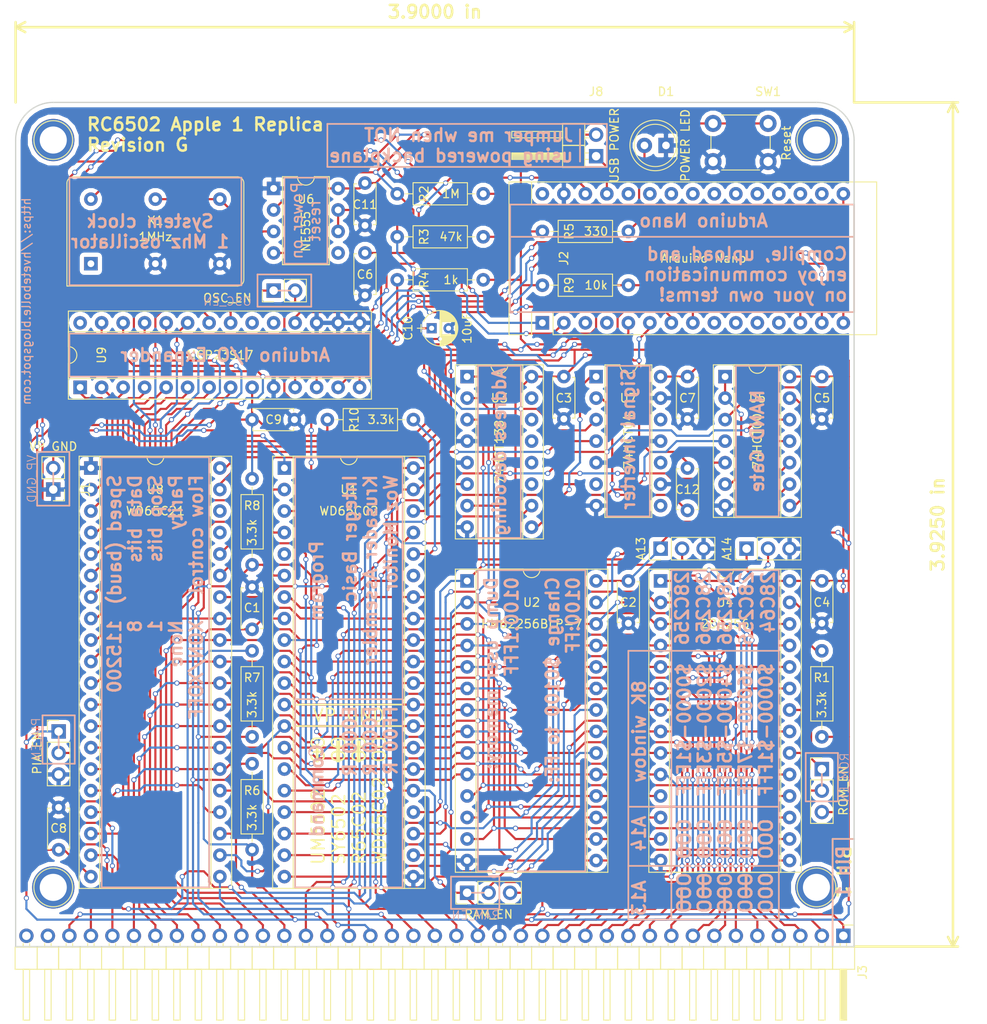
<source format=kicad_pcb>
(kicad_pcb (version 20171130) (host pcbnew "(5.0.2)-1")
  (layers (0 F.Cu signal) (31 B.Cu signal) (34 B.Paste user) (35 F.Paste user) (36 B.SilkS user) (37 F.SilkS user) (38 B.Mask user) (39 F.Mask user) (44 Edge.Cuts user))
  (net 0 "")
  (net 1 GND)
  (net 2 OUT_DA)
  (net 3 VCC)
  (net 4 "Net-(D1-Pad2)")
  (net 5 "Net-(J1-Pad2)")
  (net 6 TX)
  (net 7 RX)
  (net 8 KBD_READY)
  (net 9 KBD_STROBE)
  (net 10 OUT_RDA)
  (net 11 P_RESET)
  (net 12 "Net-(J2-Pad13)")
  (net 13 "Net-(J2-Pad14)")
  (net 14 "Net-(J2-Pad15)")
  (net 15 "Net-(J2-Pad16)")
  (net 16 A15)
  (net 17 A14)
  (net 18 A13)
  (net 19 A12)
  (net 20 A11)
  (net 21 A10)
  (net 22 A9)
  (net 23 A8)
  (net 24 A7)
  (net 25 A6)
  (net 26 A5)
  (net 27 A4)
  (net 28 A3)
  (net 29 A2)
  (net 30 A1)
  (net 31 A0)
  (net 32 PHI2)
  (net 33 RESET)
  (net 34 CLOCK)
  (net 35 IRQ)
  (net 36 RW)
  (net 37 RDY)
  (net 38 SYNC)
  (net 39 D0)
  (net 40 D1)
  (net 41 D2)
  (net 42 D3)
  (net 43 D4)
  (net 44 D5)
  (net 45 D6)
  (net 46 D7)
  (net 47 NMI)
  (net 48 A13_W)
  (net 49 A14_W)
  (net 50 "Net-(R1-Pad1)")
  (net 51 CS_PIA)
  (net 52 CS_ROM)
  (net 53 "Net-(U5-Pad1)")
  (net 54 KBD_D0)
  (net 55 KBD_D1)
  (net 56 KBD_D2)
  (net 57 KBD_D3)
  (net 58 KBD_D4)
  (net 59 KBD_D5)
  (net 60 KBD_D6)
  (net 61 KBD_D7)
  (net 62 OUT_D0)
  (net 63 OUT_D1)
  (net 64 OUT_D2)
  (net 65 OUT_D3)
  (net 66 OUT_D4)
  (net 67 OUT_D5)
  (net 68 OUT_D6)
  (net 69 "Net-(U2-Pad27)")
  (net 70 "Net-(U3-Pad9)")
  (net 71 "Net-(U3-Pad7)")
  (net 72 "Net-(U5-Pad13)")
  (net 73 "Net-(U6-Pad3)")
  (net 74 "Net-(U7-Pad1)")
  (net 75 "Net-(C6-Pad1)")
  (net 76 "Net-(C10-Pad1)")
  (net 77 "Net-(C12-Pad2)")
  (net 78 "Net-(J2-Pad27)")
  (net 79 "Net-(R10-Pad1)")
  (net 80 "Net-(J9-Pad2)")
  (net 81 "Net-(J10-Pad2)")
  (net 82 "Net-(J11-Pad2)")
  (net 83 "Net-(JP1-Pad1)")
  (net 84 PHI1)
  (module Housings_DIP:DIP-40_W15.24mm_Socket (layer F.Cu) (at 147.955 82.55)
    (fp_text reference U1 (at 7.62 2.54) (layer F.SilkS))
    (fp_text value WD65C02 (at 7.62 5.08 180) (layer F.SilkS))
    (pad 1 thru_hole rect (at 0 0) (size 1.6 1.6) (drill 0.8) (layers *.Cu *.Mask) (net 5 "Net-(J1-Pad2)"))
    (pad 21 thru_hole oval (at 15.24 48.26) (size 1.6 1.6) (drill 0.8) (layers *.Cu *.Mask) (net 1 GND))
    (pad 2 thru_hole oval (at 0 2.54) (size 1.6 1.6) (drill 0.8) (layers *.Cu *.Mask) (net 37 RDY))
    (pad 22 thru_hole oval (at 15.24 45.72) (size 1.6 1.6) (drill 0.8) (layers *.Cu *.Mask) (net 19 A12))
    (pad 3 thru_hole oval (at 0 5.08) (size 1.6 1.6) (drill 0.8) (layers *.Cu *.Mask) (net 84 PHI1))
    (pad 23 thru_hole oval (at 15.24 43.18) (size 1.6 1.6) (drill 0.8) (layers *.Cu *.Mask) (net 18 A13))
    (pad 4 thru_hole oval (at 0 7.62) (size 1.6 1.6) (drill 0.8) (layers *.Cu *.Mask) (net 35 IRQ))
    (pad 24 thru_hole oval (at 15.24 40.64) (size 1.6 1.6) (drill 0.8) (layers *.Cu *.Mask) (net 17 A14))
    (pad 5 thru_hole oval (at 0 10.16) (size 1.6 1.6) (drill 0.8) (layers *.Cu *.Mask))
    (pad 25 thru_hole oval (at 15.24 38.1) (size 1.6 1.6) (drill 0.8) (layers *.Cu *.Mask) (net 16 A15))
    (pad 6 thru_hole oval (at 0 12.7) (size 1.6 1.6) (drill 0.8) (layers *.Cu *.Mask) (net 47 NMI))
    (pad 26 thru_hole oval (at 15.24 35.56) (size 1.6 1.6) (drill 0.8) (layers *.Cu *.Mask) (net 46 D7))
    (pad 7 thru_hole oval (at 0 15.24) (size 1.6 1.6) (drill 0.8) (layers *.Cu *.Mask) (net 38 SYNC))
    (pad 27 thru_hole oval (at 15.24 33.02) (size 1.6 1.6) (drill 0.8) (layers *.Cu *.Mask) (net 45 D6))
    (pad 8 thru_hole oval (at 0 17.78) (size 1.6 1.6) (drill 0.8) (layers *.Cu *.Mask) (net 3 VCC))
    (pad 28 thru_hole oval (at 15.24 30.48) (size 1.6 1.6) (drill 0.8) (layers *.Cu *.Mask) (net 44 D5))
    (pad 9 thru_hole oval (at 0 20.32) (size 1.6 1.6) (drill 0.8) (layers *.Cu *.Mask) (net 31 A0))
    (pad 29 thru_hole oval (at 15.24 27.94) (size 1.6 1.6) (drill 0.8) (layers *.Cu *.Mask) (net 43 D4))
    (pad 10 thru_hole oval (at 0 22.86) (size 1.6 1.6) (drill 0.8) (layers *.Cu *.Mask) (net 30 A1))
    (pad 30 thru_hole oval (at 15.24 25.4) (size 1.6 1.6) (drill 0.8) (layers *.Cu *.Mask) (net 42 D3))
    (pad 11 thru_hole oval (at 0 25.4) (size 1.6 1.6) (drill 0.8) (layers *.Cu *.Mask) (net 29 A2))
    (pad 31 thru_hole oval (at 15.24 22.86) (size 1.6 1.6) (drill 0.8) (layers *.Cu *.Mask) (net 41 D2))
    (pad 12 thru_hole oval (at 0 27.94) (size 1.6 1.6) (drill 0.8) (layers *.Cu *.Mask) (net 28 A3))
    (pad 32 thru_hole oval (at 15.24 20.32) (size 1.6 1.6) (drill 0.8) (layers *.Cu *.Mask) (net 40 D1))
    (pad 13 thru_hole oval (at 0 30.48) (size 1.6 1.6) (drill 0.8) (layers *.Cu *.Mask) (net 27 A4))
    (pad 33 thru_hole oval (at 15.24 17.78) (size 1.6 1.6) (drill 0.8) (layers *.Cu *.Mask) (net 39 D0))
    (pad 14 thru_hole oval (at 0 33.02) (size 1.6 1.6) (drill 0.8) (layers *.Cu *.Mask) (net 26 A5))
    (pad 34 thru_hole oval (at 15.24 15.24) (size 1.6 1.6) (drill 0.8) (layers *.Cu *.Mask) (net 36 RW))
    (pad 15 thru_hole oval (at 0 35.56) (size 1.6 1.6) (drill 0.8) (layers *.Cu *.Mask) (net 25 A6))
    (pad 35 thru_hole oval (at 15.24 12.7) (size 1.6 1.6) (drill 0.8) (layers *.Cu *.Mask))
    (pad 16 thru_hole oval (at 0 38.1) (size 1.6 1.6) (drill 0.8) (layers *.Cu *.Mask) (net 24 A7))
    (pad 36 thru_hole oval (at 15.24 10.16) (size 1.6 1.6) (drill 0.8) (layers *.Cu *.Mask) (net 79 "Net-(R10-Pad1)"))
    (pad 17 thru_hole oval (at 0 40.64) (size 1.6 1.6) (drill 0.8) (layers *.Cu *.Mask) (net 23 A8))
    (pad 37 thru_hole oval (at 15.24 7.62) (size 1.6 1.6) (drill 0.8) (layers *.Cu *.Mask) (net 34 CLOCK))
    (pad 18 thru_hole oval (at 0 43.18) (size 1.6 1.6) (drill 0.8) (layers *.Cu *.Mask) (net 22 A9))
    (pad 38 thru_hole oval (at 15.24 5.08) (size 1.6 1.6) (drill 0.8) (layers *.Cu *.Mask) (net 3 VCC))
    (pad 19 thru_hole oval (at 0 45.72) (size 1.6 1.6) (drill 0.8) (layers *.Cu *.Mask) (net 21 A10))
    (pad 39 thru_hole oval (at 15.24 2.54) (size 1.6 1.6) (drill 0.8) (layers *.Cu *.Mask) (net 32 PHI2))
    (pad 20 thru_hole oval (at 0 48.26) (size 1.6 1.6) (drill 0.8) (layers *.Cu *.Mask) (net 20 A11))
    (pad 40 thru_hole oval (at 15.24 0) (size 1.6 1.6) (drill 0.8) (layers *.Cu *.Mask) (net 33 RESET))
  )
  (module Capacitors_THT:C_Disc_D4.7mm_W2.5mm_P5.00mm (layer F.Cu) (at 144.145 101.6 90)
    (fp_text reference C1 (at 2.54 0 180) (layer F.SilkS))
    (fp_text value 100nF)
    (pad 1 thru_hole circle (at 0 0 90) (size 1.6 1.6) (drill 0.8) (layers *.Cu *.Mask) (net 3 VCC))
    (pad 2 thru_hole circle (at 5 0 90) (size 1.6 1.6) (drill 0.8) (layers *.Cu *.Mask) (net 1 GND))
  )
  (module Capacitors_THT:C_Disc_D4.7mm_W2.5mm_P5.00mm (layer F.Cu) (at 188.595 95.885 270)
    (fp_text reference C2 (at 2.54 0) (layer F.SilkS))
    (fp_text value 100nF)
    (pad 1 thru_hole circle (at 0 0 270) (size 1.6 1.6) (drill 0.8) (layers *.Cu *.Mask) (net 3 VCC))
    (pad 2 thru_hole circle (at 5 0 270) (size 1.6 1.6) (drill 0.8) (layers *.Cu *.Mask) (net 1 GND))
  )
  (module Capacitors_THT:C_Disc_D4.7mm_W2.5mm_P5.00mm (layer F.Cu) (at 211.455 95.885 270)
    (fp_text reference C4 (at 2.54 0) (layer F.SilkS))
    (fp_text value 100nF)
    (pad 1 thru_hole circle (at 0 0 270) (size 1.6 1.6) (drill 0.8) (layers *.Cu *.Mask) (net 3 VCC))
    (pad 2 thru_hole circle (at 5 0 270) (size 1.6 1.6) (drill 0.8) (layers *.Cu *.Mask) (net 1 GND))
  )
  (module Capacitors_THT:C_Disc_D4.7mm_W2.5mm_P5.00mm (layer F.Cu) (at 211.455 71.755 270)
    (fp_text reference C5 (at 2.54 0) (layer F.SilkS))
    (fp_text value 100nF)
    (pad 1 thru_hole circle (at 0 0 270) (size 1.6 1.6) (drill 0.8) (layers *.Cu *.Mask) (net 3 VCC))
    (pad 2 thru_hole circle (at 5 0 270) (size 1.6 1.6) (drill 0.8) (layers *.Cu *.Mask) (net 1 GND))
  )
  (module Capacitors_THT:C_Disc_D4.7mm_W2.5mm_P5.00mm (layer F.Cu) (at 157.48 57.15 270)
    (fp_text reference C6 (at 2.54 0 180) (layer F.SilkS))
    (fp_text value 100nF)
    (pad 1 thru_hole circle (at 0 0 270) (size 1.6 1.6) (drill 0.8) (layers *.Cu *.Mask) (net 75 "Net-(C6-Pad1)"))
    (pad 2 thru_hole circle (at 5 0 270) (size 1.6 1.6) (drill 0.8) (layers *.Cu *.Mask) (net 1 GND))
  )
  (module Capacitors_THT:C_Disc_D4.7mm_W2.5mm_P5.00mm (layer F.Cu) (at 195.58 71.755 270)
    (fp_text reference C7 (at 2.54 0) (layer F.SilkS))
    (fp_text value 100nF)
    (pad 1 thru_hole circle (at 0 0 270) (size 1.6 1.6) (drill 0.8) (layers *.Cu *.Mask) (net 3 VCC))
    (pad 2 thru_hole circle (at 5 0 270) (size 1.6 1.6) (drill 0.8) (layers *.Cu *.Mask) (net 1 GND))
  )
  (module Capacitors_THT:C_Disc_D4.7mm_W2.5mm_P5.00mm (layer F.Cu) (at 121.285 127.635 90)
    (fp_text reference C8 (at 2.54 0 180) (layer F.SilkS))
    (fp_text value 100nF)
    (pad 1 thru_hole circle (at 0 0 90) (size 1.6 1.6) (drill 0.8) (layers *.Cu *.Mask) (net 3 VCC))
    (pad 2 thru_hole circle (at 5 0 90) (size 1.6 1.6) (drill 0.8) (layers *.Cu *.Mask) (net 1 GND))
  )
  (module Capacitors_THT:C_Disc_D4.7mm_W2.5mm_P5.00mm (layer F.Cu) (at 144.145 76.835)
    (fp_text reference C9 (at 2.54 0) (layer F.SilkS))
    (fp_text value 100nF)
    (pad 1 thru_hole circle (at 0 0) (size 1.6 1.6) (drill 0.8) (layers *.Cu *.Mask) (net 3 VCC))
    (pad 2 thru_hole circle (at 5 0) (size 1.6 1.6) (drill 0.8) (layers *.Cu *.Mask) (net 1 GND))
  )
  (module Capacitors_THT:C_Disc_D4.7mm_W2.5mm_P5.00mm (layer F.Cu) (at 157.48 48.895 270)
    (fp_text reference C11 (at 2.54 0) (layer F.SilkS))
    (fp_text value 100nF)
    (pad 1 thru_hole circle (at 0 0 270) (size 1.6 1.6) (drill 0.8) (layers *.Cu *.Mask) (net 3 VCC))
    (pad 2 thru_hole circle (at 5 0 270) (size 1.6 1.6) (drill 0.8) (layers *.Cu *.Mask) (net 1 GND))
  )
  (module Modules:Arduino_Nano (layer F.Cu) (at 178.435 65.405 90)
    (fp_text reference J2 (at 7.62 2.54 90) (layer F.SilkS))
    (fp_text value "Arduino Nano" (at 7.62 19.05 180) (layer F.SilkS))
    (pad 1 thru_hole rect (at 0 0 90) (size 1.6 1.6) (drill 0.8) (layers *.Cu *.Mask) (net 6 TX))
    (pad 17 thru_hole oval (at 15.24 33.02 90) (size 1.6 1.6) (drill 0.8) (layers *.Cu *.Mask))
    (pad 2 thru_hole oval (at 0 2.54 90) (size 1.6 1.6) (drill 0.8) (layers *.Cu *.Mask) (net 7 RX))
    (pad 18 thru_hole oval (at 15.24 30.48 90) (size 1.6 1.6) (drill 0.8) (layers *.Cu *.Mask))
    (pad 3 thru_hole oval (at 0 5.08 90) (size 1.6 1.6) (drill 0.8) (layers *.Cu *.Mask))
    (pad 19 thru_hole oval (at 15.24 27.94 90) (size 1.6 1.6) (drill 0.8) (layers *.Cu *.Mask))
    (pad 4 thru_hole oval (at 0 7.62 90) (size 1.6 1.6) (drill 0.8) (layers *.Cu *.Mask))
    (pad 20 thru_hole oval (at 15.24 25.4 90) (size 1.6 1.6) (drill 0.8) (layers *.Cu *.Mask))
    (pad 5 thru_hole oval (at 0 10.16 90) (size 1.6 1.6) (drill 0.8) (layers *.Cu *.Mask) (net 8 KBD_READY))
    (pad 21 thru_hole oval (at 15.24 22.86 90) (size 1.6 1.6) (drill 0.8) (layers *.Cu *.Mask))
    (pad 6 thru_hole oval (at 0 12.7 90) (size 1.6 1.6) (drill 0.8) (layers *.Cu *.Mask) (net 2 OUT_DA))
    (pad 22 thru_hole oval (at 15.24 20.32 90) (size 1.6 1.6) (drill 0.8) (layers *.Cu *.Mask))
    (pad 7 thru_hole oval (at 0 15.24 90) (size 1.6 1.6) (drill 0.8) (layers *.Cu *.Mask) (net 9 KBD_STROBE))
    (pad 23 thru_hole oval (at 15.24 17.78 90) (size 1.6 1.6) (drill 0.8) (layers *.Cu *.Mask))
    (pad 8 thru_hole oval (at 0 17.78 90) (size 1.6 1.6) (drill 0.8) (layers *.Cu *.Mask) (net 10 OUT_RDA))
    (pad 24 thru_hole oval (at 15.24 15.24 90) (size 1.6 1.6) (drill 0.8) (layers *.Cu *.Mask))
    (pad 9 thru_hole oval (at 0 20.32 90) (size 1.6 1.6) (drill 0.8) (layers *.Cu *.Mask))
    (pad 25 thru_hole oval (at 15.24 12.7 90) (size 1.6 1.6) (drill 0.8) (layers *.Cu *.Mask))
    (pad 10 thru_hole oval (at 0 22.86 90) (size 1.6 1.6) (drill 0.8) (layers *.Cu *.Mask))
    (pad 26 thru_hole oval (at 15.24 10.16 90) (size 1.6 1.6) (drill 0.8) (layers *.Cu *.Mask))
    (pad 11 thru_hole oval (at 0 25.4 90) (size 1.6 1.6) (drill 0.8) (layers *.Cu *.Mask))
    (pad 27 thru_hole oval (at 15.24 7.62 90) (size 1.6 1.6) (drill 0.8) (layers *.Cu *.Mask) (net 78 "Net-(J2-Pad27)"))
    (pad 12 thru_hole oval (at 0 27.94 90) (size 1.6 1.6) (drill 0.8) (layers *.Cu *.Mask))
    (pad 28 thru_hole oval (at 15.24 5.08 90) (size 1.6 1.6) (drill 0.8) (layers *.Cu *.Mask) (net 11 P_RESET))
    (pad 13 thru_hole oval (at 0 30.48 90) (size 1.6 1.6) (drill 0.8) (layers *.Cu *.Mask) (net 12 "Net-(J2-Pad13)"))
    (pad 29 thru_hole oval (at 15.24 2.54 90) (size 1.6 1.6) (drill 0.8) (layers *.Cu *.Mask) (net 1 GND))
    (pad 14 thru_hole oval (at 0 33.02 90) (size 1.6 1.6) (drill 0.8) (layers *.Cu *.Mask) (net 13 "Net-(J2-Pad14)"))
    (pad 30 thru_hole oval (at 15.24 0 90) (size 1.6 1.6) (drill 0.8) (layers *.Cu *.Mask))
    (pad 15 thru_hole oval (at 0 35.56 90) (size 1.6 1.6) (drill 0.8) (layers *.Cu *.Mask) (net 14 "Net-(J2-Pad15)"))
    (pad 16 thru_hole oval (at 15.24 35.56 90) (size 1.6 1.6) (drill 0.8) (layers *.Cu *.Mask) (net 15 "Net-(J2-Pad16)"))
  )
  (module Pin_Headers:Pin_Header_Angled_1x39_Pitch2.54mm (layer F.Cu) (at 213.995 137.795 270)
    (fp_text reference J3 (at 4.315 -2.27 270) (layer F.SilkS))
    (fp_text value Backplane)
    (pad 1 thru_hole rect (at 0 0 270) (size 1.7 1.7) (drill 1) (layers *.Cu *.Mask) (net 16 A15))
    (pad 2 thru_hole oval (at 0 2.54 270) (size 1.7 1.7) (drill 1) (layers *.Cu *.Mask) (net 17 A14))
    (pad 3 thru_hole oval (at 0 5.08 270) (size 1.7 1.7) (drill 1) (layers *.Cu *.Mask) (net 18 A13))
    (pad 4 thru_hole oval (at 0 7.62 270) (size 1.7 1.7) (drill 1) (layers *.Cu *.Mask) (net 19 A12))
    (pad 5 thru_hole oval (at 0 10.16 270) (size 1.7 1.7) (drill 1) (layers *.Cu *.Mask) (net 20 A11))
    (pad 6 thru_hole oval (at 0 12.7 270) (size 1.7 1.7) (drill 1) (layers *.Cu *.Mask) (net 21 A10))
    (pad 7 thru_hole oval (at 0 15.24 270) (size 1.7 1.7) (drill 1) (layers *.Cu *.Mask) (net 22 A9))
    (pad 8 thru_hole oval (at 0 17.78 270) (size 1.7 1.7) (drill 1) (layers *.Cu *.Mask) (net 23 A8))
    (pad 9 thru_hole oval (at 0 20.32 270) (size 1.7 1.7) (drill 1) (layers *.Cu *.Mask) (net 24 A7))
    (pad 10 thru_hole oval (at 0 22.86 270) (size 1.7 1.7) (drill 1) (layers *.Cu *.Mask) (net 25 A6))
    (pad 11 thru_hole oval (at 0 25.4 270) (size 1.7 1.7) (drill 1) (layers *.Cu *.Mask) (net 26 A5))
    (pad 12 thru_hole oval (at 0 27.94 270) (size 1.7 1.7) (drill 1) (layers *.Cu *.Mask) (net 27 A4))
    (pad 13 thru_hole oval (at 0 30.48 270) (size 1.7 1.7) (drill 1) (layers *.Cu *.Mask) (net 28 A3))
    (pad 14 thru_hole oval (at 0 33.02 270) (size 1.7 1.7) (drill 1) (layers *.Cu *.Mask) (net 29 A2))
    (pad 15 thru_hole oval (at 0 35.56 270) (size 1.7 1.7) (drill 1) (layers *.Cu *.Mask) (net 30 A1))
    (pad 16 thru_hole oval (at 0 38.1 270) (size 1.7 1.7) (drill 1) (layers *.Cu *.Mask) (net 31 A0))
    (pad 17 thru_hole oval (at 0 40.64 270) (size 1.7 1.7) (drill 1) (layers *.Cu *.Mask) (net 1 GND))
    (pad 18 thru_hole oval (at 0 43.18 270) (size 1.7 1.7) (drill 1) (layers *.Cu *.Mask) (net 3 VCC))
    (pad 19 thru_hole oval (at 0 45.72 270) (size 1.7 1.7) (drill 1) (layers *.Cu *.Mask) (net 32 PHI2))
    (pad 20 thru_hole oval (at 0 48.26 270) (size 1.7 1.7) (drill 1) (layers *.Cu *.Mask) (net 33 RESET))
    (pad 21 thru_hole oval (at 0 50.8 270) (size 1.7 1.7) (drill 1) (layers *.Cu *.Mask) (net 34 CLOCK))
    (pad 22 thru_hole oval (at 0 53.34 270) (size 1.7 1.7) (drill 1) (layers *.Cu *.Mask) (net 35 IRQ))
    (pad 23 thru_hole oval (at 0 55.88 270) (size 1.7 1.7) (drill 1) (layers *.Cu *.Mask) (net 84 PHI1))
    (pad 24 thru_hole oval (at 0 58.42 270) (size 1.7 1.7) (drill 1) (layers *.Cu *.Mask) (net 36 RW))
    (pad 25 thru_hole oval (at 0 60.96 270) (size 1.7 1.7) (drill 1) (layers *.Cu *.Mask) (net 37 RDY))
    (pad 26 thru_hole oval (at 0 63.5 270) (size 1.7 1.7) (drill 1) (layers *.Cu *.Mask) (net 38 SYNC))
    (pad 27 thru_hole oval (at 0 66.04 270) (size 1.7 1.7) (drill 1) (layers *.Cu *.Mask) (net 39 D0))
    (pad 28 thru_hole oval (at 0 68.58 270) (size 1.7 1.7) (drill 1) (layers *.Cu *.Mask) (net 40 D1))
    (pad 29 thru_hole oval (at 0 71.12 270) (size 1.7 1.7) (drill 1) (layers *.Cu *.Mask) (net 41 D2))
    (pad 30 thru_hole oval (at 0 73.66 270) (size 1.7 1.7) (drill 1) (layers *.Cu *.Mask) (net 42 D3))
    (pad 31 thru_hole oval (at 0 76.2 270) (size 1.7 1.7) (drill 1) (layers *.Cu *.Mask) (net 43 D4))
    (pad 32 thru_hole oval (at 0 78.74 270) (size 1.7 1.7) (drill 1) (layers *.Cu *.Mask) (net 44 D5))
    (pad 33 thru_hole oval (at 0 81.28 270) (size 1.7 1.7) (drill 1) (layers *.Cu *.Mask) (net 45 D6))
    (pad 34 thru_hole oval (at 0 83.82 270) (size 1.7 1.7) (drill 1) (layers *.Cu *.Mask) (net 46 D7))
    (pad 35 thru_hole oval (at 0 86.36 270) (size 1.7 1.7) (drill 1) (layers *.Cu *.Mask) (net 6 TX))
    (pad 36 thru_hole oval (at 0 88.9 270) (size 1.7 1.7) (drill 1) (layers *.Cu *.Mask) (net 7 RX))
    (pad 37 thru_hole oval (at 0 91.44 270) (size 1.7 1.7) (drill 1) (layers *.Cu *.Mask) (net 47 NMI))
    (pad 38 thru_hole oval (at 0 93.98 270) (size 1.7 1.7) (drill 1) (layers *.Cu *.Mask))
    (pad 39 thru_hole oval (at 0 96.52 270) (size 1.7 1.7) (drill 1) (layers *.Cu *.Mask))
  )
  (module Resistors_THT:R_Axial_DIN0207_L6.3mm_D2.5mm_P10.16mm_Horizontal (layer F.Cu) (at 211.455 104.14 270)
    (fp_text reference R1 (at 3.175 0) (layer F.SilkS))
    (fp_text value 3.3k (at 6.35 0 270) (layer F.SilkS))
    (pad 1 thru_hole circle (at 0 0 270) (size 1.6 1.6) (drill 0.8) (layers *.Cu *.Mask) (net 50 "Net-(R1-Pad1)"))
    (pad 2 thru_hole oval (at 10.16 0 270) (size 1.6 1.6) (drill 0.8) (layers *.Cu *.Mask) (net 3 VCC))
  )
  (module Resistors_THT:R_Axial_DIN0207_L6.3mm_D2.5mm_P10.16mm_Horizontal (layer F.Cu) (at 171.45 50.165 180)
    (fp_text reference R2 (at 6.985 0 270) (layer F.SilkS))
    (fp_text value 1M (at 3.81 0 180) (layer F.SilkS))
    (pad 1 thru_hole circle (at 0 0 180) (size 1.6 1.6) (drill 0.8) (layers *.Cu *.Mask) (net 3 VCC))
    (pad 2 thru_hole oval (at 10.16 0 180) (size 1.6 1.6) (drill 0.8) (layers *.Cu *.Mask) (net 75 "Net-(C6-Pad1)"))
  )
  (module Resistors_THT:R_Axial_DIN0207_L6.3mm_D2.5mm_P10.16mm_Horizontal (layer F.Cu) (at 171.45 55.245 180)
    (fp_text reference R3 (at 6.985 0 270) (layer F.SilkS))
    (fp_text value 47k (at 3.81 0 180) (layer F.SilkS))
    (pad 1 thru_hole circle (at 0 0 180) (size 1.6 1.6) (drill 0.8) (layers *.Cu *.Mask) (net 3 VCC))
    (pad 2 thru_hole oval (at 10.16 0 180) (size 1.6 1.6) (drill 0.8) (layers *.Cu *.Mask) (net 76 "Net-(C10-Pad1)"))
  )
  (module Resistors_THT:R_Axial_DIN0207_L6.3mm_D2.5mm_P10.16mm_Horizontal (layer F.Cu) (at 161.29 60.325)
    (fp_text reference R4 (at 3.175 0 90) (layer F.SilkS))
    (fp_text value 1k (at 6.35 0) (layer F.SilkS))
    (pad 1 thru_hole circle (at 0 0) (size 1.6 1.6) (drill 0.8) (layers *.Cu *.Mask) (net 33 RESET))
    (pad 2 thru_hole oval (at 10.16 0) (size 1.6 1.6) (drill 0.8) (layers *.Cu *.Mask) (net 3 VCC))
  )
  (module Resistors_THT:R_Axial_DIN0207_L6.3mm_D2.5mm_P10.16mm_Horizontal (layer F.Cu) (at 178.435 54.61)
    (fp_text reference R5 (at 3.175 0 90) (layer F.SilkS))
    (fp_text value 330 (at 6.35 0) (layer F.SilkS))
    (pad 1 thru_hole circle (at 0 0) (size 1.6 1.6) (drill 0.8) (layers *.Cu *.Mask) (net 3 VCC))
    (pad 2 thru_hole oval (at 10.16 0) (size 1.6 1.6) (drill 0.8) (layers *.Cu *.Mask) (net 4 "Net-(D1-Pad2)"))
  )
  (module Resistors_THT:R_Axial_DIN0207_L6.3mm_D2.5mm_P10.16mm_Horizontal (layer F.Cu) (at 144.145 117.475 270)
    (fp_text reference R6 (at 3.175 0) (layer F.SilkS))
    (fp_text value 3.3k (at 6.35 0 270) (layer F.SilkS))
    (pad 1 thru_hole circle (at 0 0 270) (size 1.6 1.6) (drill 0.8) (layers *.Cu *.Mask) (net 37 RDY))
    (pad 2 thru_hole oval (at 10.16 0 270) (size 1.6 1.6) (drill 0.8) (layers *.Cu *.Mask) (net 3 VCC))
  )
  (module Resistors_THT:R_Axial_DIN0207_L6.3mm_D2.5mm_P10.16mm_Horizontal (layer F.Cu) (at 144.145 114.3 90)
    (fp_text reference R7 (at 6.985 0 180) (layer F.SilkS))
    (fp_text value 3.3k (at 3.81 0 90) (layer F.SilkS))
    (pad 1 thru_hole circle (at 0 0 90) (size 1.6 1.6) (drill 0.8) (layers *.Cu *.Mask) (net 35 IRQ))
    (pad 2 thru_hole oval (at 10.16 0 90) (size 1.6 1.6) (drill 0.8) (layers *.Cu *.Mask) (net 3 VCC))
  )
  (module Resistors_THT:R_Axial_DIN0207_L6.3mm_D2.5mm_P10.16mm_Horizontal (layer F.Cu) (at 144.145 93.98 90)
    (fp_text reference R8 (at 6.985 0 180) (layer F.SilkS))
    (fp_text value 3.3k (at 3.81 0 90) (layer F.SilkS))
    (pad 1 thru_hole circle (at 0 0 90) (size 1.6 1.6) (drill 0.8) (layers *.Cu *.Mask) (net 47 NMI))
    (pad 2 thru_hole oval (at 10.16 0 90) (size 1.6 1.6) (drill 0.8) (layers *.Cu *.Mask) (net 3 VCC))
  )
  (module Resistors_THT:R_Axial_DIN0207_L6.3mm_D2.5mm_P10.16mm_Horizontal (layer F.Cu) (at 178.435 60.96)
    (fp_text reference R9 (at 3.175 0 90) (layer F.SilkS))
    (fp_text value 10k (at 6.35 0) (layer F.SilkS))
    (pad 1 thru_hole circle (at 0 0) (size 1.6 1.6) (drill 0.8) (layers *.Cu *.Mask) (net 3 VCC))
    (pad 2 thru_hole oval (at 10.16 0) (size 1.6 1.6) (drill 0.8) (layers *.Cu *.Mask) (net 12 "Net-(J2-Pad13)"))
  )
  (module Buttons_Switches_THT:SW_PUSH_6mm (layer F.Cu) (at 205.105 46.355 180)
    (fp_text reference SW1 (at 0 8.255 180) (layer F.SilkS))
    (fp_text value RESET)
    (pad 2 thru_hole circle (at 0 4.5 270) (size 2 2) (drill 1.1) (layers *.Cu *.Mask) (net 75 "Net-(C6-Pad1)"))
    (pad 1 thru_hole circle (at 0 0 270) (size 2 2) (drill 1.1) (layers *.Cu *.Mask) (net 1 GND))
    (pad 2 thru_hole circle (at 6.5 4.5 270) (size 2 2) (drill 1.1) (layers *.Cu *.Mask) (net 75 "Net-(C6-Pad1)"))
    (pad 1 thru_hole circle (at 6.5 0 270) (size 2 2) (drill 1.1) (layers *.Cu *.Mask) (net 1 GND))
  )
  (module Housings_DIP:DIP-28_W15.24mm_Socket (layer F.Cu) (at 169.545 95.885)
    (fp_text reference U2 (at 7.62 2.54) (layer F.SilkS))
    (fp_text value HM62256BLP-7 (at 7.62 5.08) (layer F.SilkS))
    (pad 1 thru_hole rect (at 0 0) (size 1.6 1.6) (drill 0.8) (layers *.Cu *.Mask) (net 17 A14))
    (pad 15 thru_hole oval (at 15.24 33.02) (size 1.6 1.6) (drill 0.8) (layers *.Cu *.Mask) (net 42 D3))
    (pad 2 thru_hole oval (at 0 2.54) (size 1.6 1.6) (drill 0.8) (layers *.Cu *.Mask) (net 19 A12))
    (pad 16 thru_hole oval (at 15.24 30.48) (size 1.6 1.6) (drill 0.8) (layers *.Cu *.Mask) (net 43 D4))
    (pad 3 thru_hole oval (at 0 5.08) (size 1.6 1.6) (drill 0.8) (layers *.Cu *.Mask) (net 24 A7))
    (pad 17 thru_hole oval (at 15.24 27.94) (size 1.6 1.6) (drill 0.8) (layers *.Cu *.Mask) (net 44 D5))
    (pad 4 thru_hole oval (at 0 7.62) (size 1.6 1.6) (drill 0.8) (layers *.Cu *.Mask) (net 25 A6))
    (pad 18 thru_hole oval (at 15.24 25.4) (size 1.6 1.6) (drill 0.8) (layers *.Cu *.Mask) (net 45 D6))
    (pad 5 thru_hole oval (at 0 10.16) (size 1.6 1.6) (drill 0.8) (layers *.Cu *.Mask) (net 26 A5))
    (pad 19 thru_hole oval (at 15.24 22.86) (size 1.6 1.6) (drill 0.8) (layers *.Cu *.Mask) (net 46 D7))
    (pad 6 thru_hole oval (at 0 12.7) (size 1.6 1.6) (drill 0.8) (layers *.Cu *.Mask) (net 27 A4))
    (pad 20 thru_hole oval (at 15.24 20.32) (size 1.6 1.6) (drill 0.8) (layers *.Cu *.Mask) (net 81 "Net-(J10-Pad2)"))
    (pad 7 thru_hole oval (at 0 15.24) (size 1.6 1.6) (drill 0.8) (layers *.Cu *.Mask) (net 28 A3))
    (pad 21 thru_hole oval (at 15.24 17.78) (size 1.6 1.6) (drill 0.8) (layers *.Cu *.Mask) (net 21 A10))
    (pad 8 thru_hole oval (at 0 17.78) (size 1.6 1.6) (drill 0.8) (layers *.Cu *.Mask) (net 29 A2))
    (pad 22 thru_hole oval (at 15.24 15.24) (size 1.6 1.6) (drill 0.8) (layers *.Cu *.Mask) (net 81 "Net-(J10-Pad2)"))
    (pad 9 thru_hole oval (at 0 20.32) (size 1.6 1.6) (drill 0.8) (layers *.Cu *.Mask) (net 30 A1))
    (pad 23 thru_hole oval (at 15.24 12.7) (size 1.6 1.6) (drill 0.8) (layers *.Cu *.Mask) (net 20 A11))
    (pad 10 thru_hole oval (at 0 22.86) (size 1.6 1.6) (drill 0.8) (layers *.Cu *.Mask) (net 31 A0))
    (pad 24 thru_hole oval (at 15.24 10.16) (size 1.6 1.6) (drill 0.8) (layers *.Cu *.Mask) (net 22 A9))
    (pad 11 thru_hole oval (at 0 25.4) (size 1.6 1.6) (drill 0.8) (layers *.Cu *.Mask) (net 39 D0))
    (pad 25 thru_hole oval (at 15.24 7.62) (size 1.6 1.6) (drill 0.8) (layers *.Cu *.Mask) (net 23 A8))
    (pad 12 thru_hole oval (at 0 27.94) (size 1.6 1.6) (drill 0.8) (layers *.Cu *.Mask) (net 40 D1))
    (pad 26 thru_hole oval (at 15.24 5.08) (size 1.6 1.6) (drill 0.8) (layers *.Cu *.Mask) (net 18 A13))
    (pad 13 thru_hole oval (at 0 30.48) (size 1.6 1.6) (drill 0.8) (layers *.Cu *.Mask) (net 41 D2))
    (pad 27 thru_hole oval (at 15.24 2.54) (size 1.6 1.6) (drill 0.8) (layers *.Cu *.Mask) (net 69 "Net-(U2-Pad27)"))
    (pad 14 thru_hole oval (at 0 33.02) (size 1.6 1.6) (drill 0.8) (layers *.Cu *.Mask) (net 1 GND))
    (pad 28 thru_hole oval (at 15.24 0) (size 1.6 1.6) (drill 0.8) (layers *.Cu *.Mask) (net 3 VCC))
  )
  (module Housings_DIP:DIP-14_W7.62mm_Socket (layer F.Cu) (at 200.025 71.755)
    (fp_text reference U5 (at 3.81 2.54) (layer F.SilkS))
    (fp_text value 74HCT00 (at 3.81 7.62 90) (layer F.SilkS))
    (pad 1 thru_hole rect (at 0 0) (size 1.6 1.6) (drill 0.8) (layers *.Cu *.Mask) (net 53 "Net-(U5-Pad1)"))
    (pad 8 thru_hole oval (at 7.62 15.24) (size 1.6 1.6) (drill 0.8) (layers *.Cu *.Mask) (net 72 "Net-(U5-Pad13)"))
    (pad 2 thru_hole oval (at 0 2.54) (size 1.6 1.6) (drill 0.8) (layers *.Cu *.Mask) (net 53 "Net-(U5-Pad1)"))
    (pad 9 thru_hole oval (at 7.62 12.7) (size 1.6 1.6) (drill 0.8) (layers *.Cu *.Mask) (net 36 RW))
    (pad 3 thru_hole oval (at 0 5.08) (size 1.6 1.6) (drill 0.8) (layers *.Cu *.Mask) (net 52 CS_ROM))
    (pad 10 thru_hole oval (at 7.62 10.16) (size 1.6 1.6) (drill 0.8) (layers *.Cu *.Mask) (net 36 RW))
    (pad 4 thru_hole oval (at 0 7.62) (size 1.6 1.6) (drill 0.8) (layers *.Cu *.Mask) (net 70 "Net-(U3-Pad9)"))
    (pad 11 thru_hole oval (at 7.62 7.62) (size 1.6 1.6) (drill 0.8) (layers *.Cu *.Mask) (net 69 "Net-(U2-Pad27)"))
    (pad 5 thru_hole oval (at 0 10.16) (size 1.6 1.6) (drill 0.8) (layers *.Cu *.Mask) (net 71 "Net-(U3-Pad7)"))
    (pad 12 thru_hole oval (at 7.62 5.08) (size 1.6 1.6) (drill 0.8) (layers *.Cu *.Mask) (net 32 PHI2))
    (pad 6 thru_hole oval (at 0 12.7) (size 1.6 1.6) (drill 0.8) (layers *.Cu *.Mask) (net 53 "Net-(U5-Pad1)"))
    (pad 13 thru_hole oval (at 7.62 2.54) (size 1.6 1.6) (drill 0.8) (layers *.Cu *.Mask) (net 72 "Net-(U5-Pad13)"))
    (pad 7 thru_hole oval (at 0 15.24) (size 1.6 1.6) (drill 0.8) (layers *.Cu *.Mask) (net 1 GND))
    (pad 14 thru_hole oval (at 7.62 0) (size 1.6 1.6) (drill 0.8) (layers *.Cu *.Mask) (net 3 VCC))
  )
  (module Housings_DIP:DIP-14_W7.62mm (layer F.Cu) (at 184.785 71.755)
    (fp_text reference U7 (at 3.81 2.54) (layer F.SilkS))
    (fp_text value 74HCT04 (at 3.81 7.62 90) (layer F.SilkS))
    (pad 1 thru_hole rect (at 0 0) (size 1.6 1.6) (drill 0.8) (layers *.Cu *.Mask) (net 74 "Net-(U7-Pad1)"))
    (pad 8 thru_hole oval (at 7.62 15.24) (size 1.6 1.6) (drill 0.8) (layers *.Cu *.Mask))
    (pad 2 thru_hole oval (at 0 2.54) (size 1.6 1.6) (drill 0.8) (layers *.Cu *.Mask) (net 77 "Net-(C12-Pad2)"))
    (pad 9 thru_hole oval (at 7.62 12.7) (size 1.6 1.6) (drill 0.8) (layers *.Cu *.Mask) (net 1 GND))
    (pad 3 thru_hole oval (at 0 5.08) (size 1.6 1.6) (drill 0.8) (layers *.Cu *.Mask) (net 73 "Net-(U6-Pad3)"))
    (pad 10 thru_hole oval (at 7.62 10.16) (size 1.6 1.6) (drill 0.8) (layers *.Cu *.Mask))
    (pad 4 thru_hole oval (at 0 7.62) (size 1.6 1.6) (drill 0.8) (layers *.Cu *.Mask) (net 33 RESET))
    (pad 11 thru_hole oval (at 7.62 7.62) (size 1.6 1.6) (drill 0.8) (layers *.Cu *.Mask) (net 1 GND))
    (pad 5 thru_hole oval (at 0 10.16) (size 1.6 1.6) (drill 0.8) (layers *.Cu *.Mask) (net 1 GND))
    (pad 12 thru_hole oval (at 7.62 5.08) (size 1.6 1.6) (drill 0.8) (layers *.Cu *.Mask))
    (pad 6 thru_hole oval (at 0 12.7) (size 1.6 1.6) (drill 0.8) (layers *.Cu *.Mask))
    (pad 13 thru_hole oval (at 7.62 2.54) (size 1.6 1.6) (drill 0.8) (layers *.Cu *.Mask) (net 1 GND))
    (pad 7 thru_hole oval (at 0 15.24) (size 1.6 1.6) (drill 0.8) (layers *.Cu *.Mask) (net 1 GND))
    (pad 14 thru_hole oval (at 7.62 0) (size 1.6 1.6) (drill 0.8) (layers *.Cu *.Mask) (net 3 VCC))
  )
  (module Housings_DIP:DIP-40_W15.24mm_Socket (layer F.Cu) (at 125.095 82.55)
    (fp_text reference U8 (at 7.62 2.54) (layer F.SilkS))
    (fp_text value WD65C21 (at 7.62 5.08) (layer F.SilkS))
    (pad 1 thru_hole rect (at 0 0) (size 1.6 1.6) (drill 0.8) (layers *.Cu *.Mask) (net 1 GND))
    (pad 21 thru_hole oval (at 15.24 48.26) (size 1.6 1.6) (drill 0.8) (layers *.Cu *.Mask) (net 36 RW))
    (pad 2 thru_hole oval (at 0 2.54) (size 1.6 1.6) (drill 0.8) (layers *.Cu *.Mask) (net 54 KBD_D0))
    (pad 22 thru_hole oval (at 15.24 45.72) (size 1.6 1.6) (drill 0.8) (layers *.Cu *.Mask) (net 27 A4))
    (pad 3 thru_hole oval (at 0 5.08) (size 1.6 1.6) (drill 0.8) (layers *.Cu *.Mask) (net 55 KBD_D1))
    (pad 23 thru_hole oval (at 15.24 43.18) (size 1.6 1.6) (drill 0.8) (layers *.Cu *.Mask) (net 51 CS_PIA))
    (pad 4 thru_hole oval (at 0 7.62) (size 1.6 1.6) (drill 0.8) (layers *.Cu *.Mask) (net 56 KBD_D2))
    (pad 24 thru_hole oval (at 15.24 40.64) (size 1.6 1.6) (drill 0.8) (layers *.Cu *.Mask) (net 82 "Net-(J11-Pad2)"))
    (pad 5 thru_hole oval (at 0 10.16) (size 1.6 1.6) (drill 0.8) (layers *.Cu *.Mask) (net 57 KBD_D3))
    (pad 25 thru_hole oval (at 15.24 38.1) (size 1.6 1.6) (drill 0.8) (layers *.Cu *.Mask) (net 32 PHI2))
    (pad 6 thru_hole oval (at 0 12.7) (size 1.6 1.6) (drill 0.8) (layers *.Cu *.Mask) (net 58 KBD_D4))
    (pad 26 thru_hole oval (at 15.24 35.56) (size 1.6 1.6) (drill 0.8) (layers *.Cu *.Mask) (net 46 D7))
    (pad 7 thru_hole oval (at 0 15.24) (size 1.6 1.6) (drill 0.8) (layers *.Cu *.Mask) (net 59 KBD_D5))
    (pad 27 thru_hole oval (at 15.24 33.02) (size 1.6 1.6) (drill 0.8) (layers *.Cu *.Mask) (net 45 D6))
    (pad 8 thru_hole oval (at 0 17.78) (size 1.6 1.6) (drill 0.8) (layers *.Cu *.Mask) (net 60 KBD_D6))
    (pad 28 thru_hole oval (at 15.24 30.48) (size 1.6 1.6) (drill 0.8) (layers *.Cu *.Mask) (net 44 D5))
    (pad 9 thru_hole oval (at 0 20.32) (size 1.6 1.6) (drill 0.8) (layers *.Cu *.Mask) (net 61 KBD_D7))
    (pad 29 thru_hole oval (at 15.24 27.94) (size 1.6 1.6) (drill 0.8) (layers *.Cu *.Mask) (net 43 D4))
    (pad 10 thru_hole oval (at 0 22.86) (size 1.6 1.6) (drill 0.8) (layers *.Cu *.Mask) (net 62 OUT_D0))
    (pad 30 thru_hole oval (at 15.24 25.4) (size 1.6 1.6) (drill 0.8) (layers *.Cu *.Mask) (net 42 D3))
    (pad 11 thru_hole oval (at 0 25.4) (size 1.6 1.6) (drill 0.8) (layers *.Cu *.Mask) (net 63 OUT_D1))
    (pad 31 thru_hole oval (at 15.24 22.86) (size 1.6 1.6) (drill 0.8) (layers *.Cu *.Mask) (net 41 D2))
    (pad 12 thru_hole oval (at 0 27.94) (size 1.6 1.6) (drill 0.8) (layers *.Cu *.Mask) (net 64 OUT_D2))
    (pad 32 thru_hole oval (at 15.24 20.32) (size 1.6 1.6) (drill 0.8) (layers *.Cu *.Mask) (net 40 D1))
    (pad 13 thru_hole oval (at 0 30.48) (size 1.6 1.6) (drill 0.8) (layers *.Cu *.Mask) (net 65 OUT_D3))
    (pad 33 thru_hole oval (at 15.24 17.78) (size 1.6 1.6) (drill 0.8) (layers *.Cu *.Mask) (net 39 D0))
    (pad 14 thru_hole oval (at 0 33.02) (size 1.6 1.6) (drill 0.8) (layers *.Cu *.Mask) (net 66 OUT_D4))
    (pad 34 thru_hole oval (at 15.24 15.24) (size 1.6 1.6) (drill 0.8) (layers *.Cu *.Mask) (net 33 RESET))
    (pad 15 thru_hole oval (at 0 35.56) (size 1.6 1.6) (drill 0.8) (layers *.Cu *.Mask) (net 67 OUT_D5))
    (pad 35 thru_hole oval (at 15.24 12.7) (size 1.6 1.6) (drill 0.8) (layers *.Cu *.Mask) (net 30 A1))
    (pad 16 thru_hole oval (at 0 38.1) (size 1.6 1.6) (drill 0.8) (layers *.Cu *.Mask) (net 68 OUT_D6))
    (pad 36 thru_hole oval (at 15.24 10.16) (size 1.6 1.6) (drill 0.8) (layers *.Cu *.Mask) (net 31 A0))
    (pad 17 thru_hole oval (at 0 40.64) (size 1.6 1.6) (drill 0.8) (layers *.Cu *.Mask) (net 2 OUT_DA))
    (pad 37 thru_hole oval (at 15.24 7.62) (size 1.6 1.6) (drill 0.8) (layers *.Cu *.Mask))
    (pad 18 thru_hole oval (at 0 43.18) (size 1.6 1.6) (drill 0.8) (layers *.Cu *.Mask) (net 10 OUT_RDA))
    (pad 38 thru_hole oval (at 15.24 5.08) (size 1.6 1.6) (drill 0.8) (layers *.Cu *.Mask))
    (pad 19 thru_hole oval (at 0 45.72) (size 1.6 1.6) (drill 0.8) (layers *.Cu *.Mask) (net 74 "Net-(U7-Pad1)"))
    (pad 39 thru_hole oval (at 15.24 2.54) (size 1.6 1.6) (drill 0.8) (layers *.Cu *.Mask) (net 8 KBD_READY))
    (pad 20 thru_hole oval (at 0 48.26) (size 1.6 1.6) (drill 0.8) (layers *.Cu *.Mask) (net 3 VCC))
    (pad 40 thru_hole oval (at 15.24 0) (size 1.6 1.6) (drill 0.8) (layers *.Cu *.Mask) (net 9 KBD_STROBE))
  )
  (module Housings_DIP:DIP-28_W7.62mm_Socket (layer F.Cu) (at 123.825 73.025 90)
    (fp_text reference U9 (at 3.81 2.54 270) (layer F.SilkS))
    (fp_text value MCP23S17 (at 3.81 16.51 180) (layer F.SilkS))
    (pad 1 thru_hole rect (at 0 0 90) (size 1.6 1.6) (drill 0.8) (layers *.Cu *.Mask) (net 54 KBD_D0))
    (pad 15 thru_hole oval (at 7.62 33.02 90) (size 1.6 1.6) (drill 0.8) (layers *.Cu *.Mask) (net 1 GND))
    (pad 2 thru_hole oval (at 0 2.54 90) (size 1.6 1.6) (drill 0.8) (layers *.Cu *.Mask) (net 55 KBD_D1))
    (pad 16 thru_hole oval (at 7.62 30.48 90) (size 1.6 1.6) (drill 0.8) (layers *.Cu *.Mask) (net 1 GND))
    (pad 3 thru_hole oval (at 0 5.08 90) (size 1.6 1.6) (drill 0.8) (layers *.Cu *.Mask) (net 56 KBD_D2))
    (pad 17 thru_hole oval (at 7.62 27.94 90) (size 1.6 1.6) (drill 0.8) (layers *.Cu *.Mask) (net 1 GND))
    (pad 4 thru_hole oval (at 0 7.62 90) (size 1.6 1.6) (drill 0.8) (layers *.Cu *.Mask) (net 57 KBD_D3))
    (pad 18 thru_hole oval (at 7.62 25.4 90) (size 1.6 1.6) (drill 0.8) (layers *.Cu *.Mask) (net 11 P_RESET))
    (pad 5 thru_hole oval (at 0 10.16 90) (size 1.6 1.6) (drill 0.8) (layers *.Cu *.Mask) (net 58 KBD_D4))
    (pad 19 thru_hole oval (at 7.62 22.86 90) (size 1.6 1.6) (drill 0.8) (layers *.Cu *.Mask))
    (pad 6 thru_hole oval (at 0 12.7 90) (size 1.6 1.6) (drill 0.8) (layers *.Cu *.Mask) (net 59 KBD_D5))
    (pad 20 thru_hole oval (at 7.62 20.32 90) (size 1.6 1.6) (drill 0.8) (layers *.Cu *.Mask))
    (pad 7 thru_hole oval (at 0 15.24 90) (size 1.6 1.6) (drill 0.8) (layers *.Cu *.Mask) (net 60 KBD_D6))
    (pad 21 thru_hole oval (at 7.62 17.78 90) (size 1.6 1.6) (drill 0.8) (layers *.Cu *.Mask) (net 62 OUT_D0))
    (pad 8 thru_hole oval (at 0 17.78 90) (size 1.6 1.6) (drill 0.8) (layers *.Cu *.Mask) (net 61 KBD_D7))
    (pad 22 thru_hole oval (at 7.62 15.24 90) (size 1.6 1.6) (drill 0.8) (layers *.Cu *.Mask) (net 63 OUT_D1))
    (pad 9 thru_hole oval (at 0 20.32 90) (size 1.6 1.6) (drill 0.8) (layers *.Cu *.Mask) (net 3 VCC))
    (pad 23 thru_hole oval (at 7.62 12.7 90) (size 1.6 1.6) (drill 0.8) (layers *.Cu *.Mask) (net 64 OUT_D2))
    (pad 10 thru_hole oval (at 0 22.86 90) (size 1.6 1.6) (drill 0.8) (layers *.Cu *.Mask) (net 1 GND))
    (pad 24 thru_hole oval (at 7.62 10.16 90) (size 1.6 1.6) (drill 0.8) (layers *.Cu *.Mask) (net 65 OUT_D3))
    (pad 11 thru_hole oval (at 0 25.4 90) (size 1.6 1.6) (drill 0.8) (layers *.Cu *.Mask) (net 12 "Net-(J2-Pad13)"))
    (pad 25 thru_hole oval (at 7.62 7.62 90) (size 1.6 1.6) (drill 0.8) (layers *.Cu *.Mask) (net 66 OUT_D4))
    (pad 12 thru_hole oval (at 0 27.94 90) (size 1.6 1.6) (drill 0.8) (layers *.Cu *.Mask) (net 15 "Net-(J2-Pad16)"))
    (pad 26 thru_hole oval (at 7.62 5.08 90) (size 1.6 1.6) (drill 0.8) (layers *.Cu *.Mask) (net 67 OUT_D5))
    (pad 13 thru_hole oval (at 0 30.48 90) (size 1.6 1.6) (drill 0.8) (layers *.Cu *.Mask) (net 13 "Net-(J2-Pad14)"))
    (pad 27 thru_hole oval (at 7.62 2.54 90) (size 1.6 1.6) (drill 0.8) (layers *.Cu *.Mask) (net 68 OUT_D6))
    (pad 14 thru_hole oval (at 0 33.02 90) (size 1.6 1.6) (drill 0.8) (layers *.Cu *.Mask) (net 14 "Net-(J2-Pad15)"))
    (pad 28 thru_hole oval (at 7.62 0 90) (size 1.6 1.6) (drill 0.8) (layers *.Cu *.Mask))
  )
  (module Housings_DIP:DIP-16_W7.62mm_Socket (layer F.Cu) (at 169.545 71.755)
    (fp_text reference U3 (at 3.81 2.54) (layer F.SilkS))
    (fp_text value 74HCT138 (at 3.81 8.89 90) (layer F.SilkS))
    (pad 1 thru_hole rect (at 0 0) (size 1.6 1.6) (drill 0.8) (layers *.Cu *.Mask) (net 19 A12))
    (pad 9 thru_hole oval (at 7.62 17.78) (size 1.6 1.6) (drill 0.8) (layers *.Cu *.Mask) (net 70 "Net-(U3-Pad9)"))
    (pad 2 thru_hole oval (at 0 2.54) (size 1.6 1.6) (drill 0.8) (layers *.Cu *.Mask) (net 18 A13))
    (pad 10 thru_hole oval (at 7.62 15.24) (size 1.6 1.6) (drill 0.8) (layers *.Cu *.Mask) (net 51 CS_PIA))
    (pad 3 thru_hole oval (at 0 5.08) (size 1.6 1.6) (drill 0.8) (layers *.Cu *.Mask) (net 17 A14))
    (pad 11 thru_hole oval (at 7.62 12.7) (size 1.6 1.6) (drill 0.8) (layers *.Cu *.Mask))
    (pad 4 thru_hole oval (at 0 7.62) (size 1.6 1.6) (drill 0.8) (layers *.Cu *.Mask) (net 1 GND))
    (pad 12 thru_hole oval (at 7.62 10.16) (size 1.6 1.6) (drill 0.8) (layers *.Cu *.Mask))
    (pad 5 thru_hole oval (at 0 10.16) (size 1.6 1.6) (drill 0.8) (layers *.Cu *.Mask) (net 1 GND))
    (pad 13 thru_hole oval (at 7.62 7.62) (size 1.6 1.6) (drill 0.8) (layers *.Cu *.Mask))
    (pad 6 thru_hole oval (at 0 12.7) (size 1.6 1.6) (drill 0.8) (layers *.Cu *.Mask) (net 16 A15))
    (pad 14 thru_hole oval (at 7.62 5.08) (size 1.6 1.6) (drill 0.8) (layers *.Cu *.Mask))
    (pad 7 thru_hole oval (at 0 15.24) (size 1.6 1.6) (drill 0.8) (layers *.Cu *.Mask) (net 71 "Net-(U3-Pad7)"))
    (pad 15 thru_hole oval (at 7.62 2.54) (size 1.6 1.6) (drill 0.8) (layers *.Cu *.Mask))
    (pad 8 thru_hole oval (at 0 17.78) (size 1.6 1.6) (drill 0.8) (layers *.Cu *.Mask) (net 1 GND))
    (pad 16 thru_hole oval (at 7.62 0) (size 1.6 1.6) (drill 0.8) (layers *.Cu *.Mask) (net 3 VCC))
  )
  (module Housings_DIP:DIP-28_W15.24mm_Socket (layer F.Cu) (at 192.405 95.885)
    (fp_text reference U4 (at 7.62 2.54) (layer F.SilkS))
    (fp_text value 28C256 (at 7.62 5.08) (layer F.SilkS))
    (pad 1 thru_hole rect (at 0 0) (size 1.6 1.6) (drill 0.8) (layers *.Cu *.Mask) (net 49 A14_W))
    (pad 15 thru_hole oval (at 15.24 33.02) (size 1.6 1.6) (drill 0.8) (layers *.Cu *.Mask) (net 42 D3))
    (pad 2 thru_hole oval (at 0 2.54) (size 1.6 1.6) (drill 0.8) (layers *.Cu *.Mask) (net 19 A12))
    (pad 16 thru_hole oval (at 15.24 30.48) (size 1.6 1.6) (drill 0.8) (layers *.Cu *.Mask) (net 43 D4))
    (pad 3 thru_hole oval (at 0 5.08) (size 1.6 1.6) (drill 0.8) (layers *.Cu *.Mask) (net 24 A7))
    (pad 17 thru_hole oval (at 15.24 27.94) (size 1.6 1.6) (drill 0.8) (layers *.Cu *.Mask) (net 44 D5))
    (pad 4 thru_hole oval (at 0 7.62) (size 1.6 1.6) (drill 0.8) (layers *.Cu *.Mask) (net 25 A6))
    (pad 18 thru_hole oval (at 15.24 25.4) (size 1.6 1.6) (drill 0.8) (layers *.Cu *.Mask) (net 45 D6))
    (pad 5 thru_hole oval (at 0 10.16) (size 1.6 1.6) (drill 0.8) (layers *.Cu *.Mask) (net 26 A5))
    (pad 19 thru_hole oval (at 15.24 22.86) (size 1.6 1.6) (drill 0.8) (layers *.Cu *.Mask) (net 46 D7))
    (pad 6 thru_hole oval (at 0 12.7) (size 1.6 1.6) (drill 0.8) (layers *.Cu *.Mask) (net 27 A4))
    (pad 20 thru_hole oval (at 15.24 20.32) (size 1.6 1.6) (drill 0.8) (layers *.Cu *.Mask) (net 80 "Net-(J9-Pad2)"))
    (pad 7 thru_hole oval (at 0 15.24) (size 1.6 1.6) (drill 0.8) (layers *.Cu *.Mask) (net 28 A3))
    (pad 21 thru_hole oval (at 15.24 17.78) (size 1.6 1.6) (drill 0.8) (layers *.Cu *.Mask) (net 21 A10))
    (pad 8 thru_hole oval (at 0 17.78) (size 1.6 1.6) (drill 0.8) (layers *.Cu *.Mask) (net 29 A2))
    (pad 22 thru_hole oval (at 15.24 15.24) (size 1.6 1.6) (drill 0.8) (layers *.Cu *.Mask) (net 80 "Net-(J9-Pad2)"))
    (pad 9 thru_hole oval (at 0 20.32) (size 1.6 1.6) (drill 0.8) (layers *.Cu *.Mask) (net 30 A1))
    (pad 23 thru_hole oval (at 15.24 12.7) (size 1.6 1.6) (drill 0.8) (layers *.Cu *.Mask) (net 20 A11))
    (pad 10 thru_hole oval (at 0 22.86) (size 1.6 1.6) (drill 0.8) (layers *.Cu *.Mask) (net 31 A0))
    (pad 24 thru_hole oval (at 15.24 10.16) (size 1.6 1.6) (drill 0.8) (layers *.Cu *.Mask) (net 22 A9))
    (pad 11 thru_hole oval (at 0 25.4) (size 1.6 1.6) (drill 0.8) (layers *.Cu *.Mask) (net 39 D0))
    (pad 25 thru_hole oval (at 15.24 7.62) (size 1.6 1.6) (drill 0.8) (layers *.Cu *.Mask) (net 23 A8))
    (pad 12 thru_hole oval (at 0 27.94) (size 1.6 1.6) (drill 0.8) (layers *.Cu *.Mask) (net 40 D1))
    (pad 26 thru_hole oval (at 15.24 5.08) (size 1.6 1.6) (drill 0.8) (layers *.Cu *.Mask) (net 48 A13_W))
    (pad 13 thru_hole oval (at 0 30.48) (size 1.6 1.6) (drill 0.8) (layers *.Cu *.Mask) (net 41 D2))
    (pad 27 thru_hole oval (at 15.24 2.54) (size 1.6 1.6) (drill 0.8) (layers *.Cu *.Mask) (net 50 "Net-(R1-Pad1)"))
    (pad 14 thru_hole oval (at 0 33.02) (size 1.6 1.6) (drill 0.8) (layers *.Cu *.Mask) (net 1 GND))
    (pad 28 thru_hole oval (at 15.24 0) (size 1.6 1.6) (drill 0.8) (layers *.Cu *.Mask) (net 3 VCC))
  )
  (module Housings_DIP:DIP-8_W7.62mm (layer F.Cu) (at 146.685 49.53)
    (fp_text reference U6 (at 3.81 1.27) (layer F.SilkS))
    (fp_text value NE555 (at 3.81 5.08 270) (layer F.SilkS))
    (pad 1 thru_hole rect (at 0 0) (size 1.6 1.6) (drill 0.8) (layers *.Cu *.Mask) (net 1 GND))
    (pad 5 thru_hole oval (at 7.62 7.62) (size 1.6 1.6) (drill 0.8) (layers *.Cu *.Mask))
    (pad 2 thru_hole oval (at 0 2.54) (size 1.6 1.6) (drill 0.8) (layers *.Cu *.Mask) (net 75 "Net-(C6-Pad1)"))
    (pad 6 thru_hole oval (at 7.62 5.08) (size 1.6 1.6) (drill 0.8) (layers *.Cu *.Mask) (net 76 "Net-(C10-Pad1)"))
    (pad 3 thru_hole oval (at 0 5.08) (size 1.6 1.6) (drill 0.8) (layers *.Cu *.Mask) (net 73 "Net-(U6-Pad3)"))
    (pad 7 thru_hole oval (at 7.62 2.54) (size 1.6 1.6) (drill 0.8) (layers *.Cu *.Mask) (net 76 "Net-(C10-Pad1)"))
    (pad 4 thru_hole oval (at 0 7.62) (size 1.6 1.6) (drill 0.8) (layers *.Cu *.Mask) (net 3 VCC))
    (pad 8 thru_hole oval (at 7.62 0) (size 1.6 1.6) (drill 0.8) (layers *.Cu *.Mask) (net 3 VCC))
  )
  (module Capacitors_THT:C_Disc_D4.7mm_W2.5mm_P5.00mm (layer F.Cu) (at 180.975 71.755 270)
    (fp_text reference C3 (at 2.54 0) (layer F.SilkS))
    (fp_text value 100nF)
    (pad 1 thru_hole circle (at 0 0 270) (size 1.6 1.6) (drill 0.8) (layers *.Cu *.Mask) (net 3 VCC))
    (pad 2 thru_hole circle (at 5 0 270) (size 1.6 1.6) (drill 0.8) (layers *.Cu *.Mask) (net 1 GND))
  )
  (module Capacitors_THT:CP_Radial_D4.0mm_P2.00mm (layer F.Cu) (at 165.354 66.04)
    (fp_text reference C10 (at -2.794 0 90) (layer F.SilkS))
    (fp_text value 10uF (at 4.191 0 90) (layer F.SilkS))
    (pad 1 thru_hole rect (at 0 0) (size 1.2 1.2) (drill 0.6) (layers *.Cu *.Mask) (net 76 "Net-(C10-Pad1)"))
    (pad 2 thru_hole circle (at 2 0) (size 1.2 1.2) (drill 0.6) (layers *.Cu *.Mask) (net 1 GND))
  )
  (module Capacitors_THT:C_Disc_D4.7mm_W2.5mm_P5.00mm (layer F.Cu) (at 195.58 82.55 270)
    (fp_text reference C12 (at 2.54 0) (layer F.SilkS))
    (fp_text value 10nF)
    (pad 1 thru_hole circle (at 0 0 270) (size 1.6 1.6) (drill 0.8) (layers *.Cu *.Mask) (net 2 OUT_DA))
    (pad 2 thru_hole circle (at 5 0 270) (size 1.6 1.6) (drill 0.8) (layers *.Cu *.Mask) (net 77 "Net-(C12-Pad2)"))
  )
  (module rc6502:Mounting (layer F.Cu) (at 210.82 132.08)
    (fp_text reference J4 hide)
    (fp_text value Hole hide)
    (pad 1 thru_hole circle (at 0 0) (size 5 5) (drill 3.2) (layers *.Cu *.Mask))
  )
  (module rc6502:Mounting (layer F.Cu) (at 120.65 132.08)
    (fp_text reference J5 hide)
    (fp_text value Hole hide)
    (pad 1 thru_hole circle (at 0 0) (size 5 5) (drill 3.2) (layers *.Cu *.Mask))
  )
  (module rc6502:Mounting (layer F.Cu) (at 210.82 43.815)
    (fp_text reference J6 hide)
    (fp_text value Hole hide)
    (pad 1 thru_hole circle (at 0 0) (size 5 5) (drill 3.2) (layers *.Cu *.Mask))
  )
  (module rc6502:Mounting (layer F.Cu) (at 120.65 43.815)
    (fp_text reference J7 hide)
    (fp_text value Hole hide)
    (pad 1 thru_hole circle (at 0 0) (size 5 5) (drill 3.2) (layers *.Cu *.Mask))
  )
  (module Pin_Headers:Pin_Header_Straight_1x02_Pitch2.54mm (layer F.Cu) (at 120.65 85.09 180)
    (fp_text reference J1 (at -3.81 0 270) (layer F.SilkS))
    (fp_text value "VP GND" (at 0 5.08 180) (layer F.SilkS))
    (pad 1 thru_hole rect (at 0 0 180) (size 1.7 1.7) (drill 1) (layers *.Cu *.Mask) (net 1 GND))
    (pad 2 thru_hole oval (at 0 2.54 180) (size 1.7 1.7) (drill 1) (layers *.Cu *.Mask) (net 5 "Net-(J1-Pad2)"))
  )
  (module LEDs:LED_D5.0mm (layer F.Cu) (at 193.04 44.45 180)
    (fp_text reference D1 (at 0 6.35 180) (layer F.SilkS))
    (fp_text value Power)
    (pad 1 thru_hole rect (at 0 0 180) (size 1.8 1.8) (drill 0.9) (layers *.Cu *.Mask) (net 1 GND))
    (pad 2 thru_hole circle (at 2.54 0 180) (size 1.8 1.8) (drill 0.9) (layers *.Cu *.Mask) (net 4 "Net-(D1-Pad2)"))
  )
  (module Pin_Headers:Pin_Header_Angled_1x02_Pitch2.54mm (layer F.Cu) (at 184.785 45.72 180)
    (fp_text reference J8 (at 0 7.62 180) (layer F.SilkS))
    (fp_text value Power)
    (pad 1 thru_hole rect (at 0 0 180) (size 1.7 1.7) (drill 1) (layers *.Cu *.Mask) (net 78 "Net-(J2-Pad27)"))
    (pad 2 thru_hole oval (at 0 2.54 180) (size 1.7 1.7) (drill 1) (layers *.Cu *.Mask) (net 3 VCC))
  )
  (module Pin_Headers:Pin_Header_Straight_1x03_Pitch2.54mm (layer F.Cu) (at 192.405 92.075 90)
    (fp_text reference A13 (at 0 -2.33 90) (layer F.SilkS))
    (fp_text value "A13 Select")
    (pad 1 thru_hole rect (at 0 0 90) (size 1.7 1.7) (drill 1) (layers *.Cu *.Mask) (net 3 VCC))
    (pad 2 thru_hole oval (at 0 2.54 90) (size 1.7 1.7) (drill 1) (layers *.Cu *.Mask) (net 48 A13_W))
    (pad 3 thru_hole oval (at 0 5.08 90) (size 1.7 1.7) (drill 1) (layers *.Cu *.Mask) (net 1 GND))
  )
  (module Pin_Headers:Pin_Header_Straight_1x03_Pitch2.54mm (layer F.Cu) (at 202.565 92.075 90)
    (fp_text reference A14 (at 0 -2.33 90) (layer F.SilkS))
    (fp_text value "A14 Select")
    (pad 1 thru_hole rect (at 0 0 90) (size 1.7 1.7) (drill 1) (layers *.Cu *.Mask) (net 3 VCC))
    (pad 2 thru_hole oval (at 0 2.54 90) (size 1.7 1.7) (drill 1) (layers *.Cu *.Mask) (net 49 A14_W))
    (pad 3 thru_hole oval (at 0 5.08 90) (size 1.7 1.7) (drill 1) (layers *.Cu *.Mask) (net 1 GND))
  )
  (module Resistors_THT:R_Axial_DIN0207_L6.3mm_D2.5mm_P10.16mm_Horizontal (layer F.Cu) (at 163.195 76.835 180)
    (fp_text reference R10 (at 6.985 0 270) (layer F.SilkS))
    (fp_text value 3.3k (at 3.81 0 180) (layer F.SilkS))
    (pad 1 thru_hole circle (at 0 0 180) (size 1.6 1.6) (drill 0.8) (layers *.Cu *.Mask) (net 79 "Net-(R10-Pad1)"))
    (pad 2 thru_hole oval (at 10.16 0 180) (size 1.6 1.6) (drill 0.8) (layers *.Cu *.Mask) (net 3 VCC))
  )
  (module Oscillator:Oscillator_DIP-14 (layer F.Cu) (at 125.095 58.42)
    (fp_text reference X1 (at 7.62 -5.08) (layer F.SilkS))
    (fp_text value 1MHz (at 7.62 -3.175) (layer F.SilkS))
    (pad 7 thru_hole circle (at 7.62 0) (size 1.6 1.6) (drill 0.8) (layers *.Cu *.Mask) (net 1 GND))
    (pad 8 thru_hole circle (at 7.62 -7.62) (size 1.6 1.6) (drill 0.8) (layers *.Cu *.Mask) (net 83 "Net-(JP1-Pad1)"))
    (pad 1 thru_hole rect (at 0 0) (size 1.6 1.6) (drill 0.8) (layers *.Cu *.Mask))
    (pad 14 thru_hole circle (at 0 -7.62) (size 1.6 1.6) (drill 0.8) (layers *.Cu *.Mask) (net 3 VCC))
    (pad 8 thru_hole circle (at 15.24 -7.62) (size 1.6 1.6) (drill 0.8) (layers *.Cu *.Mask) (net 83 "Net-(JP1-Pad1)"))
    (pad 7 thru_hole circle (at 15.24 0) (size 1.6 1.6) (drill 0.8) (layers *.Cu *.Mask) (net 1 GND))
  )
  (module Pin_Headers:Pin_Header_Straight_1x03_Pitch2.54mm (layer F.Cu) (at 211.455 118.11)
    (fp_text reference J9)
    (fp_text value ROM_EN (at 2.54 2.54 90) (layer F.SilkS))
    (pad 1 thru_hole rect (at 0 0) (size 1.7 1.7) (drill 1) (layers *.Cu *.Mask) (net 52 CS_ROM))
    (pad 2 thru_hole oval (at 0 2.54) (size 1.7 1.7) (drill 1) (layers *.Cu *.Mask) (net 80 "Net-(J9-Pad2)"))
    (pad 3 thru_hole oval (at 0 5.08) (size 1.7 1.7) (drill 1) (layers *.Cu *.Mask) (net 3 VCC))
  )
  (module Pin_Headers:Pin_Header_Straight_1x03_Pitch2.54mm (layer F.Cu) (at 169.545 132.715 90)
    (fp_text reference J10)
    (fp_text value RAM_EN (at -2.54 2.54 180) (layer F.SilkS))
    (pad 1 thru_hole rect (at 0 0 90) (size 1.7 1.7) (drill 1) (layers *.Cu *.Mask) (net 16 A15))
    (pad 2 thru_hole oval (at 0 2.54 90) (size 1.7 1.7) (drill 1) (layers *.Cu *.Mask) (net 81 "Net-(J10-Pad2)"))
    (pad 3 thru_hole oval (at 0 5.08 90) (size 1.7 1.7) (drill 1) (layers *.Cu *.Mask) (net 3 VCC))
  )
  (module Pin_Headers:Pin_Header_Straight_1x03_Pitch2.54mm (layer F.Cu) (at 121.285 113.665)
    (fp_text reference J11)
    (fp_text value PIA_EN (at -2.54 2.54 90) (layer F.SilkS))
    (pad 1 thru_hole rect (at 0 0) (size 1.7 1.7) (drill 1) (layers *.Cu *.Mask) (net 3 VCC))
    (pad 2 thru_hole oval (at 0 2.54) (size 1.7 1.7) (drill 1) (layers *.Cu *.Mask) (net 82 "Net-(J11-Pad2)"))
    (pad 3 thru_hole oval (at 0 5.08) (size 1.7 1.7) (drill 1) (layers *.Cu *.Mask) (net 1 GND))
  )
  (module Pin_Headers:Pin_Header_Straight_1x02_Pitch2.54mm (layer F.Cu) (at 146.685 61.595 90)
    (fp_text reference JP1)
    (fp_text value OSC_EN (at -0.889 -5.461 180) (layer F.SilkS))
    (pad 1 thru_hole rect (at 0 0 90) (size 1.7 1.7) (drill 1) (layers *.Cu *.Mask) (net 83 "Net-(JP1-Pad1)"))
    (pad 2 thru_hole oval (at 0 2.54 90) (size 1.7 1.7) (drill 1) (layers *.Cu *.Mask) (net 34 CLOCK))
  )
  (dimension 99.695 (width 0.3) (layer F.SilkS) (gr_text "99.695 mm" (at 229.049 89.2175 90) (layer F.SilkS) (effects (font (size 1.5 1.5) (thickness 0.3)))) (feature1 (pts (xy 215.265 39.37) (xy 227.535421 39.37))) (feature2 (pts (xy 215.265 139.065) (xy 227.535421 139.065))) (crossbar (pts (xy 226.949 139.065) (xy 226.949 39.37))) (arrow1a (pts (xy 226.949 39.37) (xy 227.535421 40.496504))) (arrow1b (pts (xy 226.949 39.37) (xy 226.362579 40.496504))) (arrow2a (pts (xy 226.949 139.065) (xy 227.535421 137.938496))) (arrow2b (pts (xy 226.949 139.065) (xy 226.362579 137.938496))))
  (dimension 99.06 (width 0.3) (layer F.SilkS) (gr_text "99.060 mm" (at 165.735 28.38) (layer F.SilkS) (effects (font (size 1.5 1.5) (thickness 0.3)))) (feature1 (pts (xy 215.265 39.37) (xy 215.265 29.893579))) (feature2 (pts (xy 116.205 39.37) (xy 116.205 29.893579))) (crossbar (pts (xy 116.205 30.48) (xy 215.265 30.48))) (arrow1a (pts (xy 215.265 30.48) (xy 214.138496 31.066421))) (arrow1b (pts (xy 215.265 30.48) (xy 214.138496 29.893579))) (arrow2a (pts (xy 116.205 30.48) (xy 117.331504 31.066421))) (arrow2b (pts (xy 116.205 30.48) (xy 117.331504 29.893579))))
  (gr_text VP_GND (at 118.11 83.82 90) (layer B.SilkS) (effects (font (size 1 1) (thickness 0.1)) (justify mirror)))
  (gr_line (start 120.65 82.55) (end 120.65 85.09) (angle 90) (layer B.SilkS) (width 0.2))
  (gr_line (start 118.745 86.995) (end 118.745 80.645) (angle 90) (layer B.SilkS) (width 0.2))
  (gr_line (start 122.555 86.995) (end 118.745 86.995) (angle 90) (layer B.SilkS) (width 0.2))
  (gr_line (start 122.555 80.645) (end 122.555 86.995) (angle 90) (layer B.SilkS) (width 0.2))
  (gr_line (start 118.745 80.645) (end 122.555 80.645) (angle 90) (layer B.SilkS) (width 0.2))
  (gr_text OSC_EN (at 144.145 62.865) (layer B.SilkS) (effects (font (size 1 1) (thickness 0.1)) (justify left mirror)))
  (gr_line (start 146.685 61.595) (end 149.225 61.595) (angle 90) (layer B.SilkS) (width 0.2))
  (gr_line (start 144.78 63.5) (end 144.78 59.69) (angle 90) (layer B.SilkS) (width 0.2))
  (gr_line (start 151.13 63.5) (end 144.78 63.5) (angle 90) (layer B.SilkS) (width 0.2))
  (gr_line (start 151.13 59.69) (end 151.13 63.5) (angle 90) (layer B.SilkS) (width 0.2))
  (gr_line (start 144.78 59.69) (end 151.13 59.69) (angle 90) (layer B.SilkS) (width 0.2))
  (gr_text PIA_EN (at 118.618 114.554 90) (layer B.SilkS) (effects (font (size 1 1) (thickness 0.1)) (justify mirror)))
  (gr_line (start 121.285 113.665) (end 121.285 116.205) (angle 90) (layer B.SilkS) (width 0.2))
  (gr_line (start 123.19 111.76) (end 123.19 117.475) (angle 90) (layer B.SilkS) (width 0.2))
  (gr_line (start 119.38 111.76) (end 123.19 111.76) (angle 90) (layer B.SilkS) (width 0.2))
  (gr_line (start 119.38 117.475) (end 119.38 111.76) (angle 90) (layer B.SilkS) (width 0.2))
  (gr_line (start 123.19 117.475) (end 119.38 117.475) (angle 90) (layer B.SilkS) (width 0.2))
  (gr_text https://hvetebolle.blogspot.com (at 117.475 62.865 90) (layer B.SilkS) (effects (font (size 1 1)) (justify mirror)))
  (gr_line (start 169.545 132.715) (end 172.085 132.715) (angle 90) (layer B.SilkS) (width 0.2))
  (gr_text RAM_EN (at 170.561 135.382) (layer B.SilkS) (effects (font (size 1 1) (thickness 0.1)) (justify mirror)))
  (gr_line (start 167.64 134.62) (end 167.64 130.81) (angle 90) (layer B.SilkS) (width 0.2))
  (gr_line (start 173.355 134.62) (end 167.64 134.62) (angle 90) (layer B.SilkS) (width 0.2))
  (gr_line (start 173.355 130.81) (end 173.355 134.62) (angle 90) (layer B.SilkS) (width 0.2))
  (gr_line (start 167.64 130.81) (end 173.355 130.81) (angle 90) (layer B.SilkS) (width 0.2))
  (gr_line (start 212.725 133.985) (end 212.725 139.065) (angle 90) (layer B.SilkS) (width 0.2))
  (gr_text ROM_EN (at 214.122 119.126 90) (layer B.SilkS) (effects (font (size 1 1) (thickness 0.1)) (justify mirror)))
  (gr_line (start 211.455 118.11) (end 211.455 120.65) (angle 90) (layer B.SilkS) (width 0.2))
  (gr_line (start 209.55 116.205) (end 209.55 121.92) (angle 90) (layer B.SilkS) (width 0.2))
  (gr_line (start 213.36 116.205) (end 209.55 116.205) (angle 90) (layer B.SilkS) (width 0.2))
  (gr_line (start 213.36 121.92) (end 213.36 116.205) (angle 90) (layer B.SilkS) (width 0.2))
  (gr_line (start 209.55 121.92) (end 213.36 121.92) (angle 90) (layer B.SilkS) (width 0.2))
  (gr_line (start 153.035 46.99) (end 157.48 46.99) (angle 90) (layer B.SilkS) (width 0.2))
  (gr_line (start 153.035 41.91) (end 153.035 46.99) (angle 90) (layer B.SilkS) (width 0.2))
  (gr_line (start 157.48 41.91) (end 153.035 41.91) (angle 90) (layer B.SilkS) (width 0.2))
  (gr_line (start 149.225 110.49) (end 161.925 110.49) (angle 90) (layer F.SilkS) (width 0.2))
  (gr_line (start 149.225 113.03) (end 161.925 113.03) (angle 90) (layer F.SilkS) (width 0.2))
  (gr_line (start 157.48 41.91) (end 158.75 41.91) (angle 90) (layer B.SilkS) (width 0.2))
  (gr_line (start 158.75 46.99) (end 157.48 46.99) (angle 90) (layer B.SilkS) (width 0.2))
  (gr_text "Jumper me when NOT\nusing powered backplane" (at 182.245 44.45) (layer B.SilkS) (effects (font (size 1.5 1.5) (thickness 0.3)) (justify left mirror)))
  (gr_line (start 154.432 117.221) (end 154.432 114.808) (angle 90) (layer F.SilkS) (width 0.2))
  (gr_line (start 156.845 117.221) (end 156.845 114.808) (angle 90) (layer F.SilkS) (width 0.2))
  (gr_line (start 156.591 115.316) (end 156.718 115.316) (angle 90) (layer F.SilkS) (width 0.2))
  (gr_line (start 156.591 117.221) (end 156.591 114.808) (angle 90) (layer F.SilkS) (width 0.2))
  (gr_line (start 156.718 117.221) (end 156.718 114.808) (angle 90) (layer F.SilkS) (width 0.2))
  (gr_line (start 154.178 114.808) (end 154.178 117.221) (angle 90) (layer F.SilkS) (width 0.2))
  (gr_line (start 154.305 117.221) (end 154.305 114.808) (angle 90) (layer F.SilkS) (width 0.2))
  (gr_line (start 151.765 114.808) (end 151.765 117.221) (angle 90) (layer F.SilkS) (width 0.2))
  (gr_line (start 151.892 114.808) (end 151.892 117.221) (angle 90) (layer F.SilkS) (width 0.2))
  (gr_text "VP GND" (at 155.575 111.76) (layer F.SilkS) (effects (font (size 1.5 1.5) (thickness 0.2))))
  (gr_text "OO\nOO\nOO\nOO" (at 155.575 117.475 90) (layer F.SilkS) (effects (font (size 1.5 1.5) (thickness 0.2)) (justify left)))
  (gr_text "UM6502\nSY6502\nR65C02\nWD65C02" (at 155.575 129.54 90) (layer F.SilkS) (effects (font (size 1.5 1.5) (thickness 0.2)) (justify left)))
  (gr_text "Pin 1" (at 213.995 127 90) (layer B.SilkS) (effects (font (size 1.5 1.5) (thickness 0.3)) (justify left mirror)))
  (gr_line (start 212.725 126.365) (end 212.725 133.985) (angle 90) (layer B.SilkS) (width 0.2))
  (gr_line (start 215.265 126.365) (end 212.725 126.365) (angle 90) (layer B.SilkS) (width 0.2))
  (gr_line (start 182.88 42.545) (end 182.88 46.355) (angle 90) (layer B.SilkS) (width 0.2))
  (gr_line (start 158.75 46.99) (end 186.055 46.99) (angle 90) (layer B.SilkS) (width 0.2))
  (gr_line (start 186.055 41.91) (end 158.75 41.91) (angle 90) (layer B.SilkS) (width 0.2))
  (gr_line (start 186.055 46.99) (end 186.055 41.91) (angle 90) (layer B.SilkS) (width 0.2))
  (gr_line (start 215.265 55.245) (end 174.625 55.245) (angle 90) (layer B.SilkS) (width 0.2))
  (gr_text "Arduino Nano" (at 197.485 53.34) (layer B.SilkS) (effects (font (size 1.5 1.5) (thickness 0.3)) (justify mirror)))
  (gr_text "Compile, upload and\nenjoy communication\non your own terms!" (at 214.63 59.69) (layer B.SilkS) (effects (font (size 1.5 1.5) (thickness 0.3)) (justify left mirror)))
  (gr_line (start 174.625 64.135) (end 174.625 51.435) (angle 90) (layer B.SilkS) (width 0.2))
  (gr_line (start 215.265 64.135) (end 174.625 64.135) (angle 90) (layer B.SilkS) (width 0.2))
  (gr_line (start 215.265 51.435) (end 215.265 64.135) (angle 90) (layer B.SilkS) (width 0.2))
  (gr_line (start 174.625 51.435) (end 215.265 51.435) (angle 90) (layer B.SilkS) (width 0.2))
  (gr_text "Power on\nreset" (at 150.495 53.34 90) (layer B.SilkS) (effects (font (size 1.3 1.3) (thickness 0.2)) (justify mirror)))
  (gr_line (start 153.035 48.26) (end 147.955 48.26) (angle 90) (layer B.SilkS) (width 0.2))
  (gr_line (start 153.035 58.42) (end 153.035 48.26) (angle 90) (layer B.SilkS) (width 0.2))
  (gr_line (start 147.955 58.42) (end 153.035 58.42) (angle 90) (layer B.SilkS) (width 0.2))
  (gr_line (start 147.955 48.26) (end 147.955 58.42) (angle 90) (layer B.SilkS) (width 0.2))
  (gr_text "System clock\n1 Mhz oscillator" (at 132.08 54.61) (layer B.SilkS) (effects (font (size 1.5 1.5) (thickness 0.3)) (justify mirror)))
  (gr_line (start 142.875 60.96) (end 122.555 60.96) (angle 90) (layer B.SilkS) (width 0.2))
  (gr_line (start 142.875 48.26) (end 142.875 60.96) (angle 90) (layer B.SilkS) (width 0.2))
  (gr_line (start 122.555 48.26) (end 142.875 48.26) (angle 90) (layer B.SilkS) (width 0.2))
  (gr_line (start 122.555 60.96) (end 122.555 48.26) (angle 90) (layer B.SilkS) (width 0.2))
  (gr_text "Arduino I/O Expander" (at 140.97 69.215) (layer B.SilkS) (effects (font (size 1.5 1.5) (thickness 0.3)) (justify mirror)))
  (gr_line (start 122.555 71.755) (end 122.555 66.675) (angle 90) (layer B.SilkS) (width 0.2))
  (gr_line (start 158.115 71.755) (end 122.555 71.755) (angle 90) (layer B.SilkS) (width 0.2))
  (gr_line (start 158.115 66.675) (end 158.115 71.755) (angle 90) (layer B.SilkS) (width 0.2))
  (gr_line (start 122.555 66.675) (end 158.115 66.675) (angle 90) (layer B.SilkS) (width 0.2))
  (gr_text "NAND Gate" (at 203.835 79.375 90) (layer B.SilkS) (effects (font (size 1.5 1.5) (thickness 0.3)) (justify mirror)))
  (gr_line (start 201.295 88.265) (end 206.375 88.265) (angle 90) (layer B.SilkS) (width 0.2))
  (gr_line (start 201.295 70.485) (end 201.295 88.265) (angle 90) (layer B.SilkS) (width 0.2))
  (gr_line (start 206.375 70.485) (end 201.295 70.485) (angle 90) (layer B.SilkS) (width 0.2))
  (gr_line (start 206.375 88.265) (end 206.375 70.485) (angle 90) (layer B.SilkS) (width 0.2))
  (gr_text "Signal inverter" (at 188.595 79.121 90) (layer B.SilkS) (effects (font (size 1.5 1.5) (thickness 0.3)) (justify mirror)))
  (gr_line (start 186.055 88.265) (end 186.055 70.485) (angle 90) (layer B.SilkS) (width 0.2))
  (gr_line (start 191.135 88.265) (end 186.055 88.265) (angle 90) (layer B.SilkS) (width 0.2))
  (gr_line (start 191.135 70.485) (end 191.135 88.265) (angle 90) (layer B.SilkS) (width 0.2))
  (gr_line (start 186.055 70.485) (end 191.135 70.485) (angle 90) (layer B.SilkS) (width 0.2))
  (gr_text "Address decoding" (at 173.355 80.645 90) (layer B.SilkS) (effects (font (size 1.5 1.5) (thickness 0.3)) (justify mirror)))
  (gr_line (start 175.895 70.485) (end 170.815 70.485) (angle 90) (layer B.SilkS) (width 0.2))
  (gr_line (start 175.895 90.805) (end 175.895 70.485) (angle 90) (layer B.SilkS) (width 0.2))
  (gr_line (start 170.815 90.805) (end 175.895 90.805) (angle 90) (layer B.SilkS) (width 0.2))
  (gr_line (start 170.815 70.485) (end 170.815 90.805) (angle 90) (layer B.SilkS) (width 0.2))
  (gr_text "Pin 1" (at 213.995 127 270) (layer F.SilkS) (effects (font (size 1.5 1.5) (thickness 0.3)) (justify left)))
  (gr_line (start 212.725 126.365) (end 215.265 126.365) (angle 90) (layer F.SilkS) (width 0.2))
  (gr_line (start 212.725 139.065) (end 212.725 126.365) (angle 90) (layer F.SilkS) (width 0.2))
  (gr_line (start 126.365 132.08) (end 126.365 81.28) (angle 90) (layer B.SilkS) (width 0.2))
  (gr_line (start 139.065 132.08) (end 126.365 132.08) (angle 90) (layer B.SilkS) (width 0.2))
  (gr_line (start 139.065 81.28) (end 139.065 132.08) (angle 90) (layer B.SilkS) (width 0.2))
  (gr_line (start 126.365 81.28) (end 139.065 81.28) (angle 90) (layer B.SilkS) (width 0.2))
  (gr_text "115200\n8\n1\nNone\nXON/XOFF" (at 132.715 100.33 90) (layer B.SilkS) (effects (font (size 1.5 1.5) (thickness 0.3)) (justify left mirror)))
  (gr_text "Speed (baud)\nData bits\nStop bits\nParity\nFlow control" (at 132.715 83.185 90) (layer B.SilkS) (effects (font (size 1.5 1.5) (thickness 0.3)) (justify left mirror)))
  (gr_line (start 149.225 109.855) (end 161.925 109.855) (angle 90) (layer B.SilkS) (width 0.2))
  (gr_text Command (at 151.765 120.65 90) (layer B.SilkS) (effects (font (size 1.5 1.5) (thickness 0.3)) (justify mirror)))
  (gr_text Program (at 151.765 95.885 90) (layer B.SilkS) (effects (font (size 1.5 1.5) (thickness 0.3)) (justify mirror)))
  (gr_text "E000 R\nF000 R\nFF00 R" (at 158.115 110.49 90) (layer B.SilkS) (effects (font (size 1.5 1.5) (thickness 0.3)) (justify left mirror)))
  (gr_text "Integer Basic\nKrusader Assembler\nWoz Monitor" (at 158.115 83.185 90) (layer B.SilkS) (effects (font (size 1.5 1.5) (thickness 0.3)) (justify left mirror)))
  (gr_line (start 161.925 132.08) (end 149.225 132.08) (angle 90) (layer B.SilkS) (width 0.2))
  (gr_line (start 161.925 81.28) (end 161.925 132.08) (angle 90) (layer B.SilkS) (width 0.2))
  (gr_line (start 149.225 81.28) (end 161.925 81.28) (angle 90) (layer B.SilkS) (width 0.2))
  (gr_line (start 149.225 132.08) (end 149.225 81.28) (angle 90) (layer B.SilkS) (width 0.2))
  (gr_line (start 193.675 94.615) (end 193.675 135.89) (angle 90) (layer B.SilkS) (width 0.2))
  (gr_line (start 206.375 94.615) (end 193.675 94.615) (angle 90) (layer B.SilkS) (width 0.2))
  (gr_line (start 170.815 130.175) (end 170.815 94.615) (angle 90) (layer B.SilkS) (width 0.2))
  (gr_line (start 183.515 130.175) (end 170.815 130.175) (angle 90) (layer B.SilkS) (width 0.2))
  (gr_line (start 183.515 94.615) (end 183.515 130.175) (angle 90) (layer B.SilkS) (width 0.2))
  (gr_line (start 170.815 94.615) (end 183.515 94.615) (angle 90) (layer B.SilkS) (width 0.2))
  (gr_text "Dump user memory:\n0100.1FFF\n\nChange $0100 to FF:\n0100:FF\n\n" (at 178.435 95.25 90) (layer B.SilkS) (effects (font (size 1.5 1.5) (thickness 0.3)) (justify left mirror)))
  (gr_line (start 202.438 130.81) (end 202.438 133.096) (angle 90) (layer B.SilkS) (width 0.2))
  (gr_line (start 202.565 133.096) (end 202.565 130.81) (angle 90) (layer B.SilkS) (width 0.2))
  (gr_line (start 200.025 134.747) (end 200.025 132.207) (angle 90) (layer B.SilkS) (width 0.2))
  (gr_line (start 199.898 132.334) (end 199.898 134.747) (angle 90) (layer B.SilkS) (width 0.2))
  (gr_line (start 202.565 124.333) (end 202.565 126.746) (angle 90) (layer B.SilkS) (width 0.2))
  (gr_line (start 202.438 126.746) (end 202.438 124.333) (angle 90) (layer B.SilkS) (width 0.2))
  (gr_line (start 200.025 124.333) (end 200.025 126.746) (angle 90) (layer B.SilkS) (width 0.2))
  (gr_line (start 199.898 126.873) (end 199.898 124.333) (angle 90) (layer B.SilkS) (width 0.2))
  (gr_line (start 197.358 125.857) (end 197.358 128.397) (angle 90) (layer B.SilkS) (width 0.2))
  (gr_line (start 197.485 128.397) (end 197.485 125.857) (angle 90) (layer B.SilkS) (width 0.2))
  (gr_line (start 197.485 130.81) (end 197.485 133.096) (angle 90) (layer B.SilkS) (width 0.2))
  (gr_line (start 197.358 133.223) (end 197.358 130.81) (angle 90) (layer B.SilkS) (width 0.2))
  (gr_line (start 194.945 134.747) (end 194.945 132.334) (angle 90) (layer B.SilkS) (width 0.2))
  (gr_line (start 194.818 128.397) (end 194.818 125.984) (angle 90) (layer B.SilkS) (width 0.2))
  (gr_line (start 194.945 125.984) (end 194.945 128.27) (angle 90) (layer B.SilkS) (width 0.2))
  (gr_line (start 194.818 134.747) (end 194.818 132.207) (angle 90) (layer B.SilkS) (width 0.2))
  (gr_line (start 199.9996 131.191) (end 199.9742 131.191) (angle 90) (layer B.SilkS) (width 0.2))
  (gr_line (start 202.5142 124.714) (end 202.5396 124.714) (angle 90) (layer B.SilkS) (width 0.2))
  (gr_text "8K window" (at 189.865 113.665 90) (layer B.SilkS) (effects (font (size 1.5 1.5) (thickness 0.3)) (justify mirror)))
  (gr_line (start 188.595 104.14) (end 206.375 104.14) (angle 90) (layer B.SilkS) (width 0.2))
  (gr_line (start 188.595 122.555) (end 188.595 104.14) (angle 90) (layer B.SilkS) (width 0.2))
  (gr_text "OOO\nOOO\nOOO\nOOO\nOOO" (at 200.025 132.715 90) (layer B.SilkS) (effects (font (size 1.5 1.5) (thickness 0.3)) (justify mirror)))
  (gr_text "OOO\nOOO\nOOO\nOOO\nOOO" (at 200.025 126.365 90) (layer B.SilkS) (effects (font (size 1.5 1.5) (thickness 0.3)) (justify mirror)))
  (gr_line (start 206.375 122.555) (end 206.375 94.615) (angle 90) (layer B.SilkS) (width 0.2))
  (gr_line (start 206.375 129.54) (end 188.595 129.54) (angle 90) (layer B.SilkS) (width 0.2))
  (gr_line (start 188.595 135.89) (end 188.595 122.555) (angle 90) (layer B.SilkS) (width 0.2))
  (gr_line (start 206.375 135.89) (end 188.595 135.89) (angle 90) (layer B.SilkS) (width 0.2))
  (gr_line (start 206.375 122.555) (end 206.375 135.89) (angle 90) (layer B.SilkS) (width 0.2))
  (gr_line (start 188.595 122.555) (end 206.375 122.555) (angle 90) (layer B.SilkS) (width 0.2))
  (gr_text 28C256 (at 194.945 94.615 90) (layer B.SilkS) (effects (font (size 1.5 1.5) (thickness 0.3)) (justify left mirror)))
  (gr_text 28C256 (at 202.565 94.615 90) (layer B.SilkS) (effects (font (size 1.5 1.5) (thickness 0.3)) (justify left mirror)))
  (gr_text 28C256 (at 200.025 94.615 90) (layer B.SilkS) (effects (font (size 1.5 1.5) (thickness 0.3)) (justify left mirror)))
  (gr_text 28C256 (at 197.485 94.615 90) (layer B.SilkS) (effects (font (size 1.5 1.5) (thickness 0.3)) (justify left mirror)))
  (gr_text 28C64 (at 205.105 94.615 90) (layer B.SilkS) (effects (font (size 1.5 1.5) (thickness 0.3)) (justify left mirror)))
  (gr_text A14 (at 189.865 125.73 90) (layer B.SilkS) (effects (font (size 1.5 1.5) (thickness 0.3)) (justify mirror)))
  (gr_text A13 (at 189.865 133.35 90) (layer B.SilkS) (effects (font (size 1.5 1.5) (thickness 0.3)) (justify mirror)))
  (gr_text "$0000-$1FFF\n$2000-$3FFF\n$4000-$5FFF\n$6000-$7FFF\n$0000-$1FFF" (at 200.025 105.41 90) (layer B.SilkS) (effects (font (size 1.5 1.5) (thickness 0.3)) (justify left mirror)))
  (gr_line (start 116.205 43.815) (end 116.205 139.065) (angle 90) (layer Edge.Cuts) (width 0.15))
  (gr_line (start 210.82 39.37) (end 120.65 39.37) (angle 90) (layer Edge.Cuts) (width 0.15))
  (gr_line (start 215.265 139.065) (end 215.265 43.815) (angle 90) (layer Edge.Cuts) (width 0.15))
  (gr_arc (start 210.82 43.815) (end 210.82 39.37) (angle 90) (layer Edge.Cuts) (width 0.15))
  (gr_arc (start 120.65 43.815) (end 116.205 43.815) (angle 90) (layer Edge.Cuts) (width 0.15))
  (gr_text "USB POWER" (at 186.944 44.45 90) (layer F.SilkS) (effects (font (size 1 1))))
  (gr_text "POWER LED" (at 195.326 44.45 90) (layer F.SilkS) (effects (font (size 1 1))))
  (gr_text Reset (at 207.264 44.196 90) (layer F.SilkS) (effects (font (size 1 1))))
  (gr_text "RC6502 Apple 1 Replica\nRevision G" (at 124.46 43.18) (layer F.SilkS) (effects (font (size 1.5 1.5) (thickness 0.3)) (justify left)))
  (gr_line (start 116.205 139.065) (end 215.265 139.065) (angle 90) (layer Edge.Cuts) (width 0.15))
  (segment (start 189.865 69.85) (end 189.23 69.85) (width 0.25) (layer F.Cu) (net 2))
  (segment (start 165.1 76.835) (end 165.1 68.58) (width 0.25) (layer F.Cu) (net 2))
  (segment (start 165.1 68.58) (end 165.735 67.945) (width 0.25) (layer F.Cu) (net 2))
  (segment (start 165.735 67.945) (end 173.99 67.945) (width 0.25) (layer F.Cu) (net 2))
  (segment (start 149.86 79.375) (end 162.56 79.375) (width 0.25) (layer F.Cu) (net 2))
  (segment (start 140.335 79.375) (end 149.86 79.375) (width 0.25) (layer F.Cu) (net 2))
  (segment (start 136.525 83.185) (end 139.065 80.645) (width 0.25) (layer F.Cu) (net 2))
  (segment (start 136.525 97.155) (end 136.525 83.185) (width 0.25) (layer F.Cu) (net 2))
  (segment (start 133.35 102.235) (end 133.35 100.33) (width 0.25) (layer F.Cu) (net 2))
  (segment (start 127.635 123.19) (end 128.905 121.92) (width 0.25) (layer F.Cu) (net 2))
  (segment (start 128.905 121.92) (end 128.905 117.475) (width 0.25) (layer F.Cu) (net 2))
  (segment (start 127.635 123.19) (end 125.095 123.19) (width 0.25) (layer F.Cu) (net 2))
  (segment (start 132.08 107.315) (end 132.08 105.41) (width 0.25) (layer F.Cu) (net 2))
  (segment (start 131.445 107.95) (end 132.08 107.315) (width 0.25) (layer F.Cu) (net 2))
  (segment (start 129.54 116.84) (end 129.54 115.57) (width 0.25) (layer F.Cu) (net 2))
  (segment (start 129.54 115.57) (end 130.175 114.935) (width 0.25) (layer F.Cu) (net 2))
  (segment (start 130.175 114.935) (end 130.175 113.03) (width 0.25) (layer F.Cu) (net 2))
  (segment (start 130.175 113.03) (end 130.81 112.395) (width 0.25) (layer F.Cu) (net 2))
  (segment (start 130.81 112.395) (end 130.81 111.125) (width 0.25) (layer F.Cu) (net 2))
  (segment (start 130.81 111.125) (end 130.81 110.49) (width 0.25) (layer F.Cu) (net 2))
  (segment (start 130.81 110.49) (end 131.445 109.855) (width 0.25) (layer F.Cu) (net 2))
  (segment (start 131.445 109.855) (end 131.445 107.95) (width 0.25) (layer F.Cu) (net 2))
  (segment (start 128.905 117.475) (end 129.54 116.84) (width 0.25) (layer F.Cu) (net 2))
  (segment (start 132.715 104.775) (end 132.715 102.87) (width 0.25) (layer F.Cu) (net 2))
  (segment (start 132.715 102.87) (end 133.35 102.235) (width 0.25) (layer F.Cu) (net 2))
  (segment (start 132.08 105.41) (end 132.715 104.775) (width 0.25) (layer F.Cu) (net 2))
  (segment (start 133.35 100.33) (end 135.255 98.425) (width 0.25) (layer F.Cu) (net 2))
  (segment (start 135.255 98.425) (end 136.525 97.155) (width 0.25) (layer F.Cu) (net 2))
  (segment (start 139.065 80.645) (end 139.7 80.01) (width 0.25) (layer F.Cu) (net 2))
  (segment (start 139.7 80.01) (end 140.335 79.375) (width 0.25) (layer F.Cu) (net 2))
  (segment (start 162.56 79.375) (end 165.1 76.835) (width 0.25) (layer F.Cu) (net 2))
  (via (at 173.99 67.945) (size 0.6) (drill 0.4) (layers F.Cu B.Cu) (net 2))
  (segment (start 175.26 69.215) (end 173.99 67.945) (width 0.25) (layer B.Cu) (net 2))
  (segment (start 177.8 69.215) (end 175.26 69.215) (width 0.25) (layer B.Cu) (net 2))
  (segment (start 179.07 70.485) (end 177.8 69.215) (width 0.25) (layer B.Cu) (net 2))
  (segment (start 182.245 70.485) (end 179.07 70.485) (width 0.25) (layer B.Cu) (net 2))
  (segment (start 183.515 69.215) (end 182.245 70.485) (width 0.25) (layer B.Cu) (net 2))
  (via (at 183.515 69.215) (size 0.6) (drill 0.4) (layers F.Cu B.Cu) (net 2))
  (segment (start 188.595 69.215) (end 183.515 69.215) (width 0.25) (layer F.Cu) (net 2))
  (segment (start 189.23 69.85) (end 188.595 69.215) (width 0.25) (layer F.Cu) (net 2))
  (segment (start 195.58 82.55) (end 195.58 81.915) (width 0.25) (layer F.Cu) (net 2))
  (segment (start 195.58 81.915) (end 194.31 80.645) (width 0.25) (layer F.Cu) (net 2))
  (segment (start 194.31 80.645) (end 191.135 80.645) (width 0.25) (layer F.Cu) (net 2))
  (segment (start 191.135 80.645) (end 189.865 79.375) (width 0.25) (layer F.Cu) (net 2))
  (segment (start 189.865 79.375) (end 189.865 69.85) (width 0.25) (layer F.Cu) (net 2))
  (via (at 189.865 69.85) (size 0.6) (drill 0.4) (layers F.Cu B.Cu) (net 2))
  (segment (start 189.865 69.85) (end 189.865 67.31) (width 0.25) (layer B.Cu) (net 2))
  (via (at 189.865 67.31) (size 0.6) (drill 0.4) (layers F.Cu B.Cu) (net 2))
  (segment (start 189.865 67.31) (end 191.135 66.04) (width 0.25) (layer F.Cu) (net 2))
  (segment (start 191.135 66.04) (end 191.135 65.405) (width 0.25) (layer F.Cu) (net 2))
  (segment (start 138.43 104.775) (end 138.43 126.365) (width 0.25) (layer B.Cu) (net 3))
  (segment (start 143.51 127) (end 144.145 127.635) (width 0.25) (layer B.Cu) (net 3))
  (segment (start 139.065 127) (end 143.51 127) (width 0.25) (layer B.Cu) (net 3))
  (segment (start 138.43 126.365) (end 139.065 127) (width 0.25) (layer B.Cu) (net 3))
  (segment (start 157.48 48.895) (end 158.75 48.895) (width 0.25) (layer F.Cu) (net 3))
  (segment (start 158.75 48.895) (end 164.465 43.18) (width 0.25) (layer F.Cu) (net 3))
  (segment (start 154.305 49.53) (end 156.845 49.53) (width 0.25) (layer F.Cu) (net 3))
  (segment (start 156.845 49.53) (end 157.48 48.895) (width 0.25) (layer F.Cu) (net 3))
  (segment (start 146.05 43.815) (end 144.78 45.085) (width 0.25) (layer F.Cu) (net 3))
  (segment (start 146.05 43.815) (end 152.4 43.815) (width 0.25) (layer F.Cu) (net 3))
  (segment (start 152.4 43.815) (end 153.67 45.085) (width 0.25) (layer F.Cu) (net 3))
  (segment (start 153.67 45.085) (end 153.67 45.72) (width 0.25) (layer F.Cu) (net 3))
  (segment (start 153.67 45.72) (end 154.305 46.355) (width 0.25) (layer F.Cu) (net 3))
  (segment (start 154.305 46.355) (end 154.94 46.355) (width 0.25) (layer F.Cu) (net 3))
  (segment (start 161.29 43.18) (end 158.115 46.355) (width 0.25) (layer F.Cu) (net 3))
  (segment (start 154.94 46.355) (end 158.115 46.355) (width 0.25) (layer F.Cu) (net 3))
  (segment (start 164.465 43.18) (end 161.29 43.18) (width 0.25) (layer B.Cu) (net 3))
  (via (at 161.29 43.18) (size 0.6) (drill 0.4) (layers F.Cu B.Cu) (net 3))
  (via (at 164.465 43.18) (size 0.6) (drill 0.4) (layers F.Cu B.Cu) (net 3))
  (segment (start 139.7 46.355) (end 142.24 46.355) (width 0.25) (layer F.Cu) (net 3))
  (segment (start 139.7 46.355) (end 127 46.355) (width 0.25) (layer F.Cu) (net 3))
  (segment (start 142.875 46.355) (end 142.24 46.355) (width 0.25) (layer F.Cu) (net 3))
  (segment (start 144.78 45.085) (end 144.78 45.72) (width 0.25) (layer F.Cu) (net 3))
  (segment (start 144.78 45.72) (end 144.145 46.355) (width 0.25) (layer F.Cu) (net 3))
  (segment (start 144.145 46.355) (end 142.875 46.355) (width 0.25) (layer F.Cu) (net 3))
  (segment (start 121.285 113.665) (end 118.745 113.665) (width 0.25) (layer B.Cu) (net 3))
  (via (at 117.475 114.935) (size 0.6) (drill 0.4) (layers F.Cu B.Cu) (net 3))
  (segment (start 118.745 113.665) (end 117.475 114.935) (width 0.25) (layer B.Cu) (net 3))
  (segment (start 133.985 78.74) (end 131.445 78.74) (width 0.25) (layer B.Cu) (net 3))
  (segment (start 144.145 76.835) (end 140.97 76.835) (width 0.25) (layer F.Cu) (net 3))
  (via (at 139.065 77.47) (size 0.6) (drill 0.4) (layers F.Cu B.Cu) (net 3))
  (segment (start 139.065 77.47) (end 135.89 77.47) (width 0.25) (layer B.Cu) (net 3))
  (segment (start 135.89 77.47) (end 135.255 78.105) (width 0.25) (layer B.Cu) (net 3))
  (segment (start 135.255 78.105) (end 134.62 78.105) (width 0.25) (layer B.Cu) (net 3))
  (segment (start 134.62 78.105) (end 133.985 78.74) (width 0.25) (layer B.Cu) (net 3))
  (segment (start 139.7 76.835) (end 139.065 77.47) (width 0.25) (layer F.Cu) (net 3))
  (segment (start 140.97 76.835) (end 139.7 76.835) (width 0.25) (layer F.Cu) (net 3))
  (segment (start 120.015 78.105) (end 119.38 78.74) (width 0.25) (layer F.Cu) (net 3))
  (segment (start 120.65 77.47) (end 120.015 78.105) (width 0.25) (layer F.Cu) (net 3))
  (segment (start 121.285 77.47) (end 120.65 77.47) (width 0.25) (layer F.Cu) (net 3))
  (segment (start 126.365 77.47) (end 121.285 77.47) (width 0.25) (layer F.Cu) (net 3))
  (via (at 126.365 77.47) (size 0.6) (drill 0.4) (layers F.Cu B.Cu) (net 3))
  (segment (start 129.54 77.47) (end 126.365 77.47) (width 0.25) (layer B.Cu) (net 3))
  (segment (start 130.175 78.105) (end 129.54 77.47) (width 0.25) (layer B.Cu) (net 3))
  (segment (start 130.81 78.105) (end 130.175 78.105) (width 0.25) (layer B.Cu) (net 3))
  (segment (start 131.445 78.74) (end 130.81 78.105) (width 0.25) (layer B.Cu) (net 3))
  (segment (start 117.475 80.01) (end 118.745 78.74) (width 0.25) (layer F.Cu) (net 3))
  (segment (start 119.38 78.74) (end 118.745 78.74) (width 0.25) (layer F.Cu) (net 3))
  (segment (start 144.145 127.635) (end 144.145 131.445) (width 0.25) (layer F.Cu) (net 3))
  (segment (start 144.78 132.08) (end 145.415 132.08) (width 0.25) (layer F.Cu) (net 3))
  (segment (start 144.145 131.445) (end 144.78 132.08) (width 0.25) (layer F.Cu) (net 3))
  (via (at 149.225 135.89) (size 0.6) (drill 0.4) (layers F.Cu B.Cu) (net 3))
  (segment (start 145.415 132.08) (end 149.225 135.89) (width 0.25) (layer F.Cu) (net 3))
  (segment (start 174.625 132.715) (end 177.8 132.715) (width 0.25) (layer F.Cu) (net 3))
  (via (at 178.435 134.62) (size 0.6) (drill 0.4) (layers F.Cu B.Cu) (net 3))
  (segment (start 178.435 134.62) (end 177.165 135.89) (width 0.25) (layer B.Cu) (net 3))
  (segment (start 178.435 133.35) (end 178.435 134.62) (width 0.25) (layer F.Cu) (net 3))
  (segment (start 177.8 132.715) (end 178.435 133.35) (width 0.25) (layer F.Cu) (net 3))
  (segment (start 212.725 135.89) (end 213.995 135.89) (width 0.25) (layer B.Cu) (net 3))
  (segment (start 214.63 135.255) (end 214.63 133.985) (width 0.25) (layer B.Cu) (net 3))
  (segment (start 213.995 135.89) (end 214.63 135.255) (width 0.25) (layer B.Cu) (net 3))
  (segment (start 211.455 123.19) (end 214.63 123.19) (width 0.25) (layer F.Cu) (net 3))
  (segment (start 127 46.355) (end 127 48.895) (width 0.25) (layer F.Cu) (net 3))
  (segment (start 127 48.895) (end 125.095 50.8) (width 0.25) (layer F.Cu) (net 3))
  (segment (start 117.475 82.55) (end 117.475 80.01) (width 0.25) (layer F.Cu) (net 3))
  (segment (start 117.475 80.01) (end 117.475 52.07) (width 0.25) (layer F.Cu) (net 3))
  (segment (start 117.475 52.07) (end 123.19 46.355) (width 0.25) (layer F.Cu) (net 3))
  (segment (start 123.19 46.355) (end 125.095 46.355) (width 0.25) (layer F.Cu) (net 3))
  (segment (start 125.095 46.355) (end 127 46.355) (width 0.25) (layer F.Cu) (net 3))
  (segment (start 117.475 83.82) (end 117.475 82.55) (width 0.25) (layer F.Cu) (net 3))
  (segment (start 164.465 43.18) (end 173.99 43.18) (width 0.25) (layer F.Cu) (net 3))
  (segment (start 175.26 44.45) (end 173.99 43.18) (width 0.25) (layer F.Cu) (net 3))
  (segment (start 175.895 44.45) (end 175.26 44.45) (width 0.25) (layer F.Cu) (net 3))
  (segment (start 144.145 76.835) (end 144.78 76.835) (width 0.25) (layer F.Cu) (net 3))
  (segment (start 144.78 76.835) (end 146.685 78.74) (width 0.25) (layer F.Cu) (net 3))
  (segment (start 153.035 78.105) (end 153.035 76.835) (width 0.25) (layer F.Cu) (net 3))
  (segment (start 152.4 78.74) (end 153.035 78.105) (width 0.25) (layer F.Cu) (net 3))
  (segment (start 146.685 78.74) (end 152.4 78.74) (width 0.25) (layer F.Cu) (net 3))
  (segment (start 202.565 92.075) (end 202.565 94.615) (width 0.25) (layer F.Cu) (net 3))
  (segment (start 202.565 94.615) (end 203.835 95.885) (width 0.25) (layer F.Cu) (net 3))
  (segment (start 203.835 95.885) (end 207.645 95.885) (width 0.25) (layer F.Cu) (net 3))
  (segment (start 144.145 76.835) (end 144.145 80.645) (width 0.25) (layer B.Cu) (net 3))
  (segment (start 144.145 81.28) (end 144.145 80.645) (width 0.25) (layer B.Cu) (net 3))
  (segment (start 144.145 81.28) (end 144.145 83.82) (width 0.25) (layer B.Cu) (net 3))
  (segment (start 192.405 92.075) (end 188.595 95.885) (width 0.25) (layer B.Cu) (net 3))
  (segment (start 201.295 90.17) (end 213.36 90.17) (width 0.25) (layer F.Cu) (net 3))
  (via (at 214.63 91.44) (size 0.6) (drill 0.4) (layers F.Cu B.Cu) (net 3))
  (segment (start 213.36 90.17) (end 214.63 91.44) (width 0.25) (layer B.Cu) (net 3))
  (via (at 213.36 90.17) (size 0.6) (drill 0.4) (layers F.Cu B.Cu) (net 3))
  (segment (start 163.195 87.63) (end 164.465 87.63) (width 0.25) (layer F.Cu) (net 3))
  (segment (start 175.26 73.66) (end 177.165 71.755) (width 0.25) (layer F.Cu) (net 3))
  (segment (start 175.26 85.09) (end 175.26 73.66) (width 0.25) (layer F.Cu) (net 3))
  (segment (start 174.625 85.725) (end 175.26 85.09) (width 0.25) (layer F.Cu) (net 3))
  (segment (start 166.37 85.725) (end 174.625 85.725) (width 0.25) (layer F.Cu) (net 3))
  (segment (start 164.465 87.63) (end 166.37 85.725) (width 0.25) (layer F.Cu) (net 3))
  (segment (start 192.405 92.075) (end 192.405 91.44) (width 0.25) (layer F.Cu) (net 3))
  (segment (start 192.405 91.44) (end 193.675 90.17) (width 0.25) (layer F.Cu) (net 3))
  (segment (start 193.675 90.17) (end 201.295 90.17) (width 0.25) (layer F.Cu) (net 3))
  (segment (start 144.145 104.14) (end 139.065 104.14) (width 0.25) (layer B.Cu) (net 3))
  (segment (start 139.065 104.14) (end 138.43 104.775) (width 0.25) (layer B.Cu) (net 3))
  (segment (start 139.065 101.6) (end 144.145 101.6) (width 0.25) (layer F.Cu) (net 3))
  (segment (start 138.43 104.775) (end 138.43 102.235) (width 0.25) (layer B.Cu) (net 3))
  (via (at 138.43 102.235) (size 0.6) (drill 0.4) (layers F.Cu B.Cu) (net 3))
  (segment (start 138.43 102.235) (end 139.065 101.6) (width 0.25) (layer F.Cu) (net 3))
  (segment (start 144.145 101.6) (end 145.415 100.33) (width 0.25) (layer F.Cu) (net 3))
  (segment (start 145.415 100.33) (end 147.955 100.33) (width 0.25) (layer F.Cu) (net 3))
  (segment (start 121.285 127.635) (end 121.92 127.635) (width 0.25) (layer F.Cu) (net 3))
  (segment (start 121.92 127.635) (end 125.095 130.81) (width 0.25) (layer F.Cu) (net 3))
  (segment (start 121.285 127.635) (end 118.745 127.635) (width 0.25) (layer F.Cu) (net 3))
  (segment (start 118.745 127.635) (end 117.475 128.905) (width 0.25) (layer F.Cu) (net 3))
  (segment (start 170.815 137.795) (end 170.815 137.16) (width 0.25) (layer F.Cu) (net 3))
  (segment (start 170.815 137.16) (end 172.085 135.89) (width 0.25) (layer F.Cu) (net 3))
  (segment (start 214.63 118.745) (end 214.63 114.3) (width 0.25) (layer F.Cu) (net 3))
  (segment (start 214.63 133.985) (end 214.63 123.19) (width 0.25) (layer F.Cu) (net 3))
  (via (at 214.63 133.985) (size 0.6) (drill 0.4) (layers F.Cu B.Cu) (net 3))
  (segment (start 214.63 123.19) (end 214.63 118.745) (width 0.25) (layer F.Cu) (net 3))
  (segment (start 189.23 135.89) (end 212.725 135.89) (width 0.25) (layer B.Cu) (net 3))
  (segment (start 177.165 135.89) (end 189.23 135.89) (width 0.25) (layer B.Cu) (net 3))
  (via (at 177.165 135.89) (size 0.6) (drill 0.4) (layers F.Cu B.Cu) (net 3))
  (segment (start 172.085 135.89) (end 177.165 135.89) (width 0.25) (layer F.Cu) (net 3))
  (segment (start 117.475 106.045) (end 117.475 105.41) (width 0.25) (layer F.Cu) (net 3))
  (segment (start 117.475 127.635) (end 117.475 114.935) (width 0.25) (layer F.Cu) (net 3))
  (segment (start 117.475 114.935) (end 117.475 106.045) (width 0.25) (layer F.Cu) (net 3))
  (segment (start 117.475 128.905) (end 117.475 127.635) (width 0.25) (layer F.Cu) (net 3))
  (segment (start 117.475 105.41) (end 117.475 104.14) (width 0.25) (layer F.Cu) (net 3))
  (segment (start 117.475 95.885) (end 117.475 83.82) (width 0.25) (layer F.Cu) (net 3))
  (segment (start 117.475 104.14) (end 117.475 97.155) (width 0.25) (layer F.Cu) (net 3))
  (segment (start 117.475 97.155) (end 117.475 95.885) (width 0.25) (layer F.Cu) (net 3))
  (segment (start 171.45 60.325) (end 175.895 60.325) (width 0.25) (layer F.Cu) (net 3))
  (segment (start 175.895 60.325) (end 175.895 59.69) (width 0.25) (layer F.Cu) (net 3))
  (segment (start 171.45 55.245) (end 175.895 55.245) (width 0.25) (layer F.Cu) (net 3))
  (segment (start 171.45 50.165) (end 175.895 50.165) (width 0.25) (layer F.Cu) (net 3))
  (segment (start 146.685 57.15) (end 148.59 57.15) (width 0.25) (layer F.Cu) (net 3))
  (segment (start 151.13 49.53) (end 154.305 49.53) (width 0.25) (layer F.Cu) (net 3))
  (segment (start 149.86 50.8) (end 151.13 49.53) (width 0.25) (layer F.Cu) (net 3))
  (segment (start 149.86 55.88) (end 149.86 50.8) (width 0.25) (layer F.Cu) (net 3))
  (segment (start 148.59 57.15) (end 149.86 55.88) (width 0.25) (layer F.Cu) (net 3))
  (segment (start 175.895 44.45) (end 176.53 44.45) (width 0.25) (layer F.Cu) (net 3))
  (segment (start 176.53 44.45) (end 177.8 43.18) (width 0.25) (layer F.Cu) (net 3))
  (segment (start 170.815 137.16) (end 169.545 135.89) (width 0.25) (layer B.Cu) (net 3))
  (segment (start 169.545 135.89) (end 149.225 135.89) (width 0.25) (layer B.Cu) (net 3))
  (segment (start 149.225 135.89) (end 118.745 135.89) (width 0.25) (layer B.Cu) (net 3))
  (segment (start 117.475 133.35) (end 117.475 128.905) (width 0.25) (layer F.Cu) (net 3))
  (via (at 117.475 133.35) (size 0.6) (drill 0.4) (layers F.Cu B.Cu) (net 3))
  (segment (start 117.475 134.62) (end 117.475 133.35) (width 0.25) (layer B.Cu) (net 3))
  (segment (start 118.745 135.89) (end 117.475 134.62) (width 0.25) (layer B.Cu) (net 3))
  (segment (start 211.455 114.3) (end 214.63 114.3) (width 0.25) (layer F.Cu) (net 3))
  (segment (start 144.145 76.835) (end 144.145 73.025) (width 0.25) (layer F.Cu) (net 3))
  (segment (start 178.435 60.96) (end 175.895 60.96) (width 0.25) (layer F.Cu) (net 3))
  (segment (start 178.435 54.61) (end 175.895 54.61) (width 0.25) (layer F.Cu) (net 3))
  (segment (start 211.455 95.885) (end 214.63 95.885) (width 0.25) (layer F.Cu) (net 3))
  (segment (start 214.63 114.3) (end 214.63 95.885) (width 0.25) (layer F.Cu) (net 3))
  (segment (start 214.63 95.885) (end 214.63 91.44) (width 0.25) (layer F.Cu) (net 3))
  (segment (start 214.63 91.44) (end 214.63 82.55) (width 0.25) (layer F.Cu) (net 3))
  (segment (start 214.63 82.55) (end 214.63 71.755) (width 0.25) (layer F.Cu) (net 3))
  (segment (start 211.455 71.755) (end 214.63 71.755) (width 0.25) (layer F.Cu) (net 3))
  (segment (start 196.85 68.58) (end 196.85 69.215) (width 0.25) (layer F.Cu) (net 3))
  (segment (start 196.85 69.215) (end 196.85 70.485) (width 0.25) (layer F.Cu) (net 3))
  (segment (start 196.85 70.485) (end 195.58 71.755) (width 0.25) (layer F.Cu) (net 3))
  (segment (start 207.645 71.755) (end 211.455 71.755) (width 0.25) (layer F.Cu) (net 3))
  (segment (start 197.485 68.58) (end 213.36 68.58) (width 0.25) (layer F.Cu) (net 3))
  (segment (start 196.85 68.58) (end 197.485 68.58) (width 0.25) (layer F.Cu) (net 3))
  (segment (start 213.36 68.58) (end 214.63 69.85) (width 0.25) (layer F.Cu) (net 3))
  (segment (start 214.63 69.85) (end 214.63 71.755) (width 0.25) (layer F.Cu) (net 3))
  (segment (start 195.58 71.755) (end 192.405 71.755) (width 0.25) (layer F.Cu) (net 3))
  (segment (start 182.245 68.58) (end 195.58 68.58) (width 0.25) (layer F.Cu) (net 3))
  (segment (start 195.58 68.58) (end 196.85 68.58) (width 0.25) (layer F.Cu) (net 3))
  (segment (start 180.975 71.755) (end 182.245 70.485) (width 0.25) (layer F.Cu) (net 3))
  (segment (start 175.895 44.45) (end 175.895 50.165) (width 0.25) (layer F.Cu) (net 3))
  (segment (start 175.895 50.165) (end 175.895 54.61) (width 0.25) (layer F.Cu) (net 3))
  (segment (start 175.895 54.61) (end 175.895 55.245) (width 0.25) (layer F.Cu) (net 3))
  (segment (start 175.895 55.245) (end 175.895 59.69) (width 0.25) (layer F.Cu) (net 3))
  (segment (start 175.895 59.69) (end 175.895 60.96) (width 0.25) (layer F.Cu) (net 3))
  (segment (start 175.895 60.96) (end 175.895 67.31) (width 0.25) (layer F.Cu) (net 3))
  (segment (start 175.895 67.31) (end 177.165 68.58) (width 0.25) (layer F.Cu) (net 3))
  (segment (start 177.165 68.58) (end 179.705 68.58) (width 0.25) (layer F.Cu) (net 3))
  (segment (start 177.8 43.18) (end 184.785 43.18) (width 0.25) (layer F.Cu) (net 3))
  (segment (start 182.245 68.58) (end 179.705 68.58) (width 0.25) (layer F.Cu) (net 3))
  (segment (start 182.245 70.485) (end 182.245 68.58) (width 0.25) (layer F.Cu) (net 3))
  (segment (start 177.165 71.755) (end 180.975 71.755) (width 0.25) (layer F.Cu) (net 3))
  (segment (start 207.645 95.885) (end 211.455 95.885) (width 0.25) (layer F.Cu) (net 3))
  (segment (start 184.785 95.885) (end 188.595 95.885) (width 0.25) (layer F.Cu) (net 3))
  (segment (start 190.5 44.45) (end 190.5 48.26) (width 0.25) (layer F.Cu) (net 4))
  (segment (start 189.865 53.34) (end 188.595 54.61) (width 0.25) (layer F.Cu) (net 4))
  (segment (start 189.865 48.895) (end 189.865 53.34) (width 0.25) (layer F.Cu) (net 4))
  (segment (start 190.5 48.26) (end 189.865 48.895) (width 0.25) (layer F.Cu) (net 4))
  (segment (start 135.89 78.74) (end 136.525 78.105) (width 0.25) (layer B.Cu) (net 5))
  (segment (start 142.875 78.105) (end 143.51 78.74) (width 0.25) (layer F.Cu) (net 5))
  (segment (start 138.43 78.105) (end 142.875 78.105) (width 0.25) (layer F.Cu) (net 5))
  (via (at 138.43 78.105) (size 0.6) (drill 0.4) (layers F.Cu B.Cu) (net 5))
  (segment (start 136.525 78.105) (end 138.43 78.105) (width 0.25) (layer B.Cu) (net 5))
  (segment (start 134.62 79.375) (end 130.81 79.375) (width 0.25) (layer B.Cu) (net 5))
  (via (at 145.415 78.74) (size 0.6) (drill 0.4) (layers F.Cu B.Cu) (net 5))
  (segment (start 147.955 81.28) (end 145.415 78.74) (width 0.25) (layer B.Cu) (net 5))
  (segment (start 145.415 78.74) (end 144.145 78.74) (width 0.25) (layer F.Cu) (net 5))
  (segment (start 143.51 78.74) (end 144.145 78.74) (width 0.25) (layer F.Cu) (net 5))
  (segment (start 147.955 82.55) (end 147.955 81.28) (width 0.25) (layer B.Cu) (net 5))
  (segment (start 135.89 78.74) (end 135.255 78.74) (width 0.25) (layer B.Cu) (net 5))
  (segment (start 135.255 78.74) (end 134.62 79.375) (width 0.25) (layer B.Cu) (net 5))
  (segment (start 120.65 78.74) (end 120.65 80.01) (width 0.25) (layer F.Cu) (net 5))
  (segment (start 121.285 78.105) (end 120.65 78.74) (width 0.25) (layer F.Cu) (net 5))
  (segment (start 125.73 78.105) (end 121.285 78.105) (width 0.25) (layer F.Cu) (net 5))
  (via (at 125.73 78.105) (size 0.6) (drill 0.4) (layers F.Cu B.Cu) (net 5))
  (segment (start 128.905 78.105) (end 125.73 78.105) (width 0.25) (layer B.Cu) (net 5))
  (segment (start 129.54 78.74) (end 128.905 78.105) (width 0.25) (layer B.Cu) (net 5))
  (segment (start 130.175 78.74) (end 129.54 78.74) (width 0.25) (layer B.Cu) (net 5))
  (segment (start 130.81 79.375) (end 130.175 78.74) (width 0.25) (layer B.Cu) (net 5))
  (segment (start 120.65 80.01) (end 120.65 80.645) (width 0.25) (layer F.Cu) (net 5))
  (segment (start 120.65 82.55) (end 120.65 80.645) (width 0.25) (layer F.Cu) (net 5))
  (segment (start 167.64 51.435) (end 169.545 53.34) (width 0.25) (layer F.Cu) (net 6))
  (segment (start 142.24 43.815) (end 142.875 43.18) (width 0.25) (layer F.Cu) (net 6))
  (segment (start 142.875 43.18) (end 142.875 42.545) (width 0.25) (layer F.Cu) (net 6))
  (segment (start 142.875 42.545) (end 144.145 41.275) (width 0.25) (layer F.Cu) (net 6))
  (segment (start 144.145 41.275) (end 154.305 41.275) (width 0.25) (layer F.Cu) (net 6))
  (segment (start 154.305 41.275) (end 155.575 42.545) (width 0.25) (layer F.Cu) (net 6))
  (segment (start 155.575 42.545) (end 155.575 43.18) (width 0.25) (layer F.Cu) (net 6))
  (segment (start 155.575 43.18) (end 156.21 43.815) (width 0.25) (layer F.Cu) (net 6))
  (segment (start 156.21 43.815) (end 159.385 43.815) (width 0.25) (layer F.Cu) (net 6))
  (segment (start 128.27 43.815) (end 139.7 43.815) (width 0.25) (layer F.Cu) (net 6))
  (segment (start 119.38 63.5) (end 119.38 52.705) (width 0.25) (layer F.Cu) (net 6))
  (via (at 119.38 79.375) (size 0.6) (drill 0.4) (layers F.Cu B.Cu) (net 6))
  (segment (start 119.38 79.375) (end 119.38 77.47) (width 0.25) (layer B.Cu) (net 6))
  (via (at 119.38 77.47) (size 0.6) (drill 0.4) (layers F.Cu B.Cu) (net 6))
  (segment (start 119.38 77.47) (end 119.38 63.5) (width 0.25) (layer F.Cu) (net 6))
  (segment (start 119.38 88.265) (end 119.38 123.19) (width 0.25) (layer F.Cu) (net 6))
  (via (at 127.635 129.54) (size 0.6) (drill 0.4) (layers F.Cu B.Cu) (net 6))
  (segment (start 127.635 129.54) (end 127.635 125.095) (width 0.25) (layer B.Cu) (net 6))
  (via (at 127.635 125.095) (size 0.6) (drill 0.4) (layers F.Cu B.Cu) (net 6))
  (segment (start 127.635 125.095) (end 127 124.46) (width 0.25) (layer F.Cu) (net 6))
  (segment (start 127 124.46) (end 120.65 124.46) (width 0.25) (layer F.Cu) (net 6))
  (segment (start 120.65 124.46) (end 119.38 123.19) (width 0.25) (layer F.Cu) (net 6))
  (segment (start 127.635 137.795) (end 127.635 133.985) (width 0.25) (layer F.Cu) (net 6))
  (segment (start 127.635 133.985) (end 127.635 129.54) (width 0.25) (layer F.Cu) (net 6))
  (segment (start 119.38 88.265) (end 119.38 79.375) (width 0.25) (layer F.Cu) (net 6))
  (segment (start 167.64 51.435) (end 162.56 46.355) (width 0.25) (layer F.Cu) (net 6))
  (via (at 162.56 46.355) (size 0.6) (drill 0.4) (layers F.Cu B.Cu) (net 6))
  (segment (start 162.56 46.355) (end 160.02 43.815) (width 0.25) (layer B.Cu) (net 6))
  (segment (start 160.02 43.815) (end 159.385 43.815) (width 0.25) (layer B.Cu) (net 6))
  (via (at 159.385 43.815) (size 0.6) (drill 0.4) (layers F.Cu B.Cu) (net 6))
  (segment (start 172.085 65.405) (end 178.435 65.405) (width 0.25) (layer B.Cu) (net 6))
  (via (at 128.27 43.815) (size 0.6) (drill 0.4) (layers F.Cu B.Cu) (net 6))
  (segment (start 125.095 46.99) (end 128.27 43.815) (width 0.25) (layer B.Cu) (net 6))
  (via (at 125.095 46.99) (size 0.6) (drill 0.4) (layers F.Cu B.Cu) (net 6))
  (segment (start 119.38 52.705) (end 125.095 46.99) (width 0.25) (layer F.Cu) (net 6))
  (segment (start 139.7 43.815) (end 142.24 43.815) (width 0.25) (layer F.Cu) (net 6))
  (segment (start 170.815 64.135) (end 172.085 65.405) (width 0.25) (layer B.Cu) (net 6))
  (segment (start 170.815 62.23) (end 170.815 64.135) (width 0.25) (layer B.Cu) (net 6))
  (segment (start 170.18 61.595) (end 170.815 62.23) (width 0.25) (layer B.Cu) (net 6))
  (via (at 170.18 61.595) (size 0.6) (drill 0.4) (layers F.Cu B.Cu) (net 6))
  (segment (start 169.545 60.96) (end 170.18 61.595) (width 0.25) (layer F.Cu) (net 6))
  (segment (start 169.545 53.34) (end 169.545 60.96) (width 0.25) (layer F.Cu) (net 6))
  (segment (start 165.735 52.07) (end 168.91 55.245) (width 0.25) (layer F.Cu) (net 7))
  (segment (start 154.305 44.45) (end 154.305 43.815) (width 0.25) (layer F.Cu) (net 7))
  (segment (start 154.305 43.815) (end 153.035 42.545) (width 0.25) (layer F.Cu) (net 7))
  (segment (start 153.035 42.545) (end 145.415 42.545) (width 0.25) (layer F.Cu) (net 7))
  (segment (start 145.415 42.545) (end 144.145 43.815) (width 0.25) (layer F.Cu) (net 7))
  (segment (start 144.145 43.815) (end 144.145 44.45) (width 0.25) (layer F.Cu) (net 7))
  (segment (start 144.145 44.45) (end 143.51 45.085) (width 0.25) (layer F.Cu) (net 7))
  (segment (start 143.51 45.085) (end 139.7 45.085) (width 0.25) (layer F.Cu) (net 7))
  (segment (start 118.745 63.5) (end 118.745 52.07) (width 0.25) (layer F.Cu) (net 7))
  (via (at 118.745 80.01) (size 0.6) (drill 0.4) (layers F.Cu B.Cu) (net 7))
  (segment (start 118.745 80.01) (end 118.745 78.105) (width 0.25) (layer B.Cu) (net 7))
  (via (at 118.745 78.105) (size 0.6) (drill 0.4) (layers F.Cu B.Cu) (net 7))
  (segment (start 118.745 78.105) (end 118.745 63.5) (width 0.25) (layer F.Cu) (net 7))
  (segment (start 118.745 94.615) (end 118.745 123.825) (width 0.25) (layer F.Cu) (net 7))
  (segment (start 127 132.715) (end 127 129.54) (width 0.25) (layer F.Cu) (net 7))
  (segment (start 127 129.54) (end 127 128.905) (width 0.25) (layer F.Cu) (net 7))
  (via (at 127 128.905) (size 0.6) (drill 0.4) (layers F.Cu B.Cu) (net 7))
  (segment (start 127 128.905) (end 127 127.635) (width 0.25) (layer B.Cu) (net 7))
  (via (at 127 127.635) (size 0.6) (drill 0.4) (layers F.Cu B.Cu) (net 7))
  (segment (start 127 127.635) (end 126.365 127) (width 0.25) (layer F.Cu) (net 7))
  (segment (start 126.365 127) (end 123.825 127) (width 0.25) (layer F.Cu) (net 7))
  (segment (start 123.825 127) (end 121.92 125.095) (width 0.25) (layer F.Cu) (net 7))
  (segment (start 121.92 125.095) (end 120.015 125.095) (width 0.25) (layer F.Cu) (net 7))
  (segment (start 120.015 125.095) (end 118.745 123.825) (width 0.25) (layer F.Cu) (net 7))
  (segment (start 125.095 137.795) (end 125.095 134.62) (width 0.25) (layer F.Cu) (net 7))
  (segment (start 125.095 134.62) (end 125.73 133.985) (width 0.25) (layer F.Cu) (net 7))
  (segment (start 125.73 133.985) (end 127 132.715) (width 0.25) (layer F.Cu) (net 7))
  (segment (start 118.745 94.615) (end 118.745 80.01) (width 0.25) (layer F.Cu) (net 7))
  (segment (start 165.735 52.07) (end 161.29 47.625) (width 0.25) (layer F.Cu) (net 7))
  (via (at 161.29 47.625) (size 0.6) (drill 0.4) (layers F.Cu B.Cu) (net 7))
  (segment (start 161.29 47.625) (end 158.75 45.085) (width 0.25) (layer B.Cu) (net 7))
  (segment (start 158.75 45.085) (end 158.115 45.085) (width 0.25) (layer B.Cu) (net 7))
  (via (at 158.115 45.085) (size 0.6) (drill 0.4) (layers F.Cu B.Cu) (net 7))
  (segment (start 154.94 45.085) (end 158.115 45.085) (width 0.25) (layer F.Cu) (net 7))
  (segment (start 125.73 45.085) (end 139.7 45.085) (width 0.25) (layer F.Cu) (net 7))
  (via (at 125.73 45.085) (size 0.6) (drill 0.4) (layers F.Cu B.Cu) (net 7))
  (segment (start 123.19 47.625) (end 125.73 45.085) (width 0.25) (layer B.Cu) (net 7))
  (via (at 123.19 47.625) (size 0.6) (drill 0.4) (layers F.Cu B.Cu) (net 7))
  (segment (start 118.745 52.07) (end 123.19 47.625) (width 0.25) (layer F.Cu) (net 7))
  (segment (start 154.94 45.085) (end 154.305 44.45) (width 0.25) (layer F.Cu) (net 7))
  (segment (start 169.545 64.135) (end 172.085 66.675) (width 0.25) (layer B.Cu) (net 7))
  (segment (start 169.545 62.23) (end 169.545 64.135) (width 0.25) (layer B.Cu) (net 7))
  (segment (start 168.91 61.595) (end 169.545 62.23) (width 0.25) (layer B.Cu) (net 7))
  (via (at 168.91 61.595) (size 0.6) (drill 0.4) (layers F.Cu B.Cu) (net 7))
  (segment (start 168.91 55.245) (end 168.91 61.595) (width 0.25) (layer F.Cu) (net 7))
  (segment (start 179.705 66.675) (end 176.53 66.675) (width 0.25) (layer F.Cu) (net 7))
  (via (at 176.53 66.675) (size 0.6) (drill 0.4) (layers F.Cu B.Cu) (net 7))
  (segment (start 176.53 66.675) (end 172.72 66.675) (width 0.25) (layer B.Cu) (net 7))
  (segment (start 172.72 66.675) (end 172.085 66.675) (width 0.25) (layer B.Cu) (net 7))
  (segment (start 180.975 65.405) (end 179.705 66.675) (width 0.25) (layer F.Cu) (net 7))
  (segment (start 170.815 69.85) (end 180.34 69.85) (width 0.25) (layer F.Cu) (net 8))
  (segment (start 167.64 69.85) (end 167.005 70.485) (width 0.25) (layer F.Cu) (net 8))
  (segment (start 164.465 81.28) (end 167.005 78.74) (width 0.25) (layer F.Cu) (net 8))
  (segment (start 167.005 78.74) (end 167.005 70.485) (width 0.25) (layer F.Cu) (net 8))
  (segment (start 142.875 81.915) (end 143.51 81.28) (width 0.25) (layer F.Cu) (net 8))
  (segment (start 140.335 84.455) (end 141.605 83.185) (width 0.25) (layer F.Cu) (net 8))
  (segment (start 141.605 83.185) (end 142.875 81.915) (width 0.25) (layer F.Cu) (net 8))
  (segment (start 143.51 81.28) (end 149.86 81.28) (width 0.25) (layer F.Cu) (net 8))
  (segment (start 149.86 81.28) (end 164.465 81.28) (width 0.25) (layer F.Cu) (net 8))
  (segment (start 170.815 69.85) (end 167.64 69.85) (width 0.25) (layer F.Cu) (net 8))
  (segment (start 188.595 66.675) (end 188.595 65.405) (width 0.25) (layer F.Cu) (net 8))
  (segment (start 187.325 67.945) (end 188.595 66.675) (width 0.25) (layer F.Cu) (net 8))
  (segment (start 182.245 67.945) (end 187.325 67.945) (width 0.25) (layer F.Cu) (net 8))
  (via (at 182.245 67.945) (size 0.6) (drill 0.4) (layers F.Cu B.Cu) (net 8))
  (segment (start 180.975 69.215) (end 182.245 67.945) (width 0.25) (layer B.Cu) (net 8))
  (via (at 180.975 69.215) (size 0.6) (drill 0.4) (layers F.Cu B.Cu) (net 8))
  (segment (start 180.34 69.85) (end 180.975 69.215) (width 0.25) (layer F.Cu) (net 8))
  (segment (start 140.335 85.09) (end 140.335 84.455) (width 0.25) (layer F.Cu) (net 8))
  (segment (start 170.815 69.215) (end 179.705 69.215) (width 0.25) (layer F.Cu) (net 9))
  (segment (start 166.37 71.755) (end 166.37 69.85) (width 0.25) (layer F.Cu) (net 9))
  (segment (start 166.37 69.85) (end 167.005 69.215) (width 0.25) (layer F.Cu) (net 9))
  (segment (start 167.005 69.215) (end 170.815 69.215) (width 0.25) (layer F.Cu) (net 9))
  (segment (start 163.83 80.645) (end 166.37 78.105) (width 0.25) (layer F.Cu) (net 9))
  (segment (start 140.97 82.55) (end 142.875 80.645) (width 0.25) (layer F.Cu) (net 9))
  (segment (start 142.875 80.645) (end 149.86 80.645) (width 0.25) (layer F.Cu) (net 9))
  (segment (start 149.86 80.645) (end 163.83 80.645) (width 0.25) (layer F.Cu) (net 9))
  (segment (start 166.37 78.105) (end 166.37 71.755) (width 0.25) (layer F.Cu) (net 9))
  (segment (start 192.405 63.5) (end 193.675 64.77) (width 0.25) (layer F.Cu) (net 9))
  (segment (start 188.595 63.5) (end 192.405 63.5) (width 0.25) (layer F.Cu) (net 9))
  (segment (start 187.325 64.77) (end 188.595 63.5) (width 0.25) (layer F.Cu) (net 9))
  (segment (start 187.325 66.675) (end 187.325 64.77) (width 0.25) (layer F.Cu) (net 9))
  (segment (start 186.69 67.31) (end 187.325 66.675) (width 0.25) (layer F.Cu) (net 9))
  (segment (start 181.61 67.31) (end 186.69 67.31) (width 0.25) (layer F.Cu) (net 9))
  (segment (start 180.975 67.945) (end 181.61 67.31) (width 0.25) (layer F.Cu) (net 9))
  (via (at 180.975 67.945) (size 0.6) (drill 0.4) (layers F.Cu B.Cu) (net 9))
  (segment (start 179.705 69.215) (end 180.975 67.945) (width 0.25) (layer B.Cu) (net 9))
  (via (at 179.705 69.215) (size 0.6) (drill 0.4) (layers F.Cu B.Cu) (net 9))
  (segment (start 193.675 64.77) (end 193.675 65.405) (width 0.25) (layer F.Cu) (net 9))
  (segment (start 140.335 82.55) (end 140.97 82.55) (width 0.25) (layer F.Cu) (net 9))
  (segment (start 170.815 68.58) (end 175.895 68.58) (width 0.25) (layer F.Cu) (net 10))
  (segment (start 165.735 69.85) (end 165.735 69.215) (width 0.25) (layer F.Cu) (net 10))
  (segment (start 165.735 69.215) (end 166.37 68.58) (width 0.25) (layer F.Cu) (net 10))
  (segment (start 166.37 68.58) (end 170.815 68.58) (width 0.25) (layer F.Cu) (net 10))
  (segment (start 165.735 71.755) (end 165.735 77.47) (width 0.25) (layer F.Cu) (net 10))
  (segment (start 163.195 80.01) (end 165.735 77.47) (width 0.25) (layer F.Cu) (net 10))
  (segment (start 140.335 80.645) (end 140.97 80.01) (width 0.25) (layer F.Cu) (net 10))
  (segment (start 137.16 97.79) (end 137.16 83.82) (width 0.25) (layer F.Cu) (net 10))
  (segment (start 133.985 102.87) (end 133.985 100.965) (width 0.25) (layer F.Cu) (net 10))
  (segment (start 128.27 125.73) (end 129.54 124.46) (width 0.25) (layer F.Cu) (net 10))
  (segment (start 129.54 124.46) (end 129.54 118.745) (width 0.25) (layer F.Cu) (net 10))
  (segment (start 125.095 125.73) (end 128.27 125.73) (width 0.25) (layer F.Cu) (net 10))
  (segment (start 132.715 107.95) (end 132.715 106.045) (width 0.25) (layer F.Cu) (net 10))
  (segment (start 132.08 108.585) (end 132.715 107.95) (width 0.25) (layer F.Cu) (net 10))
  (segment (start 129.54 118.11) (end 130.175 117.475) (width 0.25) (layer F.Cu) (net 10))
  (segment (start 130.175 117.475) (end 130.175 116.205) (width 0.25) (layer F.Cu) (net 10))
  (segment (start 130.175 116.205) (end 130.81 115.57) (width 0.25) (layer F.Cu) (net 10))
  (segment (start 130.81 115.57) (end 130.81 113.665) (width 0.25) (layer F.Cu) (net 10))
  (segment (start 130.81 113.665) (end 131.445 113.03) (width 0.25) (layer F.Cu) (net 10))
  (segment (start 131.445 113.03) (end 131.445 111.125) (width 0.25) (layer F.Cu) (net 10))
  (segment (start 131.445 111.125) (end 132.08 110.49) (width 0.25) (layer F.Cu) (net 10))
  (segment (start 132.08 110.49) (end 132.08 108.585) (width 0.25) (layer F.Cu) (net 10))
  (segment (start 129.54 118.745) (end 129.54 118.11) (width 0.25) (layer F.Cu) (net 10))
  (segment (start 133.35 105.41) (end 133.35 103.505) (width 0.25) (layer F.Cu) (net 10))
  (segment (start 133.35 103.505) (end 133.985 102.87) (width 0.25) (layer F.Cu) (net 10))
  (segment (start 132.715 106.045) (end 133.35 105.41) (width 0.25) (layer F.Cu) (net 10))
  (segment (start 133.985 100.965) (end 135.89 99.06) (width 0.25) (layer F.Cu) (net 10))
  (segment (start 135.89 99.06) (end 137.16 97.79) (width 0.25) (layer F.Cu) (net 10))
  (segment (start 137.16 83.82) (end 140.335 80.645) (width 0.25) (layer F.Cu) (net 10))
  (segment (start 140.97 80.01) (end 149.86 80.01) (width 0.25) (layer F.Cu) (net 10))
  (segment (start 149.86 80.01) (end 163.195 80.01) (width 0.25) (layer F.Cu) (net 10))
  (segment (start 165.735 71.755) (end 165.735 69.85) (width 0.25) (layer F.Cu) (net 10))
  (segment (start 196.215 64.135) (end 196.215 65.405) (width 0.25) (layer F.Cu) (net 10))
  (segment (start 194.945 62.865) (end 196.215 64.135) (width 0.25) (layer F.Cu) (net 10))
  (segment (start 186.055 62.865) (end 194.945 62.865) (width 0.25) (layer F.Cu) (net 10))
  (segment (start 184.785 64.135) (end 186.055 62.865) (width 0.25) (layer F.Cu) (net 10))
  (segment (start 184.785 66.04) (end 184.785 64.135) (width 0.25) (layer F.Cu) (net 10))
  (segment (start 184.15 66.675) (end 184.785 66.04) (width 0.25) (layer F.Cu) (net 10))
  (segment (start 181.61 66.675) (end 184.15 66.675) (width 0.25) (layer F.Cu) (net 10))
  (segment (start 180.975 66.675) (end 181.61 66.675) (width 0.25) (layer F.Cu) (net 10))
  (segment (start 179.705 67.945) (end 180.975 66.675) (width 0.25) (layer F.Cu) (net 10))
  (segment (start 177.8 67.945) (end 179.705 67.945) (width 0.25) (layer F.Cu) (net 10))
  (via (at 177.8 67.945) (size 0.6) (drill 0.4) (layers F.Cu B.Cu) (net 10))
  (segment (start 176.53 67.945) (end 177.8 67.945) (width 0.25) (layer B.Cu) (net 10))
  (segment (start 175.895 68.58) (end 176.53 67.945) (width 0.25) (layer B.Cu) (net 10))
  (via (at 175.895 68.58) (size 0.6) (drill 0.4) (layers F.Cu B.Cu) (net 10))
  (segment (start 163.83 52.07) (end 163.83 57.785) (width 0.25) (layer F.Cu) (net 11))
  (segment (start 158.115 64.135) (end 149.86 64.135) (width 0.25) (layer F.Cu) (net 11))
  (segment (start 158.75 63.5) (end 158.75 62.865) (width 0.25) (layer B.Cu) (net 11))
  (via (at 158.75 63.5) (size 0.6) (drill 0.4) (layers F.Cu B.Cu) (net 11))
  (via (at 160.02 61.595) (size 0.6) (drill 0.4) (layers F.Cu B.Cu) (net 11))
  (segment (start 159.385 62.23) (end 160.02 61.595) (width 0.25) (layer B.Cu) (net 11))
  (segment (start 159.385 62.23) (end 158.75 62.865) (width 0.25) (layer B.Cu) (net 11))
  (segment (start 149.225 64.77) (end 149.86 64.135) (width 0.25) (layer F.Cu) (net 11))
  (segment (start 158.75 63.5) (end 158.115 64.135) (width 0.25) (layer F.Cu) (net 11))
  (segment (start 160.02 59.055) (end 160.655 58.42) (width 0.25) (layer F.Cu) (net 11))
  (segment (start 160.02 61.595) (end 160.02 59.055) (width 0.25) (layer F.Cu) (net 11))
  (segment (start 162.56 58.42) (end 160.655 58.42) (width 0.25) (layer F.Cu) (net 11))
  (via (at 163.83 52.07) (size 0.6) (drill 0.4) (layers F.Cu B.Cu) (net 11))
  (segment (start 167.005 48.895) (end 163.83 52.07) (width 0.25) (layer B.Cu) (net 11))
  (via (at 167.005 48.895) (size 0.6) (drill 0.4) (layers F.Cu B.Cu) (net 11))
  (segment (start 167.64 48.26) (end 167.005 48.895) (width 0.25) (layer F.Cu) (net 11))
  (segment (start 168.91 48.26) (end 167.64 48.26) (width 0.25) (layer F.Cu) (net 11))
  (segment (start 170.18 48.26) (end 168.91 48.26) (width 0.25) (layer F.Cu) (net 11))
  (segment (start 174.625 48.26) (end 170.18 48.26) (width 0.25) (layer F.Cu) (net 11))
  (via (at 174.625 48.26) (size 0.6) (drill 0.4) (layers F.Cu B.Cu) (net 11))
  (segment (start 177.165 48.26) (end 174.625 48.26) (width 0.25) (layer B.Cu) (net 11))
  (via (at 177.165 48.26) (size 0.6) (drill 0.4) (layers F.Cu B.Cu) (net 11))
  (segment (start 182.245 48.26) (end 177.165 48.26) (width 0.25) (layer F.Cu) (net 11))
  (segment (start 182.245 48.26) (end 183.515 49.53) (width 0.25) (layer F.Cu) (net 11))
  (segment (start 163.195 58.42) (end 162.56 58.42) (width 0.25) (layer F.Cu) (net 11))
  (segment (start 163.83 57.785) (end 163.195 58.42) (width 0.25) (layer F.Cu) (net 11))
  (segment (start 183.515 50.165) (end 183.515 49.53) (width 0.25) (layer F.Cu) (net 11))
  (segment (start 149.225 64.77) (end 149.225 65.405) (width 0.25) (layer F.Cu) (net 11))
  (segment (start 167.64 64.135) (end 165.1 64.135) (width 0.25) (layer F.Cu) (net 12))
  (segment (start 167.64 64.135) (end 175.26 64.135) (width 0.25) (layer F.Cu) (net 12))
  (via (at 175.26 64.135) (size 0.6) (drill 0.4) (layers F.Cu B.Cu) (net 12))
  (segment (start 175.26 64.135) (end 175.895 63.5) (width 0.25) (layer B.Cu) (net 12))
  (segment (start 175.895 63.5) (end 176.53 63.5) (width 0.25) (layer B.Cu) (net 12))
  (via (at 176.53 63.5) (size 0.6) (drill 0.4) (layers F.Cu B.Cu) (net 12))
  (segment (start 176.53 63.5) (end 183.515 63.5) (width 0.25) (layer F.Cu) (net 12))
  (segment (start 183.515 63.5) (end 186.055 60.96) (width 0.25) (layer F.Cu) (net 12))
  (segment (start 188.595 60.96) (end 186.055 60.96) (width 0.25) (layer F.Cu) (net 12))
  (segment (start 158.75 66.04) (end 159.385 65.405) (width 0.25) (layer F.Cu) (net 12))
  (segment (start 158.115 66.675) (end 154.94 69.85) (width 0.25) (layer F.Cu) (net 12))
  (segment (start 158.115 66.675) (end 158.75 66.04) (width 0.25) (layer F.Cu) (net 12))
  (segment (start 150.495 69.85) (end 149.225 71.12) (width 0.25) (layer F.Cu) (net 12))
  (segment (start 154.94 69.85) (end 150.495 69.85) (width 0.25) (layer F.Cu) (net 12))
  (segment (start 149.225 71.12) (end 149.225 73.025) (width 0.25) (layer F.Cu) (net 12))
  (segment (start 161.29 61.595) (end 162.56 61.595) (width 0.25) (layer B.Cu) (net 12))
  (segment (start 159.385 63.5) (end 161.29 61.595) (width 0.25) (layer B.Cu) (net 12))
  (segment (start 159.385 65.405) (end 159.385 63.5) (width 0.25) (layer B.Cu) (net 12))
  (via (at 159.385 65.405) (size 0.6) (drill 0.4) (layers F.Cu B.Cu) (net 12))
  (segment (start 162.56 61.595) (end 163.83 61.595) (width 0.25) (layer B.Cu) (net 12))
  (segment (start 164.465 62.23) (end 163.83 61.595) (width 0.25) (layer B.Cu) (net 12))
  (segment (start 164.465 63.5) (end 164.465 62.23) (width 0.25) (layer B.Cu) (net 12))
  (segment (start 165.1 64.135) (end 164.465 63.5) (width 0.25) (layer B.Cu) (net 12))
  (via (at 165.1 64.135) (size 0.6) (drill 0.4) (layers F.Cu B.Cu) (net 12))
  (segment (start 188.595 60.96) (end 207.01 60.96) (width 0.25) (layer F.Cu) (net 12))
  (segment (start 208.915 62.23) (end 208.915 65.405) (width 0.25) (layer F.Cu) (net 12))
  (segment (start 207.645 60.96) (end 208.915 62.23) (width 0.25) (layer F.Cu) (net 12))
  (segment (start 207.01 60.96) (end 207.645 60.96) (width 0.25) (layer F.Cu) (net 12))
  (segment (start 180.975 57.15) (end 209.55 57.15) (width 0.25) (layer F.Cu) (net 13))
  (segment (start 177.8 57.15) (end 180.975 57.15) (width 0.25) (layer F.Cu) (net 13))
  (segment (start 163.83 62.865) (end 173.99 62.865) (width 0.25) (layer F.Cu) (net 13))
  (via (at 160.655 66.675) (size 0.6) (drill 0.4) (layers F.Cu B.Cu) (net 13))
  (segment (start 160.655 66.675) (end 160.655 64.77) (width 0.25) (layer B.Cu) (net 13))
  (segment (start 160.655 64.77) (end 162.56 62.865) (width 0.25) (layer B.Cu) (net 13))
  (segment (start 162.56 62.865) (end 163.83 62.865) (width 0.25) (layer B.Cu) (net 13))
  (via (at 163.83 62.865) (size 0.6) (drill 0.4) (layers F.Cu B.Cu) (net 13))
  (segment (start 154.305 73.025) (end 160.02 67.31) (width 0.25) (layer F.Cu) (net 13))
  (segment (start 160.02 67.31) (end 160.655 66.675) (width 0.25) (layer F.Cu) (net 13))
  (via (at 177.165 57.785) (size 0.6) (drill 0.4) (layers F.Cu B.Cu) (net 13))
  (segment (start 176.53 58.42) (end 177.165 57.785) (width 0.25) (layer B.Cu) (net 13))
  (segment (start 176.53 60.325) (end 176.53 58.42) (width 0.25) (layer B.Cu) (net 13))
  (segment (start 174.625 62.23) (end 176.53 60.325) (width 0.25) (layer B.Cu) (net 13))
  (via (at 174.625 62.23) (size 0.6) (drill 0.4) (layers F.Cu B.Cu) (net 13))
  (segment (start 173.99 62.865) (end 174.625 62.23) (width 0.25) (layer F.Cu) (net 13))
  (segment (start 177.165 57.785) (end 177.8 57.15) (width 0.25) (layer F.Cu) (net 13))
  (segment (start 211.455 59.69) (end 211.455 65.405) (width 0.25) (layer F.Cu) (net 13))
  (via (at 211.455 59.69) (size 0.6) (drill 0.4) (layers F.Cu B.Cu) (net 13))
  (segment (start 211.455 59.055) (end 211.455 59.69) (width 0.25) (layer B.Cu) (net 13))
  (segment (start 209.55 57.15) (end 211.455 59.055) (width 0.25) (layer B.Cu) (net 13))
  (via (at 209.55 57.15) (size 0.6) (drill 0.4) (layers F.Cu B.Cu) (net 13))
  (segment (start 180.975 58.42) (end 212.725 58.42) (width 0.25) (layer F.Cu) (net 14))
  (segment (start 174.625 63.5) (end 175.26 62.865) (width 0.25) (layer F.Cu) (net 14))
  (via (at 175.26 62.865) (size 0.6) (drill 0.4) (layers F.Cu B.Cu) (net 14))
  (segment (start 175.26 62.865) (end 177.165 60.96) (width 0.25) (layer B.Cu) (net 14))
  (segment (start 177.165 60.96) (end 177.165 59.055) (width 0.25) (layer B.Cu) (net 14))
  (via (at 177.165 59.055) (size 0.6) (drill 0.4) (layers F.Cu B.Cu) (net 14))
  (segment (start 177.165 59.055) (end 177.8 58.42) (width 0.25) (layer F.Cu) (net 14))
  (segment (start 177.8 58.42) (end 180.975 58.42) (width 0.25) (layer F.Cu) (net 14))
  (segment (start 160.655 67.945) (end 161.29 67.31) (width 0.25) (layer F.Cu) (net 14))
  (segment (start 156.845 71.755) (end 160.655 67.945) (width 0.25) (layer F.Cu) (net 14))
  (segment (start 156.845 73.025) (end 156.845 71.755) (width 0.25) (layer F.Cu) (net 14))
  (via (at 163.195 63.5) (size 0.6) (drill 0.4) (layers F.Cu B.Cu) (net 14))
  (segment (start 163.195 63.5) (end 163.195 63.5) (width 0.25) (layer B.Cu) (net 14))
  (segment (start 161.29 65.405) (end 163.195 63.5) (width 0.25) (layer B.Cu) (net 14))
  (segment (start 161.29 67.31) (end 161.29 65.405) (width 0.25) (layer B.Cu) (net 14))
  (via (at 161.29 67.31) (size 0.6) (drill 0.4) (layers F.Cu B.Cu) (net 14))
  (segment (start 163.195 63.5) (end 174.625 63.5) (width 0.25) (layer F.Cu) (net 14))
  (segment (start 213.995 59.69) (end 213.995 65.405) (width 0.25) (layer F.Cu) (net 14))
  (segment (start 212.725 58.42) (end 213.995 59.69) (width 0.25) (layer F.Cu) (net 14))
  (segment (start 180.975 55.88) (end 212.725 55.88) (width 0.25) (layer F.Cu) (net 15))
  (segment (start 177.8 55.88) (end 180.975 55.88) (width 0.25) (layer F.Cu) (net 15))
  (segment (start 163.195 62.23) (end 173.355 62.23) (width 0.25) (layer F.Cu) (net 15))
  (via (at 160.02 66.04) (size 0.6) (drill 0.4) (layers F.Cu B.Cu) (net 15))
  (segment (start 160.02 66.04) (end 160.02 64.135) (width 0.25) (layer B.Cu) (net 15))
  (segment (start 160.02 64.135) (end 161.925 62.23) (width 0.25) (layer B.Cu) (net 15))
  (segment (start 161.925 62.23) (end 163.195 62.23) (width 0.25) (layer B.Cu) (net 15))
  (via (at 163.195 62.23) (size 0.6) (drill 0.4) (layers F.Cu B.Cu) (net 15))
  (segment (start 151.765 73.025) (end 151.765 71.755) (width 0.25) (layer F.Cu) (net 15))
  (segment (start 153.035 70.485) (end 155.575 70.485) (width 0.25) (layer F.Cu) (net 15))
  (segment (start 151.765 71.755) (end 153.035 70.485) (width 0.25) (layer F.Cu) (net 15))
  (segment (start 155.575 70.485) (end 159.385 66.675) (width 0.25) (layer F.Cu) (net 15))
  (segment (start 159.385 66.675) (end 160.02 66.04) (width 0.25) (layer F.Cu) (net 15))
  (via (at 177.165 56.515) (size 0.6) (drill 0.4) (layers F.Cu B.Cu) (net 15))
  (segment (start 175.895 57.785) (end 177.165 56.515) (width 0.25) (layer B.Cu) (net 15))
  (segment (start 175.895 59.69) (end 175.895 57.785) (width 0.25) (layer B.Cu) (net 15))
  (segment (start 173.99 61.595) (end 175.895 59.69) (width 0.25) (layer B.Cu) (net 15))
  (via (at 173.99 61.595) (size 0.6) (drill 0.4) (layers F.Cu B.Cu) (net 15))
  (segment (start 173.355 62.23) (end 173.99 61.595) (width 0.25) (layer F.Cu) (net 15))
  (segment (start 177.165 56.515) (end 177.8 55.88) (width 0.25) (layer F.Cu) (net 15))
  (segment (start 213.995 54.61) (end 213.995 50.165) (width 0.25) (layer F.Cu) (net 15))
  (segment (start 212.725 55.88) (end 213.995 54.61) (width 0.25) (layer F.Cu) (net 15))
  (segment (start 169.545 132.715) (end 169.545 133.35) (width 0.25) (layer F.Cu) (net 16))
  (segment (start 169.545 133.35) (end 171.45 135.255) (width 0.25) (layer F.Cu) (net 16))
  (segment (start 163.195 120.65) (end 165.1 120.65) (width 0.25) (layer B.Cu) (net 16))
  (segment (start 167.64 132.715) (end 169.545 132.715) (width 0.25) (layer F.Cu) (net 16))
  (segment (start 166.37 131.445) (end 167.64 132.715) (width 0.25) (layer F.Cu) (net 16))
  (via (at 166.37 131.445) (size 0.6) (drill 0.4) (layers F.Cu B.Cu) (net 16))
  (segment (start 165.735 130.81) (end 166.37 131.445) (width 0.25) (layer B.Cu) (net 16))
  (segment (start 165.735 121.285) (end 165.735 130.81) (width 0.25) (layer B.Cu) (net 16))
  (segment (start 165.1 120.65) (end 165.735 121.285) (width 0.25) (layer B.Cu) (net 16))
  (segment (start 210.185 135.255) (end 208.28 135.255) (width 0.25) (layer F.Cu) (net 16))
  (segment (start 213.995 136.525) (end 212.725 135.255) (width 0.25) (layer F.Cu) (net 16))
  (segment (start 212.725 135.255) (end 210.185 135.255) (width 0.25) (layer F.Cu) (net 16))
  (segment (start 213.995 136.525) (end 213.995 137.795) (width 0.25) (layer F.Cu) (net 16))
  (segment (start 171.45 135.255) (end 179.07 135.255) (width 0.25) (layer F.Cu) (net 16))
  (via (at 179.07 135.255) (size 0.6) (drill 0.4) (layers F.Cu B.Cu) (net 16))
  (segment (start 179.07 135.255) (end 208.28 135.255) (width 0.25) (layer B.Cu) (net 16))
  (via (at 208.28 135.255) (size 0.6) (drill 0.4) (layers F.Cu B.Cu) (net 16))
  (segment (start 169.545 84.455) (end 166.37 84.455) (width 0.25) (layer F.Cu) (net 16))
  (segment (start 160.655 120.65) (end 160.02 120.015) (width 0.25) (layer F.Cu) (net 16))
  (via (at 160.02 120.015) (size 0.6) (drill 0.4) (layers F.Cu B.Cu) (net 16))
  (segment (start 160.02 120.015) (end 160.02 92.075) (width 0.25) (layer B.Cu) (net 16))
  (segment (start 160.655 120.65) (end 163.195 120.65) (width 0.25) (layer F.Cu) (net 16))
  (segment (start 160.02 91.44) (end 160.02 92.075) (width 0.25) (layer B.Cu) (net 16))
  (via (at 160.02 91.44) (size 0.6) (drill 0.4) (layers F.Cu B.Cu) (net 16))
  (segment (start 160.02 88.265) (end 160.02 91.44) (width 0.25) (layer F.Cu) (net 16))
  (via (at 160.02 88.265) (size 0.6) (drill 0.4) (layers F.Cu B.Cu) (net 16))
  (segment (start 161.925 86.36) (end 160.02 88.265) (width 0.25) (layer B.Cu) (net 16))
  (via (at 161.925 86.36) (size 0.6) (drill 0.4) (layers F.Cu B.Cu) (net 16))
  (segment (start 164.465 86.36) (end 161.925 86.36) (width 0.25) (layer F.Cu) (net 16))
  (segment (start 166.37 84.455) (end 164.465 86.36) (width 0.25) (layer F.Cu) (net 16))
  (segment (start 203.2 128.905) (end 203.2 131.445) (width 0.25) (layer F.Cu) (net 17))
  (segment (start 195.58 95.25) (end 194.945 95.25) (width 0.25) (layer F.Cu) (net 17))
  (segment (start 203.2 101.6) (end 198.12 96.52) (width 0.25) (layer F.Cu) (net 17))
  (via (at 198.12 96.52) (size 0.6) (drill 0.4) (layers F.Cu B.Cu) (net 17))
  (segment (start 198.12 96.52) (end 196.85 95.25) (width 0.25) (layer B.Cu) (net 17))
  (via (at 196.85 95.25) (size 0.6) (drill 0.4) (layers F.Cu B.Cu) (net 17))
  (segment (start 196.85 95.25) (end 195.58 95.25) (width 0.25) (layer F.Cu) (net 17))
  (via (at 203.2 118.745) (size 0.6) (drill 0.4) (layers F.Cu B.Cu) (net 17))
  (via (at 203.2 114.935) (size 0.6) (drill 0.4) (layers F.Cu B.Cu) (net 17))
  (segment (start 206.375 134.62) (end 207.645 135.89) (width 0.25) (layer F.Cu) (net 17))
  (via (at 203.2 128.905) (size 0.6) (drill 0.4) (layers F.Cu B.Cu) (net 17))
  (segment (start 211.455 137.16) (end 210.185 135.89) (width 0.25) (layer F.Cu) (net 17))
  (segment (start 207.645 135.89) (end 210.185 135.89) (width 0.25) (layer F.Cu) (net 17))
  (segment (start 203.2 102.87) (end 203.2 114.935) (width 0.25) (layer B.Cu) (net 17))
  (segment (start 203.2 118.745) (end 203.2 128.905) (width 0.25) (layer B.Cu) (net 17))
  (via (at 203.2 102.87) (size 0.6) (drill 0.4) (layers F.Cu B.Cu) (net 17))
  (segment (start 203.2 118.745) (end 203.2 114.935) (width 0.25) (layer F.Cu) (net 17))
  (segment (start 203.2 102.87) (end 203.2 101.6) (width 0.25) (layer F.Cu) (net 17))
  (segment (start 193.675 93.98) (end 182.88 93.98) (width 0.25) (layer F.Cu) (net 17))
  (segment (start 194.945 95.25) (end 193.675 93.98) (width 0.25) (layer F.Cu) (net 17))
  (segment (start 182.88 93.98) (end 171.45 93.98) (width 0.25) (layer F.Cu) (net 17))
  (segment (start 203.2 131.445) (end 206.375 134.62) (width 0.25) (layer F.Cu) (net 17))
  (segment (start 165.1 123.19) (end 165.735 123.19) (width 0.25) (layer F.Cu) (net 17))
  (segment (start 166.37 122.555) (end 166.37 121.92) (width 0.25) (layer F.Cu) (net 17))
  (segment (start 165.735 123.19) (end 166.37 122.555) (width 0.25) (layer F.Cu) (net 17))
  (segment (start 169.545 76.835) (end 170.815 76.835) (width 0.25) (layer F.Cu) (net 17))
  (segment (start 170.815 76.835) (end 171.45 77.47) (width 0.25) (layer F.Cu) (net 17))
  (segment (start 171.45 77.47) (end 171.45 82.55) (width 0.25) (layer F.Cu) (net 17))
  (via (at 171.45 82.55) (size 0.6) (drill 0.4) (layers F.Cu B.Cu) (net 17))
  (segment (start 171.45 82.55) (end 171.45 93.98) (width 0.25) (layer B.Cu) (net 17))
  (via (at 171.45 93.98) (size 0.6) (drill 0.4) (layers F.Cu B.Cu) (net 17))
  (segment (start 171.45 93.98) (end 169.545 95.885) (width 0.25) (layer F.Cu) (net 17))
  (segment (start 163.195 123.19) (end 165.1 123.19) (width 0.25) (layer F.Cu) (net 17))
  (via (at 166.37 121.92) (size 0.6) (drill 0.4) (layers F.Cu B.Cu) (net 17))
  (segment (start 166.37 121.92) (end 166.37 97.155) (width 0.25) (layer B.Cu) (net 17))
  (segment (start 166.37 97.155) (end 167.64 95.885) (width 0.25) (layer B.Cu) (net 17))
  (segment (start 167.64 95.885) (end 169.545 95.885) (width 0.25) (layer B.Cu) (net 17))
  (segment (start 211.455 137.16) (end 211.455 137.795) (width 0.25) (layer F.Cu) (net 17))
  (segment (start 202.565 129.54) (end 202.565 132.08) (width 0.25) (layer F.Cu) (net 18))
  (via (at 202.565 119.38) (size 0.6) (drill 0.4) (layers F.Cu B.Cu) (net 18))
  (via (at 202.565 115.57) (size 0.6) (drill 0.4) (layers F.Cu B.Cu) (net 18))
  (segment (start 208.915 137.16) (end 208.28 136.525) (width 0.25) (layer F.Cu) (net 18))
  (segment (start 208.28 136.525) (end 207.01 136.525) (width 0.25) (layer F.Cu) (net 18))
  (segment (start 207.01 136.525) (end 205.74 135.255) (width 0.25) (layer F.Cu) (net 18))
  (via (at 202.565 129.54) (size 0.6) (drill 0.4) (layers F.Cu B.Cu) (net 18))
  (segment (start 202.565 102.235) (end 202.565 115.57) (width 0.25) (layer B.Cu) (net 18))
  (segment (start 202.565 119.38) (end 202.565 129.54) (width 0.25) (layer B.Cu) (net 18))
  (segment (start 202.565 115.57) (end 202.565 119.38) (width 0.25) (layer F.Cu) (net 18))
  (via (at 202.565 102.235) (size 0.6) (drill 0.4) (layers F.Cu B.Cu) (net 18))
  (via (at 187.325 98.425) (size 0.6) (drill 0.4) (layers F.Cu B.Cu) (net 18))
  (segment (start 187.325 98.425) (end 190.5 98.425) (width 0.25) (layer F.Cu) (net 18))
  (segment (start 190.5 98.425) (end 191.77 99.695) (width 0.25) (layer F.Cu) (net 18))
  (segment (start 191.77 99.695) (end 197.485 99.695) (width 0.25) (layer F.Cu) (net 18))
  (segment (start 197.485 99.695) (end 198.755 100.965) (width 0.25) (layer F.Cu) (net 18))
  (via (at 198.755 100.965) (size 0.6) (drill 0.4) (layers F.Cu B.Cu) (net 18))
  (segment (start 198.755 100.965) (end 201.295 100.965) (width 0.25) (layer B.Cu) (net 18))
  (segment (start 201.295 100.965) (end 202.565 102.235) (width 0.25) (layer B.Cu) (net 18))
  (segment (start 187.325 98.425) (end 184.785 100.965) (width 0.25) (layer B.Cu) (net 18))
  (segment (start 202.565 132.08) (end 205.74 135.255) (width 0.25) (layer F.Cu) (net 18))
  (segment (start 165.735 125.73) (end 166.37 125.73) (width 0.25) (layer F.Cu) (net 18))
  (segment (start 167.005 125.095) (end 167.005 124.46) (width 0.25) (layer F.Cu) (net 18))
  (segment (start 166.37 125.73) (end 167.005 125.095) (width 0.25) (layer F.Cu) (net 18))
  (segment (start 173.355 99.695) (end 172.085 99.695) (width 0.25) (layer B.Cu) (net 18))
  (segment (start 183.515 100.965) (end 182.245 102.235) (width 0.25) (layer F.Cu) (net 18))
  (segment (start 182.245 102.235) (end 173.99 102.235) (width 0.25) (layer F.Cu) (net 18))
  (via (at 173.99 102.235) (size 0.6) (drill 0.4) (layers F.Cu B.Cu) (net 18))
  (segment (start 173.99 102.235) (end 173.355 101.6) (width 0.25) (layer B.Cu) (net 18))
  (segment (start 173.355 101.6) (end 173.355 99.695) (width 0.25) (layer B.Cu) (net 18))
  (segment (start 184.785 100.965) (end 183.515 100.965) (width 0.25) (layer F.Cu) (net 18))
  (segment (start 170.815 98.425) (end 170.815 97.155) (width 0.25) (layer B.Cu) (net 18))
  (segment (start 172.085 99.695) (end 170.815 98.425) (width 0.25) (layer B.Cu) (net 18))
  (segment (start 169.545 74.295) (end 170.815 74.295) (width 0.25) (layer F.Cu) (net 18))
  (segment (start 172.085 95.885) (end 170.815 97.155) (width 0.25) (layer B.Cu) (net 18))
  (segment (start 172.085 81.915) (end 172.085 95.885) (width 0.25) (layer B.Cu) (net 18))
  (via (at 172.085 81.915) (size 0.6) (drill 0.4) (layers F.Cu B.Cu) (net 18))
  (segment (start 172.085 75.565) (end 172.085 81.915) (width 0.25) (layer F.Cu) (net 18))
  (segment (start 170.815 74.295) (end 172.085 75.565) (width 0.25) (layer F.Cu) (net 18))
  (via (at 170.815 97.155) (size 0.6) (drill 0.4) (layers F.Cu B.Cu) (net 18))
  (segment (start 170.815 97.155) (end 168.275 97.155) (width 0.25) (layer F.Cu) (net 18))
  (segment (start 167.005 124.46) (end 167.005 122.555) (width 0.25) (layer F.Cu) (net 18))
  (via (at 167.005 122.555) (size 0.6) (drill 0.4) (layers F.Cu B.Cu) (net 18))
  (segment (start 167.005 122.555) (end 167.005 98.425) (width 0.25) (layer B.Cu) (net 18))
  (segment (start 167.005 97.79) (end 167.005 98.425) (width 0.25) (layer B.Cu) (net 18))
  (segment (start 167.64 97.155) (end 167.005 97.79) (width 0.25) (layer B.Cu) (net 18))
  (via (at 167.64 97.155) (size 0.6) (drill 0.4) (layers F.Cu B.Cu) (net 18))
  (segment (start 168.275 97.155) (end 167.64 97.155) (width 0.25) (layer F.Cu) (net 18))
  (segment (start 165.735 125.73) (end 163.195 125.73) (width 0.25) (layer F.Cu) (net 18))
  (segment (start 208.915 137.795) (end 208.915 137.16) (width 0.25) (layer F.Cu) (net 18))
  (segment (start 206.375 137.795) (end 206.375 137.16) (width 0.25) (layer F.Cu) (net 19))
  (segment (start 206.375 137.16) (end 205.74 136.525) (width 0.25) (layer F.Cu) (net 19))
  (segment (start 201.93 128.905) (end 201.93 132.715) (width 0.25) (layer F.Cu) (net 19))
  (via (at 201.93 118.745) (size 0.6) (drill 0.4) (layers F.Cu B.Cu) (net 19))
  (via (at 201.93 114.935) (size 0.6) (drill 0.4) (layers F.Cu B.Cu) (net 19))
  (via (at 201.93 128.905) (size 0.6) (drill 0.4) (layers F.Cu B.Cu) (net 19))
  (segment (start 192.405 98.425) (end 197.485 98.425) (width 0.25) (layer F.Cu) (net 19))
  (segment (start 201.93 118.745) (end 201.93 128.905) (width 0.25) (layer B.Cu) (net 19))
  (segment (start 201.93 110.49) (end 201.93 114.935) (width 0.25) (layer B.Cu) (net 19))
  (segment (start 201.93 102.87) (end 201.93 110.49) (width 0.25) (layer B.Cu) (net 19))
  (via (at 201.93 102.87) (size 0.6) (drill 0.4) (layers F.Cu B.Cu) (net 19))
  (segment (start 197.485 98.425) (end 201.93 102.87) (width 0.25) (layer F.Cu) (net 19))
  (segment (start 201.93 114.935) (end 201.93 118.745) (width 0.25) (layer F.Cu) (net 19))
  (segment (start 201.93 132.715) (end 205.74 136.525) (width 0.25) (layer F.Cu) (net 19))
  (segment (start 166.37 128.27) (end 167.005 128.27) (width 0.25) (layer F.Cu) (net 19))
  (segment (start 167.64 127.635) (end 167.64 127) (width 0.25) (layer F.Cu) (net 19))
  (segment (start 167.005 128.27) (end 167.64 127.635) (width 0.25) (layer F.Cu) (net 19))
  (segment (start 172.72 97.155) (end 172.72 97.79) (width 0.25) (layer B.Cu) (net 19))
  (segment (start 171.45 71.755) (end 172.72 73.025) (width 0.25) (layer F.Cu) (net 19))
  (segment (start 172.72 73.025) (end 172.72 82.55) (width 0.25) (layer F.Cu) (net 19))
  (via (at 172.72 82.55) (size 0.6) (drill 0.4) (layers F.Cu B.Cu) (net 19))
  (segment (start 172.72 82.55) (end 172.72 97.155) (width 0.25) (layer B.Cu) (net 19))
  (segment (start 169.545 71.755) (end 171.45 71.755) (width 0.25) (layer F.Cu) (net 19))
  (via (at 172.085 98.425) (size 0.6) (drill 0.4) (layers F.Cu B.Cu) (net 19))
  (segment (start 172.72 97.79) (end 172.085 98.425) (width 0.25) (layer B.Cu) (net 19))
  (segment (start 192.405 98.425) (end 191.77 98.425) (width 0.25) (layer F.Cu) (net 19))
  (segment (start 191.77 98.425) (end 190.5 97.155) (width 0.25) (layer F.Cu) (net 19))
  (segment (start 182.245 98.425) (end 172.085 98.425) (width 0.25) (layer F.Cu) (net 19))
  (segment (start 172.085 98.425) (end 169.545 98.425) (width 0.25) (layer F.Cu) (net 19))
  (segment (start 183.515 97.155) (end 182.245 98.425) (width 0.25) (layer F.Cu) (net 19))
  (segment (start 190.5 97.155) (end 183.515 97.155) (width 0.25) (layer F.Cu) (net 19))
  (segment (start 163.195 128.27) (end 166.37 128.27) (width 0.25) (layer F.Cu) (net 19))
  (segment (start 167.64 99.695) (end 168.91 98.425) (width 0.25) (layer B.Cu) (net 19))
  (segment (start 167.64 127) (end 167.64 123.19) (width 0.25) (layer F.Cu) (net 19))
  (via (at 167.64 123.19) (size 0.6) (drill 0.4) (layers F.Cu B.Cu) (net 19))
  (segment (start 167.64 123.19) (end 167.64 99.695) (width 0.25) (layer B.Cu) (net 19))
  (segment (start 168.91 98.425) (end 169.545 98.425) (width 0.25) (layer B.Cu) (net 19))
  (segment (start 201.295 129.54) (end 201.295 133.35) (width 0.25) (layer F.Cu) (net 20))
  (segment (start 201.295 109.855) (end 201.295 113.03) (width 0.25) (layer F.Cu) (net 20))
  (via (at 201.295 113.03) (size 0.6) (drill 0.4) (layers F.Cu B.Cu) (net 20))
  (segment (start 201.295 113.03) (end 201.295 115.57) (width 0.25) (layer B.Cu) (net 20))
  (via (at 201.295 115.57) (size 0.6) (drill 0.4) (layers F.Cu B.Cu) (net 20))
  (segment (start 201.295 115.57) (end 201.295 119.38) (width 0.25) (layer F.Cu) (net 20))
  (via (at 201.295 119.38) (size 0.6) (drill 0.4) (layers F.Cu B.Cu) (net 20))
  (segment (start 201.295 119.38) (end 201.295 129.54) (width 0.25) (layer B.Cu) (net 20))
  (segment (start 203.835 136.525) (end 203.835 135.89) (width 0.25) (layer F.Cu) (net 20))
  (via (at 201.295 129.54) (size 0.6) (drill 0.4) (layers F.Cu B.Cu) (net 20))
  (segment (start 203.835 136.525) (end 203.835 137.795) (width 0.25) (layer F.Cu) (net 20))
  (segment (start 201.295 133.35) (end 203.835 135.89) (width 0.25) (layer F.Cu) (net 20))
  (segment (start 167.005 130.81) (end 165.735 130.81) (width 0.25) (layer F.Cu) (net 20))
  (segment (start 165.735 130.81) (end 164.465 132.08) (width 0.25) (layer F.Cu) (net 20))
  (segment (start 174.625 129.54) (end 173.355 130.81) (width 0.25) (layer F.Cu) (net 20))
  (segment (start 147.955 130.81) (end 149.225 130.81) (width 0.25) (layer F.Cu) (net 20))
  (via (at 174.625 129.54) (size 0.6) (drill 0.4) (layers F.Cu B.Cu) (net 20))
  (segment (start 183.515 108.585) (end 184.785 108.585) (width 0.25) (layer F.Cu) (net 20))
  (segment (start 177.8 124.46) (end 177.8 126.365) (width 0.25) (layer B.Cu) (net 20))
  (segment (start 180.975 121.285) (end 177.8 124.46) (width 0.25) (layer B.Cu) (net 20))
  (segment (start 180.975 110.49) (end 180.975 121.285) (width 0.25) (layer B.Cu) (net 20))
  (via (at 180.975 110.49) (size 0.6) (drill 0.4) (layers F.Cu B.Cu) (net 20))
  (segment (start 181.61 109.855) (end 180.975 110.49) (width 0.25) (layer F.Cu) (net 20))
  (segment (start 182.245 109.855) (end 181.61 109.855) (width 0.25) (layer F.Cu) (net 20))
  (segment (start 183.515 108.585) (end 182.245 109.855) (width 0.25) (layer F.Cu) (net 20))
  (segment (start 174.625 129.54) (end 177.8 126.365) (width 0.25) (layer B.Cu) (net 20))
  (segment (start 160.655 130.81) (end 161.925 132.08) (width 0.25) (layer F.Cu) (net 20))
  (segment (start 149.225 130.81) (end 160.655 130.81) (width 0.25) (layer F.Cu) (net 20))
  (segment (start 164.465 132.08) (end 161.925 132.08) (width 0.25) (layer F.Cu) (net 20))
  (segment (start 173.355 130.81) (end 167.005 130.81) (width 0.25) (layer F.Cu) (net 20))
  (segment (start 184.785 108.585) (end 189.865 108.585) (width 0.25) (layer F.Cu) (net 20))
  (via (at 201.295 109.855) (size 0.6) (drill 0.4) (layers F.Cu B.Cu) (net 20))
  (segment (start 195.58 109.855) (end 201.295 109.855) (width 0.25) (layer B.Cu) (net 20))
  (via (at 195.58 109.855) (size 0.6) (drill 0.4) (layers F.Cu B.Cu) (net 20))
  (segment (start 191.135 109.855) (end 195.58 109.855) (width 0.25) (layer F.Cu) (net 20))
  (segment (start 189.865 108.585) (end 191.135 109.855) (width 0.25) (layer F.Cu) (net 20))
  (segment (start 207.645 108.585) (end 202.565 108.585) (width 0.25) (layer F.Cu) (net 20))
  (segment (start 202.565 108.585) (end 201.295 109.855) (width 0.25) (layer F.Cu) (net 20))
  (segment (start 200.66 128.905) (end 200.66 133.985) (width 0.25) (layer F.Cu) (net 21))
  (segment (start 201.295 137.795) (end 201.295 135.89) (width 0.25) (layer F.Cu) (net 21))
  (segment (start 200.66 118.745) (end 200.66 114.935) (width 0.25) (layer F.Cu) (net 21))
  (via (at 200.66 118.745) (size 0.6) (drill 0.4) (layers F.Cu B.Cu) (net 21))
  (segment (start 200.66 118.745) (end 200.66 128.905) (width 0.25) (layer B.Cu) (net 21))
  (via (at 200.66 128.905) (size 0.6) (drill 0.4) (layers F.Cu B.Cu) (net 21))
  (segment (start 201.295 135.89) (end 201.295 134.62) (width 0.25) (layer F.Cu) (net 21))
  (segment (start 200.66 133.985) (end 201.295 134.62) (width 0.25) (layer F.Cu) (net 21))
  (segment (start 147.955 128.905) (end 147.955 128.27) (width 0.25) (layer B.Cu) (net 21))
  (segment (start 147.955 128.27) (end 160.655 128.27) (width 0.25) (layer F.Cu) (net 21))
  (segment (start 172.72 130.175) (end 175.26 130.175) (width 0.25) (layer B.Cu) (net 21))
  (via (at 172.72 130.175) (size 0.6) (drill 0.4) (layers F.Cu B.Cu) (net 21))
  (segment (start 168.275 130.175) (end 172.72 130.175) (width 0.25) (layer F.Cu) (net 21))
  (segment (start 167.64 129.54) (end 168.275 130.175) (width 0.25) (layer F.Cu) (net 21))
  (segment (start 161.925 129.54) (end 167.64 129.54) (width 0.25) (layer F.Cu) (net 21))
  (segment (start 160.655 128.27) (end 161.925 129.54) (width 0.25) (layer F.Cu) (net 21))
  (via (at 175.26 130.175) (size 0.6) (drill 0.4) (layers F.Cu B.Cu) (net 21))
  (segment (start 184.785 113.665) (end 183.515 113.665) (width 0.25) (layer F.Cu) (net 21))
  (segment (start 175.26 130.175) (end 178.435 127) (width 0.25) (layer B.Cu) (net 21))
  (segment (start 183.515 113.665) (end 182.245 114.935) (width 0.25) (layer F.Cu) (net 21))
  (segment (start 182.245 114.935) (end 181.61 115.57) (width 0.25) (layer F.Cu) (net 21))
  (via (at 181.61 115.57) (size 0.6) (drill 0.4) (layers F.Cu B.Cu) (net 21))
  (segment (start 181.61 115.57) (end 181.61 121.92) (width 0.25) (layer B.Cu) (net 21))
  (segment (start 181.61 121.92) (end 178.435 125.095) (width 0.25) (layer B.Cu) (net 21))
  (segment (start 178.435 125.095) (end 178.435 127) (width 0.25) (layer B.Cu) (net 21))
  (via (at 200.66 114.935) (size 0.6) (drill 0.4) (layers F.Cu B.Cu) (net 21))
  (segment (start 184.785 113.665) (end 189.865 113.665) (width 0.25) (layer F.Cu) (net 21))
  (segment (start 191.135 114.935) (end 189.865 113.665) (width 0.25) (layer F.Cu) (net 21))
  (segment (start 194.31 114.935) (end 191.135 114.935) (width 0.25) (layer F.Cu) (net 21))
  (via (at 194.31 114.935) (size 0.6) (drill 0.4) (layers F.Cu B.Cu) (net 21))
  (segment (start 194.31 114.935) (end 200.66 114.935) (width 0.25) (layer B.Cu) (net 21))
  (segment (start 207.645 113.665) (end 201.93 113.665) (width 0.25) (layer F.Cu) (net 21))
  (segment (start 201.93 113.665) (end 200.66 114.935) (width 0.25) (layer F.Cu) (net 21))
  (segment (start 200.025 129.54) (end 200.025 136.525) (width 0.25) (layer F.Cu) (net 22))
  (segment (start 198.755 137.795) (end 200.025 136.525) (width 0.25) (layer F.Cu) (net 22))
  (segment (start 200.025 119.38) (end 200.025 129.54) (width 0.25) (layer B.Cu) (net 22))
  (via (at 200.025 119.38) (size 0.6) (drill 0.4) (layers F.Cu B.Cu) (net 22))
  (segment (start 200.025 119.38) (end 200.025 107.315) (width 0.25) (layer F.Cu) (net 22))
  (via (at 200.025 129.54) (size 0.6) (drill 0.4) (layers F.Cu B.Cu) (net 22))
  (segment (start 167.005 127) (end 167.64 127.635) (width 0.25) (layer B.Cu) (net 22))
  (via (at 175.26 127.635) (size 0.6) (drill 0.4) (layers F.Cu B.Cu) (net 22))
  (segment (start 172.72 127.635) (end 175.26 127.635) (width 0.25) (layer B.Cu) (net 22))
  (segment (start 183.515 106.045) (end 184.785 106.045) (width 0.25) (layer F.Cu) (net 22))
  (segment (start 177.165 123.825) (end 177.165 125.73) (width 0.25) (layer B.Cu) (net 22))
  (segment (start 180.34 120.65) (end 177.165 123.825) (width 0.25) (layer B.Cu) (net 22))
  (segment (start 180.34 107.95) (end 180.34 120.65) (width 0.25) (layer B.Cu) (net 22))
  (via (at 180.34 107.95) (size 0.6) (drill 0.4) (layers F.Cu B.Cu) (net 22))
  (segment (start 180.975 107.315) (end 180.34 107.95) (width 0.25) (layer F.Cu) (net 22))
  (segment (start 182.245 107.315) (end 180.975 107.315) (width 0.25) (layer F.Cu) (net 22))
  (segment (start 183.515 106.045) (end 182.245 107.315) (width 0.25) (layer F.Cu) (net 22))
  (segment (start 177.165 125.73) (end 175.26 127.635) (width 0.25) (layer B.Cu) (net 22))
  (segment (start 167.64 127.635) (end 172.72 127.635) (width 0.25) (layer B.Cu) (net 22))
  (segment (start 160.655 125.73) (end 161.925 127) (width 0.25) (layer F.Cu) (net 22))
  (segment (start 161.925 127) (end 167.005 127) (width 0.25) (layer F.Cu) (net 22))
  (via (at 167.005 127) (size 0.6) (drill 0.4) (layers F.Cu B.Cu) (net 22))
  (segment (start 167.005 127) (end 167.005 127) (width 0.25) (layer B.Cu) (net 22))
  (segment (start 160.655 125.73) (end 147.955 125.73) (width 0.25) (layer F.Cu) (net 22))
  (segment (start 184.785 106.045) (end 189.865 106.045) (width 0.25) (layer F.Cu) (net 22))
  (segment (start 189.865 106.045) (end 191.135 107.315) (width 0.25) (layer F.Cu) (net 22))
  (segment (start 191.135 107.315) (end 196.215 107.315) (width 0.25) (layer F.Cu) (net 22))
  (via (at 196.215 107.315) (size 0.6) (drill 0.4) (layers F.Cu B.Cu) (net 22))
  (segment (start 196.215 107.315) (end 200.025 107.315) (width 0.25) (layer B.Cu) (net 22))
  (via (at 200.025 107.315) (size 0.6) (drill 0.4) (layers F.Cu B.Cu) (net 22))
  (segment (start 207.645 106.045) (end 201.93 106.045) (width 0.25) (layer F.Cu) (net 22))
  (segment (start 201.295 106.045) (end 200.025 107.315) (width 0.25) (layer F.Cu) (net 22))
  (segment (start 201.93 106.045) (end 201.295 106.045) (width 0.25) (layer F.Cu) (net 22))
  (segment (start 199.39 128.905) (end 199.39 135.255) (width 0.25) (layer F.Cu) (net 23))
  (segment (start 198.12 136.525) (end 197.485 136.525) (width 0.25) (layer F.Cu) (net 23))
  (segment (start 199.39 135.255) (end 198.12 136.525) (width 0.25) (layer F.Cu) (net 23))
  (segment (start 196.215 137.795) (end 197.485 136.525) (width 0.25) (layer F.Cu) (net 23))
  (via (at 199.39 118.745) (size 0.6) (drill 0.4) (layers F.Cu B.Cu) (net 23))
  (segment (start 199.39 118.745) (end 199.39 104.775) (width 0.25) (layer F.Cu) (net 23))
  (via (at 199.39 128.905) (size 0.6) (drill 0.4) (layers F.Cu B.Cu) (net 23))
  (segment (start 199.39 128.905) (end 199.39 118.745) (width 0.25) (layer B.Cu) (net 23))
  (segment (start 166.37 124.46) (end 167.005 124.46) (width 0.25) (layer B.Cu) (net 23))
  (via (at 176.53 123.19) (size 0.6) (drill 0.4) (layers F.Cu B.Cu) (net 23))
  (segment (start 175.895 123.825) (end 176.53 123.19) (width 0.25) (layer B.Cu) (net 23))
  (segment (start 172.72 123.825) (end 175.895 123.825) (width 0.25) (layer B.Cu) (net 23))
  (segment (start 171.45 125.095) (end 172.72 123.825) (width 0.25) (layer B.Cu) (net 23))
  (segment (start 183.515 103.505) (end 184.785 103.505) (width 0.25) (layer F.Cu) (net 23))
  (segment (start 179.705 120.015) (end 176.53 123.19) (width 0.25) (layer B.Cu) (net 23))
  (segment (start 179.705 105.41) (end 179.705 120.015) (width 0.25) (layer B.Cu) (net 23))
  (via (at 179.705 105.41) (size 0.6) (drill 0.4) (layers F.Cu B.Cu) (net 23))
  (segment (start 180.34 104.775) (end 179.705 105.41) (width 0.25) (layer F.Cu) (net 23))
  (segment (start 182.245 104.775) (end 180.34 104.775) (width 0.25) (layer F.Cu) (net 23))
  (segment (start 183.515 103.505) (end 182.245 104.775) (width 0.25) (layer F.Cu) (net 23))
  (segment (start 167.64 125.095) (end 171.45 125.095) (width 0.25) (layer B.Cu) (net 23))
  (segment (start 167.005 124.46) (end 167.64 125.095) (width 0.25) (layer B.Cu) (net 23))
  (segment (start 166.37 124.46) (end 166.37 124.46) (width 0.25) (layer B.Cu) (net 23))
  (segment (start 160.655 123.19) (end 161.925 124.46) (width 0.25) (layer F.Cu) (net 23))
  (segment (start 160.655 123.19) (end 147.955 123.19) (width 0.25) (layer F.Cu) (net 23))
  (segment (start 166.37 124.46) (end 161.925 124.46) (width 0.25) (layer F.Cu) (net 23))
  (via (at 166.37 124.46) (size 0.6) (drill 0.4) (layers F.Cu B.Cu) (net 23))
  (segment (start 184.785 103.505) (end 189.865 103.505) (width 0.25) (layer F.Cu) (net 23))
  (segment (start 189.865 103.505) (end 191.135 104.775) (width 0.25) (layer F.Cu) (net 23))
  (segment (start 191.135 104.775) (end 196.85 104.775) (width 0.25) (layer F.Cu) (net 23))
  (via (at 196.85 104.775) (size 0.6) (drill 0.4) (layers F.Cu B.Cu) (net 23))
  (segment (start 196.85 104.775) (end 199.39 104.775) (width 0.25) (layer B.Cu) (net 23))
  (via (at 199.39 104.775) (size 0.6) (drill 0.4) (layers F.Cu B.Cu) (net 23))
  (segment (start 200.66 103.505) (end 199.39 104.775) (width 0.25) (layer F.Cu) (net 23))
  (segment (start 207.645 103.505) (end 200.66 103.505) (width 0.25) (layer F.Cu) (net 23))
  (segment (start 198.755 128.905) (end 198.755 129.54) (width 0.25) (layer B.Cu) (net 24))
  (segment (start 193.675 137.795) (end 193.675 136.525) (width 0.25) (layer F.Cu) (net 24))
  (segment (start 197.485 100.965) (end 192.405 100.965) (width 0.25) (layer F.Cu) (net 24))
  (segment (start 198.755 102.235) (end 197.485 100.965) (width 0.25) (layer F.Cu) (net 24))
  (segment (start 198.755 119.38) (end 198.755 102.235) (width 0.25) (layer F.Cu) (net 24))
  (via (at 198.755 119.38) (size 0.6) (drill 0.4) (layers F.Cu B.Cu) (net 24))
  (segment (start 198.755 128.905) (end 198.755 119.38) (width 0.25) (layer B.Cu) (net 24))
  (segment (start 194.945 135.255) (end 197.485 135.255) (width 0.25) (layer F.Cu) (net 24))
  (segment (start 193.675 136.525) (end 194.945 135.255) (width 0.25) (layer F.Cu) (net 24))
  (segment (start 198.12 135.255) (end 197.485 135.255) (width 0.25) (layer F.Cu) (net 24))
  (segment (start 198.755 134.62) (end 198.12 135.255) (width 0.25) (layer F.Cu) (net 24))
  (segment (start 198.755 129.54) (end 198.755 134.62) (width 0.25) (layer F.Cu) (net 24))
  (via (at 198.755 129.54) (size 0.6) (drill 0.4) (layers F.Cu B.Cu) (net 24))
  (segment (start 192.405 100.965) (end 191.77 100.965) (width 0.25) (layer F.Cu) (net 24))
  (segment (start 191.77 100.965) (end 190.5 99.695) (width 0.25) (layer F.Cu) (net 24))
  (via (at 172.085 100.965) (size 0.6) (drill 0.4) (layers F.Cu B.Cu) (net 24))
  (segment (start 172.085 100.965) (end 180.34 100.965) (width 0.25) (layer F.Cu) (net 24))
  (segment (start 169.545 100.965) (end 172.085 100.965) (width 0.25) (layer B.Cu) (net 24))
  (segment (start 182.245 100.965) (end 180.34 100.965) (width 0.25) (layer F.Cu) (net 24))
  (segment (start 183.515 99.695) (end 182.245 100.965) (width 0.25) (layer F.Cu) (net 24))
  (segment (start 190.5 99.695) (end 183.515 99.695) (width 0.25) (layer F.Cu) (net 24))
  (segment (start 161.925 101.6) (end 155.575 101.6) (width 0.25) (layer F.Cu) (net 24))
  (segment (start 168.275 100.965) (end 167.64 101.6) (width 0.25) (layer F.Cu) (net 24))
  (segment (start 167.64 101.6) (end 161.925 101.6) (width 0.25) (layer F.Cu) (net 24))
  (segment (start 169.545 100.965) (end 168.275 100.965) (width 0.25) (layer F.Cu) (net 24))
  (segment (start 153.67 120.65) (end 147.955 120.65) (width 0.25) (layer F.Cu) (net 24))
  (segment (start 154.305 120.015) (end 153.67 120.65) (width 0.25) (layer F.Cu) (net 24))
  (via (at 154.305 120.015) (size 0.6) (drill 0.4) (layers F.Cu B.Cu) (net 24))
  (segment (start 154.94 119.38) (end 154.305 120.015) (width 0.25) (layer B.Cu) (net 24))
  (segment (start 154.94 118.745) (end 154.94 119.38) (width 0.25) (layer B.Cu) (net 24))
  (segment (start 154.94 102.235) (end 154.94 118.745) (width 0.25) (layer B.Cu) (net 24))
  (via (at 154.94 102.235) (size 0.6) (drill 0.4) (layers F.Cu B.Cu) (net 24))
  (segment (start 155.575 101.6) (end 154.94 102.235) (width 0.25) (layer F.Cu) (net 24))
  (via (at 198.12 128.905) (size 0.6) (drill 0.4) (layers F.Cu B.Cu) (net 25))
  (segment (start 191.135 136.525) (end 191.77 135.89) (width 0.25) (layer F.Cu) (net 25))
  (segment (start 191.77 135.89) (end 193.04 135.89) (width 0.25) (layer F.Cu) (net 25))
  (segment (start 193.04 135.89) (end 194.31 134.62) (width 0.25) (layer F.Cu) (net 25))
  (segment (start 192.405 103.505) (end 196.85 103.505) (width 0.25) (layer F.Cu) (net 25))
  (segment (start 198.12 104.775) (end 196.85 103.505) (width 0.25) (layer F.Cu) (net 25))
  (segment (start 198.12 118.745) (end 198.12 104.775) (width 0.25) (layer F.Cu) (net 25))
  (via (at 198.12 118.745) (size 0.6) (drill 0.4) (layers F.Cu B.Cu) (net 25))
  (segment (start 198.12 128.905) (end 198.12 118.745) (width 0.25) (layer B.Cu) (net 25))
  (segment (start 191.135 136.525) (end 191.135 137.795) (width 0.25) (layer F.Cu) (net 25))
  (segment (start 197.485 134.62) (end 194.31 134.62) (width 0.25) (layer F.Cu) (net 25))
  (segment (start 198.12 133.985) (end 197.485 134.62) (width 0.25) (layer F.Cu) (net 25))
  (segment (start 198.12 128.905) (end 198.12 133.985) (width 0.25) (layer F.Cu) (net 25))
  (segment (start 161.925 104.14) (end 154.94 104.14) (width 0.25) (layer F.Cu) (net 25))
  (segment (start 168.275 103.505) (end 167.64 104.14) (width 0.25) (layer F.Cu) (net 25))
  (segment (start 167.64 104.14) (end 161.925 104.14) (width 0.25) (layer F.Cu) (net 25))
  (segment (start 169.545 103.505) (end 168.275 103.505) (width 0.25) (layer F.Cu) (net 25))
  (segment (start 150.495 120.015) (end 148.59 118.11) (width 0.25) (layer F.Cu) (net 25))
  (segment (start 153.035 120.015) (end 150.495 120.015) (width 0.25) (layer F.Cu) (net 25))
  (via (at 153.035 120.015) (size 0.6) (drill 0.4) (layers F.Cu B.Cu) (net 25))
  (segment (start 154.305 118.745) (end 153.035 120.015) (width 0.25) (layer B.Cu) (net 25))
  (segment (start 154.305 104.775) (end 154.305 118.745) (width 0.25) (layer B.Cu) (net 25))
  (via (at 154.305 104.775) (size 0.6) (drill 0.4) (layers F.Cu B.Cu) (net 25))
  (segment (start 154.94 104.14) (end 154.305 104.775) (width 0.25) (layer F.Cu) (net 25))
  (segment (start 148.59 118.11) (end 147.955 118.11) (width 0.25) (layer F.Cu) (net 25))
  (segment (start 169.545 103.505) (end 172.72 103.505) (width 0.25) (layer B.Cu) (net 25))
  (segment (start 191.135 103.505) (end 192.405 103.505) (width 0.25) (layer F.Cu) (net 25))
  (segment (start 189.865 102.235) (end 191.135 103.505) (width 0.25) (layer F.Cu) (net 25))
  (segment (start 183.515 102.235) (end 189.865 102.235) (width 0.25) (layer F.Cu) (net 25))
  (segment (start 182.245 103.505) (end 183.515 102.235) (width 0.25) (layer F.Cu) (net 25))
  (segment (start 172.72 103.505) (end 182.245 103.505) (width 0.25) (layer F.Cu) (net 25))
  (via (at 172.72 103.505) (size 0.6) (drill 0.4) (layers F.Cu B.Cu) (net 25))
  (segment (start 193.675 133.985) (end 196.85 133.985) (width 0.25) (layer F.Cu) (net 26))
  (segment (start 196.215 106.045) (end 197.485 107.315) (width 0.25) (layer F.Cu) (net 26))
  (segment (start 197.485 107.315) (end 197.485 119.38) (width 0.25) (layer F.Cu) (net 26))
  (via (at 197.485 119.38) (size 0.6) (drill 0.4) (layers F.Cu B.Cu) (net 26))
  (segment (start 197.485 119.38) (end 197.485 128.905) (width 0.25) (layer B.Cu) (net 26))
  (segment (start 192.405 106.045) (end 196.215 106.045) (width 0.25) (layer F.Cu) (net 26))
  (segment (start 189.23 136.525) (end 188.595 137.16) (width 0.25) (layer F.Cu) (net 26))
  (segment (start 193.675 133.985) (end 192.405 135.255) (width 0.25) (layer F.Cu) (net 26))
  (segment (start 191.135 135.255) (end 189.865 136.525) (width 0.25) (layer F.Cu) (net 26))
  (segment (start 192.405 135.255) (end 191.135 135.255) (width 0.25) (layer F.Cu) (net 26))
  (segment (start 189.865 136.525) (end 189.23 136.525) (width 0.25) (layer F.Cu) (net 26))
  (segment (start 197.485 129.54) (end 197.485 128.905) (width 0.25) (layer B.Cu) (net 26))
  (via (at 197.485 129.54) (size 0.6) (drill 0.4) (layers F.Cu B.Cu) (net 26))
  (segment (start 197.485 133.35) (end 197.485 129.54) (width 0.25) (layer F.Cu) (net 26))
  (segment (start 196.85 133.985) (end 197.485 133.35) (width 0.25) (layer F.Cu) (net 26))
  (segment (start 188.595 137.16) (end 188.595 137.795) (width 0.25) (layer F.Cu) (net 26))
  (segment (start 147.955 115.57) (end 148.59 115.57) (width 0.25) (layer F.Cu) (net 26))
  (segment (start 148.59 115.57) (end 150.495 117.475) (width 0.25) (layer F.Cu) (net 26))
  (segment (start 150.495 117.475) (end 151.13 117.475) (width 0.25) (layer F.Cu) (net 26))
  (via (at 151.13 117.475) (size 0.6) (drill 0.4) (layers F.Cu B.Cu) (net 26))
  (segment (start 151.13 117.475) (end 153.67 114.935) (width 0.25) (layer B.Cu) (net 26))
  (segment (start 153.67 114.935) (end 153.67 107.315) (width 0.25) (layer B.Cu) (net 26))
  (via (at 153.67 107.315) (size 0.6) (drill 0.4) (layers F.Cu B.Cu) (net 26))
  (segment (start 153.67 107.315) (end 154.305 106.68) (width 0.25) (layer F.Cu) (net 26))
  (segment (start 154.305 106.68) (end 161.925 106.68) (width 0.25) (layer F.Cu) (net 26))
  (segment (start 169.545 106.045) (end 168.275 106.045) (width 0.25) (layer F.Cu) (net 26))
  (segment (start 167.64 106.68) (end 161.925 106.68) (width 0.25) (layer F.Cu) (net 26))
  (segment (start 168.275 106.045) (end 167.64 106.68) (width 0.25) (layer F.Cu) (net 26))
  (segment (start 169.545 106.045) (end 173.355 106.045) (width 0.25) (layer B.Cu) (net 26))
  (segment (start 191.135 106.045) (end 192.405 106.045) (width 0.25) (layer F.Cu) (net 26))
  (segment (start 189.865 104.775) (end 191.135 106.045) (width 0.25) (layer F.Cu) (net 26))
  (segment (start 183.515 104.775) (end 189.865 104.775) (width 0.25) (layer F.Cu) (net 26))
  (segment (start 182.245 106.045) (end 183.515 104.775) (width 0.25) (layer F.Cu) (net 26))
  (segment (start 173.355 106.045) (end 182.245 106.045) (width 0.25) (layer F.Cu) (net 26))
  (via (at 173.355 106.045) (size 0.6) (drill 0.4) (layers F.Cu B.Cu) (net 26))
  (segment (start 142.24 128.27) (end 142.875 128.905) (width 0.25) (layer B.Cu) (net 27))
  (via (at 146.05 122.555) (size 0.6) (drill 0.4) (layers F.Cu B.Cu) (net 27))
  (segment (start 146.05 122.555) (end 146.05 126.365) (width 0.25) (layer F.Cu) (net 27))
  (segment (start 140.335 128.27) (end 142.24 128.27) (width 0.25) (layer B.Cu) (net 27))
  (segment (start 146.05 129.54) (end 146.05 126.365) (width 0.25) (layer F.Cu) (net 27))
  (segment (start 145.415 130.175) (end 146.05 129.54) (width 0.25) (layer F.Cu) (net 27))
  (segment (start 144.78 130.175) (end 145.415 130.175) (width 0.25) (layer F.Cu) (net 27))
  (via (at 144.78 130.175) (size 0.6) (drill 0.4) (layers F.Cu B.Cu) (net 27))
  (segment (start 146.05 114.935) (end 147.955 113.03) (width 0.25) (layer B.Cu) (net 27))
  (segment (start 146.05 114.935) (end 146.05 121.92) (width 0.25) (layer B.Cu) (net 27))
  (segment (start 146.05 121.92) (end 146.05 122.555) (width 0.25) (layer B.Cu) (net 27))
  (segment (start 143.51 130.175) (end 144.78 130.175) (width 0.25) (layer B.Cu) (net 27))
  (segment (start 142.875 129.54) (end 143.51 130.175) (width 0.25) (layer B.Cu) (net 27))
  (segment (start 142.875 128.905) (end 142.875 129.54) (width 0.25) (layer B.Cu) (net 27))
  (segment (start 193.04 133.35) (end 196.215 133.35) (width 0.25) (layer F.Cu) (net 27))
  (segment (start 195.58 108.585) (end 196.85 109.855) (width 0.25) (layer F.Cu) (net 27))
  (segment (start 196.85 109.855) (end 196.85 118.745) (width 0.25) (layer F.Cu) (net 27))
  (via (at 196.85 118.745) (size 0.6) (drill 0.4) (layers F.Cu B.Cu) (net 27))
  (segment (start 196.85 118.745) (end 196.85 128.905) (width 0.25) (layer B.Cu) (net 27))
  (segment (start 192.405 108.585) (end 195.58 108.585) (width 0.25) (layer F.Cu) (net 27))
  (segment (start 191.77 134.62) (end 193.04 133.35) (width 0.25) (layer F.Cu) (net 27))
  (segment (start 190.5 134.62) (end 191.77 134.62) (width 0.25) (layer F.Cu) (net 27))
  (segment (start 189.23 135.89) (end 190.5 134.62) (width 0.25) (layer F.Cu) (net 27))
  (segment (start 188.595 135.89) (end 189.23 135.89) (width 0.25) (layer F.Cu) (net 27))
  (segment (start 187.96 136.525) (end 188.595 135.89) (width 0.25) (layer F.Cu) (net 27))
  (segment (start 186.69 136.525) (end 187.96 136.525) (width 0.25) (layer F.Cu) (net 27))
  (segment (start 186.69 136.525) (end 186.055 137.16) (width 0.25) (layer F.Cu) (net 27))
  (via (at 196.85 128.905) (size 0.6) (drill 0.4) (layers F.Cu B.Cu) (net 27))
  (segment (start 196.85 132.715) (end 196.85 128.905) (width 0.25) (layer F.Cu) (net 27))
  (segment (start 196.215 133.35) (end 196.85 132.715) (width 0.25) (layer F.Cu) (net 27))
  (segment (start 186.055 137.795) (end 186.055 137.16) (width 0.25) (layer F.Cu) (net 27))
  (segment (start 147.955 113.03) (end 148.59 113.03) (width 0.25) (layer F.Cu) (net 27))
  (segment (start 148.59 113.03) (end 150.495 114.935) (width 0.25) (layer F.Cu) (net 27))
  (segment (start 150.495 114.935) (end 151.765 114.935) (width 0.25) (layer F.Cu) (net 27))
  (via (at 151.765 114.935) (size 0.6) (drill 0.4) (layers F.Cu B.Cu) (net 27))
  (segment (start 151.765 114.935) (end 153.035 113.665) (width 0.25) (layer B.Cu) (net 27))
  (segment (start 153.035 113.665) (end 153.035 109.855) (width 0.25) (layer B.Cu) (net 27))
  (via (at 153.035 109.855) (size 0.6) (drill 0.4) (layers F.Cu B.Cu) (net 27))
  (segment (start 153.035 109.855) (end 153.67 109.22) (width 0.25) (layer F.Cu) (net 27))
  (segment (start 153.67 109.22) (end 161.925 109.22) (width 0.25) (layer F.Cu) (net 27))
  (segment (start 169.545 108.585) (end 168.275 108.585) (width 0.25) (layer F.Cu) (net 27))
  (segment (start 167.64 109.22) (end 161.925 109.22) (width 0.25) (layer F.Cu) (net 27))
  (segment (start 168.275 108.585) (end 167.64 109.22) (width 0.25) (layer F.Cu) (net 27))
  (segment (start 169.545 108.585) (end 173.99 108.585) (width 0.25) (layer B.Cu) (net 27))
  (segment (start 191.135 108.585) (end 192.405 108.585) (width 0.25) (layer F.Cu) (net 27))
  (segment (start 189.865 107.315) (end 191.135 108.585) (width 0.25) (layer F.Cu) (net 27))
  (segment (start 183.515 107.315) (end 189.865 107.315) (width 0.25) (layer F.Cu) (net 27))
  (segment (start 182.245 108.585) (end 183.515 107.315) (width 0.25) (layer F.Cu) (net 27))
  (segment (start 173.99 108.585) (end 182.245 108.585) (width 0.25) (layer F.Cu) (net 27))
  (via (at 173.99 108.585) (size 0.6) (drill 0.4) (layers F.Cu B.Cu) (net 27))
  (segment (start 192.405 132.715) (end 195.58 132.715) (width 0.25) (layer F.Cu) (net 28))
  (segment (start 194.945 111.125) (end 196.215 112.395) (width 0.25) (layer F.Cu) (net 28))
  (segment (start 196.215 112.395) (end 196.215 119.38) (width 0.25) (layer F.Cu) (net 28))
  (via (at 196.215 119.38) (size 0.6) (drill 0.4) (layers F.Cu B.Cu) (net 28))
  (segment (start 196.215 119.38) (end 196.215 128.905) (width 0.25) (layer B.Cu) (net 28))
  (segment (start 192.405 111.125) (end 194.945 111.125) (width 0.25) (layer F.Cu) (net 28))
  (segment (start 184.15 136.525) (end 185.42 136.525) (width 0.25) (layer F.Cu) (net 28))
  (segment (start 185.42 136.525) (end 186.055 135.89) (width 0.25) (layer F.Cu) (net 28))
  (segment (start 186.055 135.89) (end 187.325 135.89) (width 0.25) (layer F.Cu) (net 28))
  (segment (start 187.325 135.89) (end 187.96 135.255) (width 0.25) (layer F.Cu) (net 28))
  (segment (start 187.96 135.255) (end 188.595 135.255) (width 0.25) (layer F.Cu) (net 28))
  (segment (start 188.595 135.255) (end 189.865 133.985) (width 0.25) (layer F.Cu) (net 28))
  (segment (start 189.865 133.985) (end 191.135 133.985) (width 0.25) (layer F.Cu) (net 28))
  (segment (start 191.135 133.985) (end 192.405 132.715) (width 0.25) (layer F.Cu) (net 28))
  (segment (start 184.15 136.525) (end 183.515 137.16) (width 0.25) (layer F.Cu) (net 28))
  (segment (start 196.215 129.54) (end 196.215 128.905) (width 0.25) (layer B.Cu) (net 28))
  (via (at 196.215 129.54) (size 0.6) (drill 0.4) (layers F.Cu B.Cu) (net 28))
  (segment (start 196.215 132.08) (end 196.215 129.54) (width 0.25) (layer F.Cu) (net 28))
  (segment (start 195.58 132.715) (end 196.215 132.08) (width 0.25) (layer F.Cu) (net 28))
  (segment (start 183.515 137.795) (end 183.515 137.16) (width 0.25) (layer F.Cu) (net 28))
  (segment (start 147.955 110.49) (end 148.59 110.49) (width 0.25) (layer F.Cu) (net 28))
  (segment (start 148.59 110.49) (end 149.86 111.76) (width 0.25) (layer F.Cu) (net 28))
  (segment (start 149.86 111.76) (end 161.925 111.76) (width 0.25) (layer F.Cu) (net 28))
  (segment (start 169.545 111.125) (end 168.275 111.125) (width 0.25) (layer F.Cu) (net 28))
  (segment (start 167.64 111.76) (end 161.925 111.76) (width 0.25) (layer F.Cu) (net 28))
  (segment (start 168.275 111.125) (end 167.64 111.76) (width 0.25) (layer F.Cu) (net 28))
  (segment (start 169.545 111.125) (end 174.625 111.125) (width 0.25) (layer B.Cu) (net 28))
  (segment (start 191.135 111.125) (end 192.405 111.125) (width 0.25) (layer F.Cu) (net 28))
  (segment (start 189.865 109.855) (end 191.135 111.125) (width 0.25) (layer F.Cu) (net 28))
  (segment (start 183.515 109.855) (end 189.865 109.855) (width 0.25) (layer F.Cu) (net 28))
  (segment (start 182.245 111.125) (end 183.515 109.855) (width 0.25) (layer F.Cu) (net 28))
  (segment (start 174.625 111.125) (end 182.245 111.125) (width 0.25) (layer F.Cu) (net 28))
  (via (at 174.625 111.125) (size 0.6) (drill 0.4) (layers F.Cu B.Cu) (net 28))
  (segment (start 191.77 132.08) (end 194.945 132.08) (width 0.25) (layer F.Cu) (net 29))
  (segment (start 195.58 128.905) (end 195.58 118.745) (width 0.25) (layer B.Cu) (net 29))
  (via (at 195.58 118.745) (size 0.6) (drill 0.4) (layers F.Cu B.Cu) (net 29))
  (segment (start 195.58 118.745) (end 195.58 114.935) (width 0.25) (layer F.Cu) (net 29))
  (segment (start 195.58 114.935) (end 194.31 113.665) (width 0.25) (layer F.Cu) (net 29))
  (segment (start 192.405 113.665) (end 194.31 113.665) (width 0.25) (layer F.Cu) (net 29))
  (segment (start 190.5 133.35) (end 191.77 132.08) (width 0.25) (layer F.Cu) (net 29))
  (segment (start 189.23 133.35) (end 190.5 133.35) (width 0.25) (layer F.Cu) (net 29))
  (segment (start 187.96 134.62) (end 189.23 133.35) (width 0.25) (layer F.Cu) (net 29))
  (segment (start 187.325 134.62) (end 187.96 134.62) (width 0.25) (layer F.Cu) (net 29))
  (segment (start 186.69 135.255) (end 187.325 134.62) (width 0.25) (layer F.Cu) (net 29))
  (segment (start 185.42 135.255) (end 186.69 135.255) (width 0.25) (layer F.Cu) (net 29))
  (segment (start 184.785 135.89) (end 185.42 135.255) (width 0.25) (layer F.Cu) (net 29))
  (segment (start 183.515 135.89) (end 184.785 135.89) (width 0.25) (layer F.Cu) (net 29))
  (segment (start 182.88 136.525) (end 183.515 135.89) (width 0.25) (layer F.Cu) (net 29))
  (segment (start 181.61 136.525) (end 182.88 136.525) (width 0.25) (layer F.Cu) (net 29))
  (segment (start 181.61 136.525) (end 180.975 137.16) (width 0.25) (layer F.Cu) (net 29))
  (via (at 195.58 128.905) (size 0.6) (drill 0.4) (layers F.Cu B.Cu) (net 29))
  (segment (start 195.58 131.445) (end 195.58 128.905) (width 0.25) (layer F.Cu) (net 29))
  (segment (start 194.945 132.08) (end 195.58 131.445) (width 0.25) (layer F.Cu) (net 29))
  (segment (start 180.975 137.795) (end 180.975 137.16) (width 0.25) (layer F.Cu) (net 29))
  (segment (start 147.955 107.95) (end 148.59 107.95) (width 0.25) (layer F.Cu) (net 29))
  (segment (start 148.59 107.95) (end 149.86 109.22) (width 0.25) (layer F.Cu) (net 29))
  (segment (start 149.86 109.22) (end 151.13 109.22) (width 0.25) (layer F.Cu) (net 29))
  (segment (start 151.13 109.22) (end 151.765 109.855) (width 0.25) (layer F.Cu) (net 29))
  (via (at 151.765 109.855) (size 0.6) (drill 0.4) (layers F.Cu B.Cu) (net 29))
  (segment (start 151.765 109.855) (end 151.765 113.665) (width 0.25) (layer B.Cu) (net 29))
  (via (at 151.765 113.665) (size 0.6) (drill 0.4) (layers F.Cu B.Cu) (net 29))
  (segment (start 151.765 113.665) (end 152.4 114.3) (width 0.25) (layer F.Cu) (net 29))
  (segment (start 152.4 114.3) (end 161.925 114.3) (width 0.25) (layer F.Cu) (net 29))
  (segment (start 169.545 113.665) (end 168.275 113.665) (width 0.25) (layer F.Cu) (net 29))
  (segment (start 167.64 114.3) (end 161.925 114.3) (width 0.25) (layer F.Cu) (net 29))
  (segment (start 168.275 113.665) (end 167.64 114.3) (width 0.25) (layer F.Cu) (net 29))
  (segment (start 169.545 113.665) (end 175.26 113.665) (width 0.25) (layer B.Cu) (net 29))
  (segment (start 191.135 113.665) (end 192.405 113.665) (width 0.25) (layer F.Cu) (net 29))
  (segment (start 189.865 112.395) (end 191.135 113.665) (width 0.25) (layer F.Cu) (net 29))
  (segment (start 183.515 112.395) (end 189.865 112.395) (width 0.25) (layer F.Cu) (net 29))
  (segment (start 182.245 113.665) (end 183.515 112.395) (width 0.25) (layer F.Cu) (net 29))
  (segment (start 175.26 113.665) (end 182.245 113.665) (width 0.25) (layer F.Cu) (net 29))
  (via (at 175.26 113.665) (size 0.6) (drill 0.4) (layers F.Cu B.Cu) (net 29))
  (segment (start 194.945 129.54) (end 194.945 128.905) (width 0.25) (layer B.Cu) (net 30))
  (segment (start 193.675 116.205) (end 194.945 117.475) (width 0.25) (layer F.Cu) (net 30))
  (segment (start 194.945 117.475) (end 194.945 119.38) (width 0.25) (layer F.Cu) (net 30))
  (via (at 194.945 119.38) (size 0.6) (drill 0.4) (layers F.Cu B.Cu) (net 30))
  (segment (start 194.945 119.38) (end 194.945 128.905) (width 0.25) (layer B.Cu) (net 30))
  (segment (start 192.405 116.205) (end 193.675 116.205) (width 0.25) (layer F.Cu) (net 30))
  (segment (start 194.31 131.445) (end 194.945 130.81) (width 0.25) (layer F.Cu) (net 30))
  (segment (start 194.945 130.81) (end 194.945 129.54) (width 0.25) (layer F.Cu) (net 30))
  (via (at 194.945 129.54) (size 0.6) (drill 0.4) (layers F.Cu B.Cu) (net 30))
  (segment (start 179.07 136.525) (end 178.435 137.16) (width 0.25) (layer F.Cu) (net 30))
  (segment (start 179.07 136.525) (end 180.34 136.525) (width 0.25) (layer F.Cu) (net 30))
  (segment (start 180.34 136.525) (end 180.975 135.89) (width 0.25) (layer F.Cu) (net 30))
  (segment (start 180.975 135.89) (end 182.245 135.89) (width 0.25) (layer F.Cu) (net 30))
  (segment (start 182.245 135.89) (end 182.88 135.255) (width 0.25) (layer F.Cu) (net 30))
  (segment (start 182.88 135.255) (end 184.15 135.255) (width 0.25) (layer F.Cu) (net 30))
  (segment (start 184.15 135.255) (end 184.785 134.62) (width 0.25) (layer F.Cu) (net 30))
  (segment (start 184.785 134.62) (end 186.055 134.62) (width 0.25) (layer F.Cu) (net 30))
  (segment (start 186.055 134.62) (end 186.69 133.985) (width 0.25) (layer F.Cu) (net 30))
  (segment (start 186.69 133.985) (end 187.325 133.985) (width 0.25) (layer F.Cu) (net 30))
  (segment (start 187.325 133.985) (end 188.595 132.715) (width 0.25) (layer F.Cu) (net 30))
  (segment (start 188.595 132.715) (end 189.865 132.715) (width 0.25) (layer F.Cu) (net 30))
  (segment (start 189.865 132.715) (end 191.135 131.445) (width 0.25) (layer F.Cu) (net 30))
  (segment (start 191.135 131.445) (end 194.31 131.445) (width 0.25) (layer F.Cu) (net 30))
  (segment (start 178.435 137.795) (end 178.435 137.16) (width 0.25) (layer F.Cu) (net 30))
  (segment (start 149.86 93.98) (end 151.13 95.25) (width 0.25) (layer F.Cu) (net 30))
  (segment (start 140.335 95.25) (end 141.605 93.98) (width 0.25) (layer F.Cu) (net 30))
  (segment (start 149.86 93.98) (end 146.685 93.98) (width 0.25) (layer F.Cu) (net 30))
  (segment (start 144.78 92.075) (end 146.685 93.98) (width 0.25) (layer F.Cu) (net 30))
  (segment (start 143.51 92.075) (end 144.78 92.075) (width 0.25) (layer F.Cu) (net 30))
  (segment (start 143.51 92.075) (end 141.605 93.98) (width 0.25) (layer F.Cu) (net 30))
  (segment (start 151.13 98.425) (end 151.13 107.315) (width 0.25) (layer B.Cu) (net 30))
  (via (at 151.13 98.425) (size 0.6) (drill 0.4) (layers F.Cu B.Cu) (net 30))
  (segment (start 151.13 95.25) (end 151.13 98.425) (width 0.25) (layer F.Cu) (net 30))
  (segment (start 147.955 105.41) (end 148.59 105.41) (width 0.25) (layer F.Cu) (net 30))
  (segment (start 148.59 105.41) (end 149.86 106.68) (width 0.25) (layer F.Cu) (net 30))
  (segment (start 149.86 106.68) (end 150.495 106.68) (width 0.25) (layer F.Cu) (net 30))
  (segment (start 150.495 106.68) (end 151.13 107.315) (width 0.25) (layer F.Cu) (net 30))
  (via (at 151.13 107.315) (size 0.6) (drill 0.4) (layers F.Cu B.Cu) (net 30))
  (segment (start 151.13 107.315) (end 151.13 116.205) (width 0.25) (layer B.Cu) (net 30))
  (via (at 151.13 116.205) (size 0.6) (drill 0.4) (layers F.Cu B.Cu) (net 30))
  (segment (start 151.13 116.205) (end 151.765 116.84) (width 0.25) (layer F.Cu) (net 30))
  (segment (start 151.765 116.84) (end 161.925 116.84) (width 0.25) (layer F.Cu) (net 30))
  (segment (start 169.545 116.205) (end 168.275 116.205) (width 0.25) (layer F.Cu) (net 30))
  (segment (start 167.64 116.84) (end 161.925 116.84) (width 0.25) (layer F.Cu) (net 30))
  (segment (start 168.275 116.205) (end 167.64 116.84) (width 0.25) (layer F.Cu) (net 30))
  (segment (start 169.545 116.205) (end 175.895 116.205) (width 0.25) (layer B.Cu) (net 30))
  (segment (start 191.135 116.205) (end 192.405 116.205) (width 0.25) (layer F.Cu) (net 30))
  (segment (start 189.865 114.935) (end 191.135 116.205) (width 0.25) (layer F.Cu) (net 30))
  (segment (start 183.515 114.935) (end 189.865 114.935) (width 0.25) (layer F.Cu) (net 30))
  (segment (start 182.245 116.205) (end 183.515 114.935) (width 0.25) (layer F.Cu) (net 30))
  (segment (start 175.895 116.205) (end 182.245 116.205) (width 0.25) (layer F.Cu) (net 30))
  (via (at 175.895 116.205) (size 0.6) (drill 0.4) (layers F.Cu B.Cu) (net 30))
  (segment (start 149.225 102.87) (end 150.495 102.87) (width 0.25) (layer B.Cu) (net 31))
  (segment (start 194.31 128.27) (end 194.31 130.175) (width 0.25) (layer B.Cu) (net 31))
  (segment (start 189.23 132.08) (end 190.5 130.81) (width 0.25) (layer F.Cu) (net 31))
  (segment (start 187.96 132.08) (end 189.23 132.08) (width 0.25) (layer F.Cu) (net 31))
  (segment (start 186.69 133.35) (end 187.96 132.08) (width 0.25) (layer F.Cu) (net 31))
  (segment (start 186.055 133.35) (end 186.69 133.35) (width 0.25) (layer F.Cu) (net 31))
  (segment (start 185.42 133.985) (end 186.055 133.35) (width 0.25) (layer F.Cu) (net 31))
  (segment (start 184.15 133.985) (end 185.42 133.985) (width 0.25) (layer F.Cu) (net 31))
  (segment (start 183.515 134.62) (end 184.15 133.985) (width 0.25) (layer F.Cu) (net 31))
  (segment (start 182.245 134.62) (end 183.515 134.62) (width 0.25) (layer F.Cu) (net 31))
  (segment (start 181.61 135.255) (end 182.245 134.62) (width 0.25) (layer F.Cu) (net 31))
  (segment (start 180.34 135.255) (end 181.61 135.255) (width 0.25) (layer F.Cu) (net 31))
  (segment (start 179.705 135.89) (end 180.34 135.255) (width 0.25) (layer F.Cu) (net 31))
  (segment (start 178.435 135.89) (end 179.705 135.89) (width 0.25) (layer F.Cu) (net 31))
  (segment (start 177.8 136.525) (end 178.435 135.89) (width 0.25) (layer F.Cu) (net 31))
  (segment (start 176.53 136.525) (end 177.8 136.525) (width 0.25) (layer F.Cu) (net 31))
  (segment (start 175.895 137.16) (end 176.53 136.525) (width 0.25) (layer F.Cu) (net 31))
  (segment (start 194.31 128.27) (end 194.31 120.015) (width 0.25) (layer B.Cu) (net 31))
  (segment (start 194.31 120.015) (end 193.04 118.745) (width 0.25) (layer B.Cu) (net 31))
  (segment (start 193.675 130.81) (end 190.5 130.81) (width 0.25) (layer F.Cu) (net 31))
  (via (at 193.675 130.81) (size 0.6) (drill 0.4) (layers F.Cu B.Cu) (net 31))
  (segment (start 194.31 130.175) (end 193.675 130.81) (width 0.25) (layer B.Cu) (net 31))
  (segment (start 175.895 137.795) (end 175.895 137.16) (width 0.25) (layer F.Cu) (net 31))
  (segment (start 178.435 117.475) (end 189.865 117.475) (width 0.25) (layer F.Cu) (net 31))
  (segment (start 150.495 97.79) (end 150.495 95.885) (width 0.25) (layer F.Cu) (net 31))
  (via (at 150.495 95.885) (size 0.6) (drill 0.4) (layers F.Cu B.Cu) (net 31))
  (segment (start 150.495 95.885) (end 150.495 93.345) (width 0.25) (layer B.Cu) (net 31))
  (via (at 150.495 93.345) (size 0.6) (drill 0.4) (layers F.Cu B.Cu) (net 31))
  (segment (start 150.495 93.345) (end 150.495 92.71) (width 0.25) (layer F.Cu) (net 31))
  (via (at 150.495 97.79) (size 0.6) (drill 0.4) (layers F.Cu B.Cu) (net 31))
  (segment (start 150.495 97.79) (end 150.495 102.87) (width 0.25) (layer B.Cu) (net 31))
  (segment (start 140.335 92.71) (end 141.605 91.44) (width 0.25) (layer F.Cu) (net 31))
  (segment (start 141.605 91.44) (end 146.05 91.44) (width 0.25) (layer F.Cu) (net 31))
  (segment (start 149.225 91.44) (end 146.05 91.44) (width 0.25) (layer F.Cu) (net 31))
  (segment (start 150.495 92.71) (end 149.225 91.44) (width 0.25) (layer F.Cu) (net 31))
  (segment (start 150.495 102.87) (end 150.495 104.14) (width 0.25) (layer B.Cu) (net 31))
  (segment (start 151.765 119.38) (end 161.925 119.38) (width 0.25) (layer F.Cu) (net 31))
  (via (at 151.765 119.38) (size 0.6) (drill 0.4) (layers F.Cu B.Cu) (net 31))
  (segment (start 151.765 119.38) (end 150.495 118.11) (width 0.25) (layer B.Cu) (net 31))
  (segment (start 150.495 118.11) (end 150.495 104.14) (width 0.25) (layer B.Cu) (net 31))
  (segment (start 147.955 102.87) (end 149.225 102.87) (width 0.25) (layer B.Cu) (net 31))
  (segment (start 168.275 118.745) (end 169.545 118.745) (width 0.25) (layer F.Cu) (net 31))
  (segment (start 167.64 119.38) (end 161.925 119.38) (width 0.25) (layer F.Cu) (net 31))
  (segment (start 168.275 118.745) (end 167.64 119.38) (width 0.25) (layer F.Cu) (net 31))
  (segment (start 169.545 118.745) (end 177.165 118.745) (width 0.25) (layer B.Cu) (net 31))
  (segment (start 191.135 118.745) (end 192.405 118.745) (width 0.25) (layer F.Cu) (net 31))
  (segment (start 189.865 117.475) (end 191.135 118.745) (width 0.25) (layer F.Cu) (net 31))
  (segment (start 177.8 118.11) (end 178.435 117.475) (width 0.25) (layer F.Cu) (net 31))
  (via (at 177.8 118.11) (size 0.6) (drill 0.4) (layers F.Cu B.Cu) (net 31))
  (segment (start 177.165 118.745) (end 177.8 118.11) (width 0.25) (layer B.Cu) (net 31))
  (segment (start 193.04 118.745) (end 192.405 118.745) (width 0.25) (layer B.Cu) (net 31))
  (segment (start 198.755 78.105) (end 198.12 78.74) (width 0.25) (layer B.Cu) (net 32))
  (segment (start 194.31 78.74) (end 193.675 78.105) (width 0.25) (layer B.Cu) (net 32))
  (segment (start 198.12 78.74) (end 194.31 78.74) (width 0.25) (layer B.Cu) (net 32))
  (segment (start 202.565 78.105) (end 203.2 77.47) (width 0.25) (layer F.Cu) (net 32))
  (segment (start 165.735 83.185) (end 174.625 83.185) (width 0.25) (layer F.Cu) (net 32))
  (segment (start 165.735 83.185) (end 163.83 85.09) (width 0.25) (layer F.Cu) (net 32))
  (segment (start 188.595 78.105) (end 193.675 78.105) (width 0.25) (layer B.Cu) (net 32))
  (segment (start 186.055 80.645) (end 188.595 78.105) (width 0.25) (layer B.Cu) (net 32))
  (via (at 186.055 80.645) (size 0.6) (drill 0.4) (layers F.Cu B.Cu) (net 32))
  (segment (start 181.61 80.645) (end 186.055 80.645) (width 0.25) (layer F.Cu) (net 32))
  (segment (start 179.07 83.185) (end 181.61 80.645) (width 0.25) (layer F.Cu) (net 32))
  (via (at 179.07 83.185) (size 0.6) (drill 0.4) (layers F.Cu B.Cu) (net 32))
  (segment (start 174.625 83.185) (end 179.07 83.185) (width 0.25) (layer B.Cu) (net 32))
  (via (at 174.625 83.185) (size 0.6) (drill 0.4) (layers F.Cu B.Cu) (net 32))
  (segment (start 198.755 78.105) (end 202.565 78.105) (width 0.25) (layer B.Cu) (net 32))
  (via (at 202.565 78.105) (size 0.6) (drill 0.4) (layers F.Cu B.Cu) (net 32))
  (segment (start 207.645 76.835) (end 204.47 76.835) (width 0.25) (layer F.Cu) (net 32))
  (segment (start 203.835 76.835) (end 204.47 76.835) (width 0.25) (layer F.Cu) (net 32))
  (segment (start 203.2 77.47) (end 203.835 76.835) (width 0.25) (layer F.Cu) (net 32))
  (segment (start 163.195 85.09) (end 163.83 85.09) (width 0.25) (layer F.Cu) (net 32))
  (segment (start 161.29 86.36) (end 161.29 85.725) (width 0.25) (layer F.Cu) (net 32))
  (via (at 159.385 95.25) (size 0.6) (drill 0.4) (layers F.Cu B.Cu) (net 32))
  (segment (start 159.385 95.25) (end 159.385 96.52) (width 0.25) (layer B.Cu) (net 32))
  (segment (start 159.385 121.92) (end 159.385 96.52) (width 0.25) (layer B.Cu) (net 32))
  (segment (start 161.29 93.345) (end 161.29 86.36) (width 0.25) (layer F.Cu) (net 32))
  (segment (start 159.385 95.25) (end 161.29 93.345) (width 0.25) (layer F.Cu) (net 32))
  (segment (start 161.925 85.09) (end 163.195 85.09) (width 0.25) (layer F.Cu) (net 32))
  (segment (start 161.29 85.725) (end 161.925 85.09) (width 0.25) (layer F.Cu) (net 32))
  (segment (start 140.335 120.65) (end 145.415 120.65) (width 0.25) (layer F.Cu) (net 32))
  (via (at 159.385 121.92) (size 0.6) (drill 0.4) (layers F.Cu B.Cu) (net 32))
  (segment (start 146.685 121.92) (end 159.385 121.92) (width 0.25) (layer F.Cu) (net 32))
  (segment (start 145.415 120.65) (end 146.685 121.92) (width 0.25) (layer F.Cu) (net 32))
  (segment (start 168.275 137.795) (end 168.275 136.525) (width 0.25) (layer F.Cu) (net 32))
  (segment (start 159.385 132.08) (end 159.385 121.92) (width 0.25) (layer B.Cu) (net 32))
  (via (at 159.385 132.08) (size 0.6) (drill 0.4) (layers F.Cu B.Cu) (net 32))
  (segment (start 160.655 133.35) (end 159.385 132.08) (width 0.25) (layer F.Cu) (net 32))
  (segment (start 165.1 133.35) (end 160.655 133.35) (width 0.25) (layer F.Cu) (net 32))
  (segment (start 168.275 136.525) (end 165.1 133.35) (width 0.25) (layer F.Cu) (net 32))
  (segment (start 161.29 62.865) (end 161.29 64.77) (width 0.25) (layer F.Cu) (net 33))
  (segment (start 161.29 64.77) (end 163.195 66.675) (width 0.25) (layer F.Cu) (net 33))
  (segment (start 166.37 67.31) (end 163.83 67.31) (width 0.25) (layer F.Cu) (net 33))
  (segment (start 167.64 70.485) (end 167.64 68.58) (width 0.25) (layer B.Cu) (net 33))
  (via (at 167.64 71.12) (size 0.6) (drill 0.4) (layers F.Cu B.Cu) (net 33))
  (segment (start 167.64 79.375) (end 167.64 71.12) (width 0.25) (layer F.Cu) (net 33))
  (segment (start 166.37 80.645) (end 167.64 79.375) (width 0.25) (layer F.Cu) (net 33))
  (segment (start 167.64 71.12) (end 167.64 70.485) (width 0.25) (layer B.Cu) (net 33))
  (segment (start 161.29 62.865) (end 161.29 60.325) (width 0.25) (layer F.Cu) (net 33))
  (segment (start 167.64 68.58) (end 166.37 67.31) (width 0.25) (layer B.Cu) (net 33))
  (via (at 166.37 67.31) (size 0.6) (drill 0.4) (layers F.Cu B.Cu) (net 33))
  (segment (start 163.83 67.31) (end 163.195 66.675) (width 0.25) (layer F.Cu) (net 33))
  (segment (start 163.195 82.55) (end 164.465 82.55) (width 0.25) (layer F.Cu) (net 33))
  (via (at 179.07 80.645) (size 0.6) (drill 0.4) (layers F.Cu B.Cu) (net 33))
  (segment (start 179.07 80.645) (end 180.34 79.375) (width 0.25) (layer F.Cu) (net 33))
  (segment (start 180.34 79.375) (end 184.785 79.375) (width 0.25) (layer F.Cu) (net 33))
  (segment (start 168.275 80.645) (end 179.07 80.645) (width 0.25) (layer B.Cu) (net 33))
  (via (at 168.275 80.645) (size 0.6) (drill 0.4) (layers F.Cu B.Cu) (net 33))
  (segment (start 166.37 80.645) (end 168.275 80.645) (width 0.25) (layer F.Cu) (net 33))
  (segment (start 164.465 82.55) (end 166.37 80.645) (width 0.25) (layer F.Cu) (net 33))
  (segment (start 158.75 93.98) (end 160.655 92.075) (width 0.25) (layer F.Cu) (net 33))
  (segment (start 160.655 83.82) (end 161.925 82.55) (width 0.25) (layer F.Cu) (net 33))
  (segment (start 160.655 92.075) (end 160.655 83.82) (width 0.25) (layer F.Cu) (net 33))
  (segment (start 158.75 93.98) (end 158.115 94.615) (width 0.25) (layer F.Cu) (net 33))
  (segment (start 156.21 96.52) (end 158.115 94.615) (width 0.25) (layer F.Cu) (net 33))
  (segment (start 147.32 96.52) (end 149.225 96.52) (width 0.25) (layer F.Cu) (net 33))
  (segment (start 145.415 97.79) (end 146.05 97.79) (width 0.25) (layer F.Cu) (net 33))
  (segment (start 146.05 97.79) (end 147.32 96.52) (width 0.25) (layer F.Cu) (net 33))
  (segment (start 145.415 97.79) (end 140.335 97.79) (width 0.25) (layer F.Cu) (net 33))
  (via (at 152.4 96.52) (size 0.6) (drill 0.4) (layers F.Cu B.Cu) (net 33))
  (segment (start 149.225 96.52) (end 152.4 96.52) (width 0.25) (layer B.Cu) (net 33))
  (via (at 149.225 96.52) (size 0.6) (drill 0.4) (layers F.Cu B.Cu) (net 33))
  (segment (start 152.4 96.52) (end 156.21 96.52) (width 0.25) (layer F.Cu) (net 33))
  (segment (start 158.75 94.615) (end 158.75 93.98) (width 0.25) (layer B.Cu) (net 33))
  (segment (start 163.195 82.55) (end 161.925 82.55) (width 0.25) (layer F.Cu) (net 33))
  (segment (start 162.56 133.985) (end 165.735 137.16) (width 0.25) (layer F.Cu) (net 33))
  (segment (start 162.56 133.985) (end 160.02 133.985) (width 0.25) (layer F.Cu) (net 33))
  (segment (start 160.02 133.985) (end 158.75 132.715) (width 0.25) (layer F.Cu) (net 33))
  (segment (start 158.75 132.715) (end 158.75 131.445) (width 0.25) (layer F.Cu) (net 33))
  (via (at 158.75 131.445) (size 0.6) (drill 0.4) (layers F.Cu B.Cu) (net 33))
  (segment (start 158.75 131.445) (end 158.75 96.52) (width 0.25) (layer B.Cu) (net 33))
  (segment (start 158.75 96.52) (end 158.75 94.615) (width 0.25) (layer B.Cu) (net 33))
  (via (at 158.75 93.98) (size 0.6) (drill 0.4) (layers F.Cu B.Cu) (net 33))
  (segment (start 165.735 137.795) (end 165.735 137.16) (width 0.25) (layer F.Cu) (net 33))
  (segment (start 149.225 61.595) (end 149.225 62.865) (width 0.25) (layer F.Cu) (net 34))
  (segment (start 147.955 73.66) (end 151.13 76.835) (width 0.25) (layer F.Cu) (net 34))
  (segment (start 147.955 71.755) (end 147.955 73.66) (width 0.25) (layer F.Cu) (net 34))
  (segment (start 151.13 78.105) (end 151.13 76.835) (width 0.25) (layer F.Cu) (net 34))
  (via (at 151.13 78.105) (size 0.6) (drill 0.4) (layers F.Cu B.Cu) (net 34))
  (segment (start 151.13 78.74) (end 151.13 78.105) (width 0.25) (layer B.Cu) (net 34))
  (segment (start 156.845 94.615) (end 156.845 97.155) (width 0.25) (layer B.Cu) (net 34))
  (segment (start 151.13 88.9) (end 151.13 81.915) (width 0.25) (layer F.Cu) (net 34))
  (segment (start 156.845 94.615) (end 151.13 88.9) (width 0.25) (layer F.Cu) (net 34))
  (via (at 156.845 94.615) (size 0.6) (drill 0.4) (layers F.Cu B.Cu) (net 34))
  (segment (start 151.13 78.74) (end 151.13 81.915) (width 0.25) (layer B.Cu) (net 34))
  (via (at 151.13 81.915) (size 0.6) (drill 0.4) (layers F.Cu B.Cu) (net 34))
  (segment (start 147.955 64.135) (end 147.955 71.755) (width 0.25) (layer F.Cu) (net 34))
  (segment (start 149.225 62.865) (end 147.955 64.135) (width 0.25) (layer F.Cu) (net 34))
  (segment (start 161.925 94.615) (end 161.925 91.44) (width 0.25) (layer F.Cu) (net 34))
  (segment (start 158.115 95.885) (end 160.655 95.885) (width 0.25) (layer F.Cu) (net 34))
  (segment (start 160.655 95.885) (end 161.925 94.615) (width 0.25) (layer F.Cu) (net 34))
  (segment (start 163.195 90.17) (end 161.925 91.44) (width 0.25) (layer F.Cu) (net 34))
  (segment (start 160.655 134.62) (end 163.195 137.16) (width 0.25) (layer F.Cu) (net 34))
  (segment (start 160.655 134.62) (end 158.115 134.62) (width 0.25) (layer F.Cu) (net 34))
  (segment (start 158.115 134.62) (end 156.845 133.35) (width 0.25) (layer F.Cu) (net 34))
  (segment (start 156.845 133.35) (end 156.845 132.08) (width 0.25) (layer F.Cu) (net 34))
  (via (at 156.845 132.08) (size 0.6) (drill 0.4) (layers F.Cu B.Cu) (net 34))
  (segment (start 156.845 132.08) (end 156.845 97.155) (width 0.25) (layer B.Cu) (net 34))
  (via (at 156.845 97.155) (size 0.6) (drill 0.4) (layers F.Cu B.Cu) (net 34))
  (segment (start 156.845 97.155) (end 158.115 95.885) (width 0.25) (layer F.Cu) (net 34))
  (segment (start 163.195 137.795) (end 163.195 137.16) (width 0.25) (layer F.Cu) (net 34))
  (segment (start 137.795 114.3) (end 138.43 114.3) (width 0.25) (layer F.Cu) (net 35))
  (segment (start 138.43 114.3) (end 144.145 114.3) (width 0.25) (layer F.Cu) (net 35))
  (via (at 137.795 114.3) (size 0.6) (drill 0.4) (layers F.Cu B.Cu) (net 35))
  (segment (start 137.795 113.665) (end 137.795 114.3) (width 0.25) (layer B.Cu) (net 35))
  (segment (start 137.795 114.3) (end 137.795 124.46) (width 0.25) (layer B.Cu) (net 35))
  (segment (start 160.655 136.525) (end 159.385 135.255) (width 0.25) (layer F.Cu) (net 35))
  (via (at 159.385 135.255) (size 0.6) (drill 0.4) (layers F.Cu B.Cu) (net 35))
  (segment (start 159.385 135.255) (end 153.035 135.255) (width 0.25) (layer B.Cu) (net 35))
  (segment (start 153.035 135.255) (end 152.4 134.62) (width 0.25) (layer B.Cu) (net 35))
  (segment (start 152.4 134.62) (end 139.065 134.62) (width 0.25) (layer B.Cu) (net 35))
  (segment (start 139.065 134.62) (end 137.795 133.35) (width 0.25) (layer B.Cu) (net 35))
  (segment (start 137.795 133.35) (end 137.795 124.46) (width 0.25) (layer B.Cu) (net 35))
  (segment (start 160.655 136.525) (end 160.655 137.795) (width 0.25) (layer F.Cu) (net 35))
  (segment (start 138.43 93.98) (end 138.43 90.17) (width 0.25) (layer F.Cu) (net 35))
  (segment (start 138.43 99.06) (end 138.43 93.98) (width 0.25) (layer F.Cu) (net 35))
  (via (at 137.795 99.695) (size 0.6) (drill 0.4) (layers F.Cu B.Cu) (net 35))
  (segment (start 137.795 113.665) (end 137.795 99.695) (width 0.25) (layer B.Cu) (net 35))
  (segment (start 137.795 99.695) (end 138.43 99.06) (width 0.25) (layer F.Cu) (net 35))
  (segment (start 146.685 90.17) (end 147.955 90.17) (width 0.25) (layer F.Cu) (net 35))
  (segment (start 145.415 88.9) (end 146.685 90.17) (width 0.25) (layer F.Cu) (net 35))
  (segment (start 139.7 88.9) (end 145.415 88.9) (width 0.25) (layer F.Cu) (net 35))
  (segment (start 138.43 90.17) (end 139.7 88.9) (width 0.25) (layer F.Cu) (net 35))
  (segment (start 140.335 130.81) (end 140.335 133.35) (width 0.25) (layer B.Cu) (net 36))
  (segment (start 140.97 133.985) (end 143.51 133.985) (width 0.25) (layer B.Cu) (net 36))
  (segment (start 140.335 133.35) (end 140.97 133.985) (width 0.25) (layer B.Cu) (net 36))
  (segment (start 163.195 97.79) (end 164.465 97.79) (width 0.25) (layer F.Cu) (net 36))
  (segment (start 167.64 94.615) (end 168.91 93.345) (width 0.25) (layer F.Cu) (net 36))
  (segment (start 164.465 97.79) (end 167.64 94.615) (width 0.25) (layer F.Cu) (net 36))
  (segment (start 206.375 85.725) (end 206.375 83.185) (width 0.25) (layer F.Cu) (net 36))
  (segment (start 206.375 83.185) (end 207.645 81.915) (width 0.25) (layer F.Cu) (net 36))
  (segment (start 163.195 97.79) (end 163.83 97.79) (width 0.25) (layer F.Cu) (net 36))
  (segment (start 206.375 85.725) (end 207.645 84.455) (width 0.25) (layer F.Cu) (net 36))
  (segment (start 206.375 88.265) (end 206.375 85.725) (width 0.25) (layer F.Cu) (net 36))
  (segment (start 168.91 93.345) (end 188.595 93.345) (width 0.25) (layer F.Cu) (net 36))
  (segment (start 188.595 93.345) (end 189.865 92.075) (width 0.25) (layer F.Cu) (net 36))
  (segment (start 189.865 92.075) (end 189.865 90.17) (width 0.25) (layer F.Cu) (net 36))
  (segment (start 189.865 90.17) (end 190.5 89.535) (width 0.25) (layer F.Cu) (net 36))
  (segment (start 190.5 89.535) (end 205.105 89.535) (width 0.25) (layer F.Cu) (net 36))
  (segment (start 205.105 89.535) (end 206.375 88.265) (width 0.25) (layer F.Cu) (net 36))
  (segment (start 155.575 134.62) (end 155.575 132.08) (width 0.25) (layer F.Cu) (net 36))
  (segment (start 157.48 97.79) (end 163.195 97.79) (width 0.25) (layer F.Cu) (net 36))
  (segment (start 156.21 99.06) (end 157.48 97.79) (width 0.25) (layer F.Cu) (net 36))
  (segment (start 156.21 99.695) (end 156.21 99.06) (width 0.25) (layer F.Cu) (net 36))
  (via (at 156.21 99.695) (size 0.6) (drill 0.4) (layers F.Cu B.Cu) (net 36))
  (segment (start 156.21 131.445) (end 156.21 99.695) (width 0.25) (layer B.Cu) (net 36))
  (via (at 156.21 131.445) (size 0.6) (drill 0.4) (layers F.Cu B.Cu) (net 36))
  (segment (start 155.575 132.08) (end 156.21 131.445) (width 0.25) (layer F.Cu) (net 36))
  (segment (start 153.035 133.985) (end 154.94 133.985) (width 0.25) (layer B.Cu) (net 36))
  (segment (start 143.51 133.985) (end 153.035 133.985) (width 0.25) (layer B.Cu) (net 36))
  (segment (start 155.575 136.525) (end 155.575 137.795) (width 0.25) (layer F.Cu) (net 36))
  (via (at 155.575 134.62) (size 0.6) (drill 0.4) (layers F.Cu B.Cu) (net 36))
  (segment (start 155.575 136.525) (end 155.575 134.62) (width 0.25) (layer F.Cu) (net 36))
  (segment (start 154.94 133.985) (end 155.575 134.62) (width 0.25) (layer B.Cu) (net 36))
  (segment (start 144.145 117.475) (end 142.875 117.475) (width 0.25) (layer F.Cu) (net 37))
  (via (at 137.16 119.38) (size 0.6) (drill 0.4) (layers F.Cu B.Cu) (net 37))
  (segment (start 139.065 119.38) (end 137.16 119.38) (width 0.25) (layer F.Cu) (net 37))
  (segment (start 140.97 119.38) (end 139.065 119.38) (width 0.25) (layer F.Cu) (net 37))
  (segment (start 142.875 117.475) (end 140.97 119.38) (width 0.25) (layer F.Cu) (net 37))
  (segment (start 153.035 136.525) (end 153.035 137.795) (width 0.25) (layer F.Cu) (net 37))
  (segment (start 137.16 120.015) (end 137.16 119.38) (width 0.25) (layer B.Cu) (net 37))
  (segment (start 153.035 136.525) (end 151.765 135.255) (width 0.25) (layer F.Cu) (net 37))
  (via (at 151.765 135.255) (size 0.6) (drill 0.4) (layers F.Cu B.Cu) (net 37))
  (segment (start 151.765 135.255) (end 138.43 135.255) (width 0.25) (layer B.Cu) (net 37))
  (segment (start 138.43 135.255) (end 137.16 133.985) (width 0.25) (layer B.Cu) (net 37))
  (segment (start 137.16 133.985) (end 137.16 120.015) (width 0.25) (layer B.Cu) (net 37))
  (segment (start 137.795 93.98) (end 137.795 87.63) (width 0.25) (layer F.Cu) (net 37))
  (segment (start 137.16 119.38) (end 137.16 118.745) (width 0.25) (layer B.Cu) (net 37))
  (segment (start 137.795 87.63) (end 139.065 86.36) (width 0.25) (layer F.Cu) (net 37))
  (segment (start 139.065 86.36) (end 145.415 86.36) (width 0.25) (layer F.Cu) (net 37))
  (segment (start 145.415 86.36) (end 146.685 85.09) (width 0.25) (layer F.Cu) (net 37))
  (segment (start 147.955 85.09) (end 146.685 85.09) (width 0.25) (layer F.Cu) (net 37))
  (segment (start 137.16 99.06) (end 137.795 98.425) (width 0.25) (layer F.Cu) (net 37))
  (segment (start 137.16 118.745) (end 137.16 99.06) (width 0.25) (layer B.Cu) (net 37))
  (via (at 137.16 99.06) (size 0.6) (drill 0.4) (layers F.Cu B.Cu) (net 37))
  (segment (start 137.795 98.425) (end 137.795 93.98) (width 0.25) (layer F.Cu) (net 37))
  (segment (start 144.145 117.475) (end 143.51 117.475) (width 0.25) (layer F.Cu) (net 37))
  (segment (start 147.955 97.79) (end 148.59 97.79) (width 0.25) (layer F.Cu) (net 38))
  (segment (start 148.59 97.79) (end 149.86 99.06) (width 0.25) (layer F.Cu) (net 38))
  (segment (start 149.86 99.06) (end 154.94 99.06) (width 0.25) (layer F.Cu) (net 38))
  (via (at 154.94 99.06) (size 0.6) (drill 0.4) (layers F.Cu B.Cu) (net 38))
  (segment (start 154.94 99.06) (end 155.575 99.695) (width 0.25) (layer B.Cu) (net 38))
  (segment (start 155.575 99.695) (end 155.575 130.81) (width 0.25) (layer B.Cu) (net 38))
  (segment (start 155.575 130.81) (end 154.94 131.445) (width 0.25) (layer B.Cu) (net 38))
  (via (at 154.94 131.445) (size 0.6) (drill 0.4) (layers F.Cu B.Cu) (net 38))
  (segment (start 154.94 131.445) (end 151.765 131.445) (width 0.25) (layer F.Cu) (net 38))
  (segment (start 151.765 131.445) (end 150.495 132.715) (width 0.25) (layer F.Cu) (net 38))
  (segment (start 150.495 132.715) (end 150.495 137.795) (width 0.25) (layer F.Cu) (net 38))
  (segment (start 189.865 120.015) (end 176.53 120.015) (width 0.25) (layer F.Cu) (net 39))
  (segment (start 161.925 100.33) (end 149.86 100.33) (width 0.25) (layer F.Cu) (net 39))
  (segment (start 141.605 100.33) (end 142.875 99.06) (width 0.25) (layer F.Cu) (net 39))
  (segment (start 163.195 100.33) (end 161.925 100.33) (width 0.25) (layer F.Cu) (net 39))
  (segment (start 141.605 100.33) (end 140.335 100.33) (width 0.25) (layer F.Cu) (net 39))
  (segment (start 148.59 99.06) (end 142.875 99.06) (width 0.25) (layer F.Cu) (net 39))
  (segment (start 149.86 100.33) (end 148.59 99.06) (width 0.25) (layer F.Cu) (net 39))
  (segment (start 192.405 121.285) (end 191.135 121.285) (width 0.25) (layer F.Cu) (net 39))
  (via (at 171.45 120.015) (size 0.6) (drill 0.4) (layers F.Cu B.Cu) (net 39))
  (segment (start 176.53 120.015) (end 171.45 120.015) (width 0.25) (layer B.Cu) (net 39))
  (via (at 176.53 120.015) (size 0.6) (drill 0.4) (layers F.Cu B.Cu) (net 39))
  (segment (start 191.135 121.285) (end 189.865 120.015) (width 0.25) (layer F.Cu) (net 39))
  (segment (start 168.275 99.695) (end 170.815 99.695) (width 0.25) (layer F.Cu) (net 39))
  (segment (start 167.64 100.33) (end 168.275 99.695) (width 0.25) (layer F.Cu) (net 39))
  (segment (start 163.195 100.33) (end 167.005 100.33) (width 0.25) (layer F.Cu) (net 39))
  (segment (start 167.005 100.33) (end 167.64 100.33) (width 0.25) (layer F.Cu) (net 39))
  (segment (start 171.45 120.015) (end 170.18 121.285) (width 0.25) (layer F.Cu) (net 39))
  (segment (start 171.45 100.33) (end 171.45 120.015) (width 0.25) (layer F.Cu) (net 39))
  (segment (start 170.815 99.695) (end 171.45 100.33) (width 0.25) (layer F.Cu) (net 39))
  (segment (start 170.18 121.285) (end 169.545 121.285) (width 0.25) (layer F.Cu) (net 39))
  (segment (start 134.62 121.285) (end 134.62 101.6) (width 0.25) (layer F.Cu) (net 39))
  (segment (start 134.62 101.6) (end 135.89 100.33) (width 0.25) (layer F.Cu) (net 39))
  (segment (start 135.89 100.33) (end 140.335 100.33) (width 0.25) (layer F.Cu) (net 39))
  (segment (start 137.16 132.715) (end 136.525 132.715) (width 0.25) (layer F.Cu) (net 39))
  (segment (start 147.955 136.525) (end 144.145 132.715) (width 0.25) (layer F.Cu) (net 39))
  (segment (start 144.145 132.715) (end 137.16 132.715) (width 0.25) (layer F.Cu) (net 39))
  (segment (start 147.955 137.795) (end 147.955 136.525) (width 0.25) (layer F.Cu) (net 39))
  (segment (start 134.62 130.81) (end 134.62 121.285) (width 0.25) (layer F.Cu) (net 39))
  (segment (start 136.525 132.715) (end 134.62 130.81) (width 0.25) (layer F.Cu) (net 39))
  (segment (start 161.925 102.87) (end 149.86 102.87) (width 0.25) (layer F.Cu) (net 40))
  (segment (start 163.195 102.87) (end 161.925 102.87) (width 0.25) (layer F.Cu) (net 40))
  (segment (start 145.415 102.87) (end 146.685 101.6) (width 0.25) (layer F.Cu) (net 40))
  (segment (start 145.415 102.87) (end 140.335 102.87) (width 0.25) (layer F.Cu) (net 40))
  (segment (start 148.59 101.6) (end 146.685 101.6) (width 0.25) (layer F.Cu) (net 40))
  (segment (start 149.86 102.87) (end 148.59 101.6) (width 0.25) (layer F.Cu) (net 40))
  (segment (start 172.085 103.505) (end 172.085 102.87) (width 0.25) (layer F.Cu) (net 40))
  (via (at 170.815 102.235) (size 0.6) (drill 0.4) (layers F.Cu B.Cu) (net 40))
  (segment (start 172.085 122.555) (end 172.085 103.505) (width 0.25) (layer F.Cu) (net 40))
  (segment (start 167.64 102.87) (end 168.275 102.235) (width 0.25) (layer F.Cu) (net 40))
  (segment (start 166.37 102.87) (end 163.195 102.87) (width 0.25) (layer F.Cu) (net 40))
  (segment (start 166.37 102.87) (end 167.64 102.87) (width 0.25) (layer F.Cu) (net 40))
  (segment (start 168.275 102.235) (end 170.815 102.235) (width 0.25) (layer F.Cu) (net 40))
  (segment (start 171.45 102.235) (end 170.815 102.235) (width 0.25) (layer B.Cu) (net 40))
  (segment (start 172.085 102.87) (end 171.45 102.235) (width 0.25) (layer B.Cu) (net 40))
  (via (at 172.085 102.87) (size 0.6) (drill 0.4) (layers F.Cu B.Cu) (net 40))
  (segment (start 176.53 122.555) (end 175.895 122.555) (width 0.25) (layer F.Cu) (net 40))
  (segment (start 191.135 123.825) (end 189.865 122.555) (width 0.25) (layer F.Cu) (net 40))
  (segment (start 189.865 122.555) (end 176.53 122.555) (width 0.25) (layer F.Cu) (net 40))
  (via (at 172.085 122.555) (size 0.6) (drill 0.4) (layers F.Cu B.Cu) (net 40))
  (segment (start 192.405 123.825) (end 191.135 123.825) (width 0.25) (layer F.Cu) (net 40))
  (segment (start 175.895 122.555) (end 172.085 122.555) (width 0.25) (layer B.Cu) (net 40))
  (via (at 175.895 122.555) (size 0.6) (drill 0.4) (layers F.Cu B.Cu) (net 40))
  (segment (start 170.815 123.825) (end 169.545 123.825) (width 0.25) (layer F.Cu) (net 40))
  (segment (start 172.085 122.555) (end 170.815 123.825) (width 0.25) (layer F.Cu) (net 40))
  (segment (start 133.985 121.285) (end 133.985 104.14) (width 0.25) (layer F.Cu) (net 40))
  (via (at 133.985 104.14) (size 0.6) (drill 0.4) (layers F.Cu B.Cu) (net 40))
  (segment (start 133.985 104.14) (end 135.255 102.87) (width 0.25) (layer B.Cu) (net 40))
  (via (at 135.255 102.87) (size 0.6) (drill 0.4) (layers F.Cu B.Cu) (net 40))
  (segment (start 135.255 102.87) (end 140.335 102.87) (width 0.25) (layer F.Cu) (net 40))
  (segment (start 136.525 133.35) (end 135.89 133.35) (width 0.25) (layer F.Cu) (net 40))
  (segment (start 145.415 136.525) (end 142.24 133.35) (width 0.25) (layer F.Cu) (net 40))
  (segment (start 142.24 133.35) (end 136.525 133.35) (width 0.25) (layer F.Cu) (net 40))
  (segment (start 145.415 137.795) (end 145.415 136.525) (width 0.25) (layer F.Cu) (net 40))
  (segment (start 133.985 131.445) (end 133.985 121.285) (width 0.25) (layer F.Cu) (net 40))
  (segment (start 135.89 133.35) (end 133.985 131.445) (width 0.25) (layer F.Cu) (net 40))
  (segment (start 161.925 105.41) (end 149.86 105.41) (width 0.25) (layer F.Cu) (net 41))
  (segment (start 145.415 105.41) (end 146.685 104.14) (width 0.25) (layer F.Cu) (net 41))
  (segment (start 163.195 105.41) (end 161.925 105.41) (width 0.25) (layer F.Cu) (net 41))
  (segment (start 145.415 105.41) (end 140.335 105.41) (width 0.25) (layer F.Cu) (net 41))
  (segment (start 148.59 104.14) (end 146.685 104.14) (width 0.25) (layer F.Cu) (net 41))
  (segment (start 149.86 105.41) (end 148.59 104.14) (width 0.25) (layer F.Cu) (net 41))
  (segment (start 192.405 126.365) (end 191.135 126.365) (width 0.25) (layer F.Cu) (net 41))
  (via (at 172.72 125.095) (size 0.6) (drill 0.4) (layers F.Cu B.Cu) (net 41))
  (segment (start 175.26 125.095) (end 172.72 125.095) (width 0.25) (layer B.Cu) (net 41))
  (via (at 175.26 125.095) (size 0.6) (drill 0.4) (layers F.Cu B.Cu) (net 41))
  (segment (start 189.865 125.095) (end 175.26 125.095) (width 0.25) (layer F.Cu) (net 41))
  (segment (start 191.135 126.365) (end 189.865 125.095) (width 0.25) (layer F.Cu) (net 41))
  (segment (start 172.72 117.475) (end 172.72 125.095) (width 0.25) (layer F.Cu) (net 41))
  (segment (start 172.085 104.775) (end 172.72 105.41) (width 0.25) (layer B.Cu) (net 41))
  (via (at 172.72 105.41) (size 0.6) (drill 0.4) (layers F.Cu B.Cu) (net 41))
  (segment (start 168.275 104.775) (end 170.815 104.775) (width 0.25) (layer F.Cu) (net 41))
  (segment (start 167.64 105.41) (end 168.275 104.775) (width 0.25) (layer F.Cu) (net 41))
  (segment (start 163.195 105.41) (end 165.735 105.41) (width 0.25) (layer F.Cu) (net 41))
  (segment (start 165.735 105.41) (end 167.64 105.41) (width 0.25) (layer F.Cu) (net 41))
  (via (at 170.815 104.775) (size 0.6) (drill 0.4) (layers F.Cu B.Cu) (net 41))
  (segment (start 170.815 104.775) (end 172.085 104.775) (width 0.25) (layer B.Cu) (net 41))
  (segment (start 172.72 117.475) (end 172.72 105.41) (width 0.25) (layer F.Cu) (net 41))
  (segment (start 171.45 126.365) (end 169.545 126.365) (width 0.25) (layer F.Cu) (net 41))
  (segment (start 172.72 125.095) (end 171.45 126.365) (width 0.25) (layer F.Cu) (net 41))
  (segment (start 133.35 121.285) (end 133.35 106.68) (width 0.25) (layer F.Cu) (net 41))
  (via (at 133.35 106.68) (size 0.6) (drill 0.4) (layers F.Cu B.Cu) (net 41))
  (segment (start 133.35 106.68) (end 134.62 105.41) (width 0.25) (layer B.Cu) (net 41))
  (segment (start 134.62 105.41) (end 135.255 105.41) (width 0.25) (layer B.Cu) (net 41))
  (via (at 135.255 105.41) (size 0.6) (drill 0.4) (layers F.Cu B.Cu) (net 41))
  (segment (start 135.255 105.41) (end 140.335 105.41) (width 0.25) (layer F.Cu) (net 41))
  (segment (start 142.875 137.795) (end 142.875 136.525) (width 0.25) (layer F.Cu) (net 41))
  (segment (start 133.35 132.264998) (end 133.35 121.285) (width 0.25) (layer F.Cu) (net 41))
  (segment (start 135.070002 133.985) (end 133.35 132.264998) (width 0.25) (layer F.Cu) (net 41))
  (segment (start 140.335 133.985) (end 135.070002 133.985) (width 0.25) (layer F.Cu) (net 41))
  (segment (start 142.875 136.525) (end 140.335 133.985) (width 0.25) (layer F.Cu) (net 41))
  (segment (start 193.675 130.175) (end 194.31 129.54) (width 0.25) (layer F.Cu) (net 42))
  (segment (start 189.865 128.905) (end 191.135 130.175) (width 0.25) (layer F.Cu) (net 42))
  (segment (start 191.135 130.175) (end 193.675 130.175) (width 0.25) (layer F.Cu) (net 42))
  (segment (start 207.645 128.905) (end 206.375 128.905) (width 0.25) (layer F.Cu) (net 42))
  (segment (start 189.865 128.905) (end 184.785 128.905) (width 0.25) (layer F.Cu) (net 42))
  (segment (start 194.31 129.54) (end 194.31 128.905) (width 0.25) (layer F.Cu) (net 42))
  (segment (start 194.31 128.905) (end 194.945 128.27) (width 0.25) (layer F.Cu) (net 42))
  (segment (start 194.945 128.27) (end 205.105 128.27) (width 0.25) (layer F.Cu) (net 42))
  (segment (start 205.105 128.27) (end 205.74 128.905) (width 0.25) (layer F.Cu) (net 42))
  (segment (start 205.74 128.905) (end 206.375 128.905) (width 0.25) (layer F.Cu) (net 42))
  (segment (start 161.925 107.95) (end 149.86 107.95) (width 0.25) (layer F.Cu) (net 42))
  (segment (start 145.415 107.95) (end 146.685 106.68) (width 0.25) (layer F.Cu) (net 42))
  (segment (start 163.195 107.95) (end 161.925 107.95) (width 0.25) (layer F.Cu) (net 42))
  (segment (start 145.415 107.95) (end 140.335 107.95) (width 0.25) (layer F.Cu) (net 42))
  (segment (start 148.59 106.68) (end 146.685 106.68) (width 0.25) (layer F.Cu) (net 42))
  (segment (start 149.86 107.95) (end 148.59 106.68) (width 0.25) (layer F.Cu) (net 42))
  (segment (start 173.355 117.475) (end 173.355 127.635) (width 0.25) (layer F.Cu) (net 42))
  (segment (start 173.355 107.95) (end 172.72 107.315) (width 0.25) (layer B.Cu) (net 42))
  (via (at 170.815 107.315) (size 0.6) (drill 0.4) (layers F.Cu B.Cu) (net 42))
  (segment (start 170.815 107.315) (end 172.72 107.315) (width 0.25) (layer B.Cu) (net 42))
  (segment (start 163.195 107.95) (end 167.64 107.95) (width 0.25) (layer F.Cu) (net 42))
  (segment (start 167.64 107.95) (end 168.275 107.315) (width 0.25) (layer F.Cu) (net 42))
  (segment (start 168.275 107.315) (end 170.815 107.315) (width 0.25) (layer F.Cu) (net 42))
  (via (at 173.355 107.95) (size 0.6) (drill 0.4) (layers F.Cu B.Cu) (net 42))
  (segment (start 173.355 117.475) (end 173.355 107.95) (width 0.25) (layer F.Cu) (net 42))
  (segment (start 174.625 128.905) (end 184.785 128.905) (width 0.25) (layer F.Cu) (net 42))
  (segment (start 173.355 127.635) (end 174.625 128.905) (width 0.25) (layer F.Cu) (net 42))
  (segment (start 132.715 121.285) (end 132.715 109.22) (width 0.25) (layer F.Cu) (net 42))
  (via (at 132.715 109.22) (size 0.6) (drill 0.4) (layers F.Cu B.Cu) (net 42))
  (segment (start 132.715 109.22) (end 133.985 107.95) (width 0.25) (layer B.Cu) (net 42))
  (segment (start 133.985 107.95) (end 135.255 107.95) (width 0.25) (layer B.Cu) (net 42))
  (via (at 135.255 107.95) (size 0.6) (drill 0.4) (layers F.Cu B.Cu) (net 42))
  (segment (start 135.255 107.95) (end 140.335 107.95) (width 0.25) (layer F.Cu) (net 42))
  (segment (start 140.335 137.795) (end 140.335 136.525) (width 0.25) (layer F.Cu) (net 42))
  (segment (start 132.715 132.715) (end 132.715 121.285) (width 0.25) (layer F.Cu) (net 42))
  (segment (start 134.62 134.62) (end 132.715 132.715) (width 0.25) (layer F.Cu) (net 42))
  (segment (start 138.43 134.62) (end 134.62 134.62) (width 0.25) (layer F.Cu) (net 42))
  (segment (start 140.335 136.525) (end 138.43 134.62) (width 0.25) (layer F.Cu) (net 42))
  (segment (start 161.925 110.49) (end 149.86 110.49) (width 0.25) (layer F.Cu) (net 43))
  (segment (start 145.415 110.49) (end 146.685 109.22) (width 0.25) (layer F.Cu) (net 43))
  (segment (start 163.195 110.49) (end 161.925 110.49) (width 0.25) (layer F.Cu) (net 43))
  (segment (start 145.415 110.49) (end 140.335 110.49) (width 0.25) (layer F.Cu) (net 43))
  (segment (start 148.59 109.22) (end 146.685 109.22) (width 0.25) (layer F.Cu) (net 43))
  (segment (start 149.86 110.49) (end 148.59 109.22) (width 0.25) (layer F.Cu) (net 43))
  (segment (start 184.785 126.365) (end 189.865 126.365) (width 0.25) (layer F.Cu) (net 43))
  (segment (start 206.375 126.365) (end 207.645 126.365) (width 0.25) (layer F.Cu) (net 43))
  (segment (start 205.105 127.635) (end 206.375 126.365) (width 0.25) (layer F.Cu) (net 43))
  (segment (start 191.135 127.635) (end 205.105 127.635) (width 0.25) (layer F.Cu) (net 43))
  (segment (start 189.865 126.365) (end 191.135 127.635) (width 0.25) (layer F.Cu) (net 43))
  (segment (start 173.99 117.475) (end 173.99 125.095) (width 0.25) (layer F.Cu) (net 43))
  (segment (start 168.275 109.855) (end 170.815 109.855) (width 0.25) (layer F.Cu) (net 43))
  (segment (start 167.64 110.49) (end 168.275 109.855) (width 0.25) (layer F.Cu) (net 43))
  (segment (start 163.195 110.49) (end 167.64 110.49) (width 0.25) (layer F.Cu) (net 43))
  (via (at 173.99 110.49) (size 0.6) (drill 0.4) (layers F.Cu B.Cu) (net 43))
  (segment (start 173.355 109.855) (end 173.99 110.49) (width 0.25) (layer B.Cu) (net 43))
  (segment (start 172.72 109.855) (end 173.355 109.855) (width 0.25) (layer B.Cu) (net 43))
  (segment (start 170.815 109.855) (end 172.72 109.855) (width 0.25) (layer B.Cu) (net 43))
  (via (at 170.815 109.855) (size 0.6) (drill 0.4) (layers F.Cu B.Cu) (net 43))
  (segment (start 173.99 117.475) (end 173.99 110.49) (width 0.25) (layer F.Cu) (net 43))
  (segment (start 175.26 126.365) (end 184.785 126.365) (width 0.25) (layer F.Cu) (net 43))
  (segment (start 173.99 125.095) (end 175.26 126.365) (width 0.25) (layer F.Cu) (net 43))
  (segment (start 132.08 121.285) (end 132.08 111.76) (width 0.25) (layer F.Cu) (net 43))
  (via (at 132.08 111.76) (size 0.6) (drill 0.4) (layers F.Cu B.Cu) (net 43))
  (segment (start 132.08 111.76) (end 133.35 110.49) (width 0.25) (layer B.Cu) (net 43))
  (segment (start 133.35 110.49) (end 135.255 110.49) (width 0.25) (layer B.Cu) (net 43))
  (via (at 135.255 110.49) (size 0.6) (drill 0.4) (layers F.Cu B.Cu) (net 43))
  (segment (start 135.255 110.49) (end 140.335 110.49) (width 0.25) (layer F.Cu) (net 43))
  (segment (start 137.795 137.795) (end 137.795 136.525) (width 0.25) (layer F.Cu) (net 43))
  (segment (start 132.08 133.35) (end 132.08 121.285) (width 0.25) (layer F.Cu) (net 43))
  (segment (start 133.985 135.255) (end 132.08 133.35) (width 0.25) (layer F.Cu) (net 43))
  (segment (start 136.525 135.255) (end 133.985 135.255) (width 0.25) (layer F.Cu) (net 43))
  (segment (start 137.795 136.525) (end 136.525 135.255) (width 0.25) (layer F.Cu) (net 43))
  (segment (start 161.925 113.03) (end 149.86 113.03) (width 0.25) (layer F.Cu) (net 44))
  (segment (start 145.415 113.03) (end 146.685 111.76) (width 0.25) (layer F.Cu) (net 44))
  (segment (start 163.195 113.03) (end 161.925 113.03) (width 0.25) (layer F.Cu) (net 44))
  (segment (start 145.415 113.03) (end 140.335 113.03) (width 0.25) (layer F.Cu) (net 44))
  (segment (start 148.59 111.76) (end 146.685 111.76) (width 0.25) (layer F.Cu) (net 44))
  (segment (start 149.86 113.03) (end 148.59 111.76) (width 0.25) (layer F.Cu) (net 44))
  (segment (start 184.785 123.825) (end 189.865 123.825) (width 0.25) (layer F.Cu) (net 44))
  (segment (start 206.375 123.825) (end 207.645 123.825) (width 0.25) (layer F.Cu) (net 44))
  (segment (start 205.105 125.095) (end 206.375 123.825) (width 0.25) (layer F.Cu) (net 44))
  (segment (start 191.135 125.095) (end 205.105 125.095) (width 0.25) (layer F.Cu) (net 44))
  (segment (start 189.865 123.825) (end 191.135 125.095) (width 0.25) (layer F.Cu) (net 44))
  (segment (start 174.625 117.475) (end 174.625 122.555) (width 0.25) (layer F.Cu) (net 44))
  (segment (start 168.275 112.395) (end 170.815 112.395) (width 0.25) (layer F.Cu) (net 44))
  (segment (start 167.64 113.03) (end 168.275 112.395) (width 0.25) (layer F.Cu) (net 44))
  (segment (start 163.195 113.03) (end 167.64 113.03) (width 0.25) (layer F.Cu) (net 44))
  (via (at 174.625 113.03) (size 0.6) (drill 0.4) (layers F.Cu B.Cu) (net 44))
  (segment (start 173.99 112.395) (end 174.625 113.03) (width 0.25) (layer B.Cu) (net 44))
  (segment (start 170.815 112.395) (end 173.99 112.395) (width 0.25) (layer B.Cu) (net 44))
  (via (at 170.815 112.395) (size 0.6) (drill 0.4) (layers F.Cu B.Cu) (net 44))
  (segment (start 174.625 117.475) (end 174.625 113.03) (width 0.25) (layer F.Cu) (net 44))
  (segment (start 175.895 123.825) (end 184.785 123.825) (width 0.25) (layer F.Cu) (net 44))
  (segment (start 174.625 122.555) (end 175.895 123.825) (width 0.25) (layer F.Cu) (net 44))
  (segment (start 132.715 113.03) (end 135.255 113.03) (width 0.25) (layer B.Cu) (net 44))
  (via (at 135.255 113.03) (size 0.6) (drill 0.4) (layers F.Cu B.Cu) (net 44))
  (segment (start 135.255 113.03) (end 140.335 113.03) (width 0.25) (layer F.Cu) (net 44))
  (segment (start 131.445 121.285) (end 131.445 114.3) (width 0.25) (layer F.Cu) (net 44))
  (segment (start 135.255 136.525) (end 134.62 135.89) (width 0.25) (layer F.Cu) (net 44))
  (segment (start 134.62 135.89) (end 133.35 135.89) (width 0.25) (layer F.Cu) (net 44))
  (segment (start 133.35 135.89) (end 131.445 133.985) (width 0.25) (layer F.Cu) (net 44))
  (segment (start 131.445 133.985) (end 131.445 121.285) (width 0.25) (layer F.Cu) (net 44))
  (segment (start 135.255 137.795) (end 135.255 136.525) (width 0.25) (layer F.Cu) (net 44))
  (segment (start 131.445 114.3) (end 132.715 113.03) (width 0.25) (layer B.Cu) (net 44))
  (via (at 131.445 114.3) (size 0.6) (drill 0.4) (layers F.Cu B.Cu) (net 44))
  (segment (start 184.785 121.285) (end 189.865 121.285) (width 0.25) (layer F.Cu) (net 45))
  (segment (start 161.925 115.57) (end 149.86 115.57) (width 0.25) (layer F.Cu) (net 45))
  (segment (start 145.415 115.57) (end 146.685 114.3) (width 0.25) (layer F.Cu) (net 45))
  (segment (start 163.195 115.57) (end 161.925 115.57) (width 0.25) (layer F.Cu) (net 45))
  (segment (start 145.415 115.57) (end 140.335 115.57) (width 0.25) (layer F.Cu) (net 45))
  (segment (start 148.59 114.3) (end 146.685 114.3) (width 0.25) (layer F.Cu) (net 45))
  (segment (start 149.86 115.57) (end 148.59 114.3) (width 0.25) (layer F.Cu) (net 45))
  (segment (start 206.375 121.285) (end 207.645 121.285) (width 0.25) (layer F.Cu) (net 45))
  (segment (start 205.105 122.555) (end 206.375 121.285) (width 0.25) (layer F.Cu) (net 45))
  (segment (start 191.135 122.555) (end 205.105 122.555) (width 0.25) (layer F.Cu) (net 45))
  (segment (start 189.865 121.285) (end 191.135 122.555) (width 0.25) (layer F.Cu) (net 45))
  (segment (start 175.26 117.475) (end 175.26 120.015) (width 0.25) (layer F.Cu) (net 45))
  (segment (start 168.275 114.935) (end 170.815 114.935) (width 0.25) (layer F.Cu) (net 45))
  (segment (start 167.64 115.57) (end 168.275 114.935) (width 0.25) (layer F.Cu) (net 45))
  (segment (start 163.195 115.57) (end 167.64 115.57) (width 0.25) (layer F.Cu) (net 45))
  (via (at 175.26 115.57) (size 0.6) (drill 0.4) (layers F.Cu B.Cu) (net 45))
  (segment (start 174.625 114.935) (end 175.26 115.57) (width 0.25) (layer B.Cu) (net 45))
  (segment (start 170.815 114.935) (end 174.625 114.935) (width 0.25) (layer B.Cu) (net 45))
  (via (at 170.815 114.935) (size 0.6) (drill 0.4) (layers F.Cu B.Cu) (net 45))
  (segment (start 175.26 117.475) (end 175.26 115.57) (width 0.25) (layer F.Cu) (net 45))
  (segment (start 176.53 121.285) (end 184.785 121.285) (width 0.25) (layer F.Cu) (net 45))
  (segment (start 175.26 120.015) (end 176.53 121.285) (width 0.25) (layer F.Cu) (net 45))
  (segment (start 130.81 134.62) (end 130.81 117.475) (width 0.25) (layer F.Cu) (net 45))
  (segment (start 130.81 117.475) (end 130.81 116.84) (width 0.25) (layer F.Cu) (net 45))
  (via (at 130.81 116.84) (size 0.6) (drill 0.4) (layers F.Cu B.Cu) (net 45))
  (segment (start 130.81 116.84) (end 132.08 115.57) (width 0.25) (layer B.Cu) (net 45))
  (segment (start 132.08 115.57) (end 135.255 115.57) (width 0.25) (layer B.Cu) (net 45))
  (via (at 135.255 115.57) (size 0.6) (drill 0.4) (layers F.Cu B.Cu) (net 45))
  (segment (start 135.255 115.57) (end 140.335 115.57) (width 0.25) (layer F.Cu) (net 45))
  (segment (start 132.715 137.795) (end 132.715 136.525) (width 0.25) (layer F.Cu) (net 45))
  (segment (start 132.715 136.525) (end 130.81 134.62) (width 0.25) (layer F.Cu) (net 45))
  (segment (start 184.785 118.745) (end 189.865 118.745) (width 0.25) (layer F.Cu) (net 46))
  (segment (start 161.925 118.11) (end 149.86 118.11) (width 0.25) (layer F.Cu) (net 46))
  (segment (start 142.875 116.205) (end 146.05 116.205) (width 0.25) (layer F.Cu) (net 46))
  (segment (start 146.05 116.205) (end 146.685 116.84) (width 0.25) (layer F.Cu) (net 46))
  (segment (start 163.195 118.11) (end 161.925 118.11) (width 0.25) (layer F.Cu) (net 46))
  (segment (start 142.875 116.205) (end 140.97 118.11) (width 0.25) (layer F.Cu) (net 46))
  (segment (start 148.59 116.84) (end 146.685 116.84) (width 0.25) (layer F.Cu) (net 46))
  (segment (start 149.86 118.11) (end 148.59 116.84) (width 0.25) (layer F.Cu) (net 46))
  (segment (start 206.375 118.745) (end 207.645 118.745) (width 0.25) (layer F.Cu) (net 46))
  (segment (start 205.105 120.015) (end 206.375 118.745) (width 0.25) (layer F.Cu) (net 46))
  (segment (start 191.135 120.015) (end 205.105 120.015) (width 0.25) (layer F.Cu) (net 46))
  (segment (start 189.865 118.745) (end 191.135 120.015) (width 0.25) (layer F.Cu) (net 46))
  (segment (start 175.895 118.11) (end 176.53 118.745) (width 0.25) (layer F.Cu) (net 46))
  (via (at 170.815 117.475) (size 0.6) (drill 0.4) (layers F.Cu B.Cu) (net 46))
  (segment (start 170.815 117.475) (end 175.26 117.475) (width 0.25) (layer B.Cu) (net 46))
  (segment (start 175.26 117.475) (end 175.895 118.11) (width 0.25) (layer B.Cu) (net 46))
  (via (at 175.895 118.11) (size 0.6) (drill 0.4) (layers F.Cu B.Cu) (net 46))
  (segment (start 163.195 118.11) (end 167.64 118.11) (width 0.25) (layer F.Cu) (net 46))
  (segment (start 167.64 118.11) (end 168.275 117.475) (width 0.25) (layer F.Cu) (net 46))
  (segment (start 168.275 117.475) (end 170.815 117.475) (width 0.25) (layer F.Cu) (net 46))
  (segment (start 176.53 118.745) (end 184.785 118.745) (width 0.25) (layer F.Cu) (net 46))
  (segment (start 140.335 118.11) (end 140.97 118.11) (width 0.25) (layer F.Cu) (net 46))
  (via (at 130.175 119.38) (size 0.6) (drill 0.4) (layers F.Cu B.Cu) (net 46))
  (segment (start 130.175 137.795) (end 130.175 119.38) (width 0.25) (layer F.Cu) (net 46))
  (segment (start 135.255 118.11) (end 140.335 118.11) (width 0.25) (layer F.Cu) (net 46))
  (via (at 135.255 118.11) (size 0.6) (drill 0.4) (layers F.Cu B.Cu) (net 46))
  (segment (start 131.445 118.11) (end 135.255 118.11) (width 0.25) (layer B.Cu) (net 46))
  (segment (start 130.175 119.38) (end 131.445 118.11) (width 0.25) (layer B.Cu) (net 46))
  (segment (start 122.555 137.795) (end 122.555 136.525) (width 0.25) (layer F.Cu) (net 47))
  (segment (start 141.605 96.52) (end 144.145 93.98) (width 0.25) (layer F.Cu) (net 47))
  (segment (start 139.065 96.52) (end 141.605 96.52) (width 0.25) (layer F.Cu) (net 47))
  (via (at 139.065 96.52) (size 0.6) (drill 0.4) (layers F.Cu B.Cu) (net 47))
  (segment (start 137.795 96.52) (end 139.065 96.52) (width 0.25) (layer B.Cu) (net 47))
  (segment (start 136.525 97.79) (end 137.795 96.52) (width 0.25) (layer B.Cu) (net 47))
  (segment (start 136.525 133.985) (end 136.525 97.79) (width 0.25) (layer B.Cu) (net 47))
  (segment (start 135.255 135.255) (end 136.525 133.985) (width 0.25) (layer B.Cu) (net 47))
  (segment (start 123.825 135.255) (end 135.255 135.255) (width 0.25) (layer B.Cu) (net 47))
  (via (at 123.825 135.255) (size 0.6) (drill 0.4) (layers F.Cu B.Cu) (net 47))
  (segment (start 122.555 136.525) (end 123.825 135.255) (width 0.25) (layer F.Cu) (net 47))
  (segment (start 144.145 93.98) (end 145.415 93.98) (width 0.25) (layer F.Cu) (net 47))
  (segment (start 145.415 93.98) (end 146.685 95.25) (width 0.25) (layer F.Cu) (net 47))
  (segment (start 146.685 95.25) (end 147.955 95.25) (width 0.25) (layer F.Cu) (net 47))
  (segment (start 122.555 137.795) (end 122.555 137.16) (width 0.25) (layer F.Cu) (net 47))
  (segment (start 200.66 97.155) (end 198.12 94.615) (width 0.25) (layer B.Cu) (net 48))
  (segment (start 204.47 100.965) (end 200.66 97.155) (width 0.25) (layer F.Cu) (net 48))
  (via (at 200.66 97.155) (size 0.6) (drill 0.4) (layers F.Cu B.Cu) (net 48))
  (segment (start 198.12 94.615) (end 196.215 94.615) (width 0.25) (layer F.Cu) (net 48))
  (segment (start 196.215 94.615) (end 194.945 93.345) (width 0.25) (layer F.Cu) (net 48))
  (segment (start 194.945 92.075) (end 194.945 93.345) (width 0.25) (layer F.Cu) (net 48))
  (segment (start 205.74 100.965) (end 207.645 100.965) (width 0.25) (layer F.Cu) (net 48))
  (segment (start 205.74 100.965) (end 204.47 100.965) (width 0.25) (layer F.Cu) (net 48))
  (via (at 198.12 94.615) (size 0.6) (drill 0.4) (layers F.Cu B.Cu) (net 48))
  (segment (start 205.105 92.075) (end 205.105 93.98) (width 0.25) (layer F.Cu) (net 49))
  (via (at 201.93 95.885) (size 0.6) (drill 0.4) (layers F.Cu B.Cu) (net 49))
  (segment (start 201.93 95.885) (end 202.565 95.25) (width 0.25) (layer B.Cu) (net 49))
  (segment (start 204.47 94.615) (end 205.105 93.98) (width 0.25) (layer B.Cu) (net 49))
  (via (at 205.105 93.98) (size 0.6) (drill 0.4) (layers F.Cu B.Cu) (net 49))
  (segment (start 197.485 95.885) (end 192.405 95.885) (width 0.25) (layer F.Cu) (net 49))
  (segment (start 197.485 95.885) (end 201.93 95.885) (width 0.25) (layer F.Cu) (net 49))
  (segment (start 203.2 94.615) (end 204.47 94.615) (width 0.25) (layer B.Cu) (net 49))
  (segment (start 202.565 95.25) (end 203.2 94.615) (width 0.25) (layer B.Cu) (net 49))
  (segment (start 192.405 95.885) (end 193.04 95.885) (width 0.25) (layer F.Cu) (net 49))
  (segment (start 211.455 104.14) (end 210.82 104.14) (width 0.25) (layer F.Cu) (net 50))
  (segment (start 210.82 104.14) (end 209.55 102.87) (width 0.25) (layer F.Cu) (net 50))
  (segment (start 209.55 102.87) (end 209.55 99.695) (width 0.25) (layer F.Cu) (net 50))
  (segment (start 209.55 99.695) (end 208.28 98.425) (width 0.25) (layer F.Cu) (net 50))
  (segment (start 208.28 98.425) (end 207.645 98.425) (width 0.25) (layer F.Cu) (net 50))
  (segment (start 142.24 126.365) (end 142.24 131.445) (width 0.25) (layer F.Cu) (net 51))
  (segment (start 143.51 132.715) (end 146.05 132.715) (width 0.25) (layer B.Cu) (net 51))
  (segment (start 142.875 132.08) (end 143.51 132.715) (width 0.25) (layer B.Cu) (net 51))
  (via (at 142.875 132.08) (size 0.6) (drill 0.4) (layers F.Cu B.Cu) (net 51))
  (segment (start 142.24 131.445) (end 142.875 132.08) (width 0.25) (layer F.Cu) (net 51))
  (segment (start 157.48 91.44) (end 160.02 88.9) (width 0.25) (layer B.Cu) (net 51))
  (segment (start 160.02 88.9) (end 164.465 88.9) (width 0.25) (layer B.Cu) (net 51))
  (via (at 164.465 88.9) (size 0.6) (drill 0.4) (layers F.Cu B.Cu) (net 51))
  (segment (start 164.465 88.9) (end 165.1 88.265) (width 0.25) (layer F.Cu) (net 51))
  (segment (start 165.1 88.265) (end 175.895 88.265) (width 0.25) (layer F.Cu) (net 51))
  (segment (start 177.165 86.995) (end 175.895 88.265) (width 0.25) (layer F.Cu) (net 51))
  (segment (start 157.48 92.71) (end 157.48 95.885) (width 0.25) (layer B.Cu) (net 51))
  (segment (start 156.845 133.35) (end 157.48 132.715) (width 0.25) (layer B.Cu) (net 51))
  (segment (start 157.48 132.715) (end 157.48 131.445) (width 0.25) (layer B.Cu) (net 51))
  (segment (start 156.21 132.715) (end 156.845 133.35) (width 0.25) (layer B.Cu) (net 51))
  (segment (start 146.05 132.715) (end 156.21 132.715) (width 0.25) (layer B.Cu) (net 51))
  (segment (start 157.48 95.885) (end 157.48 131.445) (width 0.25) (layer B.Cu) (net 51))
  (segment (start 157.48 92.71) (end 157.48 91.44) (width 0.25) (layer B.Cu) (net 51))
  (segment (start 141.605 125.73) (end 142.24 126.365) (width 0.25) (layer F.Cu) (net 51))
  (segment (start 141.605 125.73) (end 140.335 125.73) (width 0.25) (layer F.Cu) (net 51))
  (segment (start 213.995 96.52) (end 213.995 111.125) (width 0.25) (layer F.Cu) (net 52))
  (segment (start 213.995 96.52) (end 213.995 95.25) (width 0.25) (layer B.Cu) (net 52))
  (via (at 213.995 96.52) (size 0.6) (drill 0.4) (layers F.Cu B.Cu) (net 52))
  (via (at 213.995 95.25) (size 0.6) (drill 0.4) (layers F.Cu B.Cu) (net 52))
  (segment (start 213.995 74.295) (end 212.725 73.025) (width 0.25) (layer F.Cu) (net 52))
  (segment (start 213.995 95.25) (end 213.995 76.835) (width 0.25) (layer F.Cu) (net 52))
  (segment (start 213.995 76.835) (end 213.995 74.295) (width 0.25) (layer F.Cu) (net 52))
  (segment (start 203.835 73.025) (end 212.725 73.025) (width 0.25) (layer F.Cu) (net 52))
  (segment (start 200.025 76.835) (end 201.295 75.565) (width 0.25) (layer F.Cu) (net 52))
  (segment (start 201.295 75.565) (end 203.835 73.025) (width 0.25) (layer F.Cu) (net 52))
  (segment (start 210.185 116.84) (end 211.455 118.11) (width 0.25) (layer F.Cu) (net 52))
  (segment (start 210.185 113.03) (end 210.185 116.84) (width 0.25) (layer F.Cu) (net 52))
  (segment (start 210.82 112.395) (end 210.185 113.03) (width 0.25) (layer F.Cu) (net 52))
  (segment (start 212.725 112.395) (end 210.82 112.395) (width 0.25) (layer F.Cu) (net 52))
  (segment (start 213.995 111.125) (end 212.725 112.395) (width 0.25) (layer F.Cu) (net 52))
  (segment (start 201.93 79.375) (end 201.93 76.2) (width 0.25) (layer F.Cu) (net 53))
  (segment (start 200.66 84.455) (end 201.93 83.185) (width 0.25) (layer F.Cu) (net 53))
  (segment (start 201.93 79.375) (end 201.93 83.185) (width 0.25) (layer F.Cu) (net 53))
  (segment (start 201.93 76.2) (end 200.025 74.295) (width 0.25) (layer B.Cu) (net 53))
  (via (at 201.93 76.2) (size 0.6) (drill 0.4) (layers F.Cu B.Cu) (net 53))
  (segment (start 200.66 84.455) (end 200.025 84.455) (width 0.25) (layer F.Cu) (net 53))
  (segment (start 200.025 71.755) (end 200.025 74.295) (width 0.25) (layer F.Cu) (net 53))
  (segment (start 127 78.105) (end 127 81.28) (width 0.25) (layer F.Cu) (net 54))
  (segment (start 127 74.93) (end 126.365 74.295) (width 0.25) (layer F.Cu) (net 54))
  (segment (start 126.365 74.295) (end 124.46 74.295) (width 0.25) (layer F.Cu) (net 54))
  (segment (start 123.825 73.66) (end 124.46 74.295) (width 0.25) (layer F.Cu) (net 54))
  (segment (start 127 83.82) (end 127 81.28) (width 0.25) (layer F.Cu) (net 54))
  (segment (start 127 83.82) (end 125.73 85.09) (width 0.25) (layer F.Cu) (net 54))
  (segment (start 127 78.105) (end 127 74.93) (width 0.25) (layer F.Cu) (net 54))
  (segment (start 123.825 73.66) (end 123.825 73.025) (width 0.25) (layer F.Cu) (net 54))
  (segment (start 125.095 85.09) (end 125.73 85.09) (width 0.25) (layer F.Cu) (net 54))
  (segment (start 127.635 77.47) (end 127.635 81.915) (width 0.25) (layer F.Cu) (net 55))
  (segment (start 126.365 73.025) (end 127.635 74.295) (width 0.25) (layer F.Cu) (net 55))
  (segment (start 127.635 85.09) (end 127.635 81.915) (width 0.25) (layer F.Cu) (net 55))
  (segment (start 127 85.725) (end 127.635 85.09) (width 0.25) (layer F.Cu) (net 55))
  (segment (start 127 85.725) (end 125.095 87.63) (width 0.25) (layer F.Cu) (net 55))
  (segment (start 127.635 77.47) (end 127.635 74.295) (width 0.25) (layer F.Cu) (net 55))
  (segment (start 128.27 81.28) (end 128.27 78.105) (width 0.25) (layer F.Cu) (net 56))
  (segment (start 128.905 73.66) (end 128.27 74.295) (width 0.25) (layer F.Cu) (net 56))
  (segment (start 128.27 87.63) (end 125.73 90.17) (width 0.25) (layer F.Cu) (net 56))
  (segment (start 128.27 87.63) (end 128.27 81.28) (width 0.25) (layer F.Cu) (net 56))
  (segment (start 128.27 78.105) (end 128.27 74.295) (width 0.25) (layer F.Cu) (net 56))
  (segment (start 128.905 73.66) (end 128.905 73.025) (width 0.25) (layer F.Cu) (net 56))
  (segment (start 125.095 90.17) (end 125.73 90.17) (width 0.25) (layer F.Cu) (net 56))
  (segment (start 128.905 77.47) (end 128.905 81.915) (width 0.25) (layer F.Cu) (net 57))
  (segment (start 128.905 74.93) (end 129.54 74.295) (width 0.25) (layer F.Cu) (net 57))
  (segment (start 129.54 74.295) (end 130.81 74.295) (width 0.25) (layer F.Cu) (net 57))
  (segment (start 131.445 73.66) (end 130.81 74.295) (width 0.25) (layer F.Cu) (net 57))
  (segment (start 127.635 90.805) (end 128.905 89.535) (width 0.25) (layer F.Cu) (net 57))
  (segment (start 128.905 81.915) (end 128.905 88.9) (width 0.25) (layer F.Cu) (net 57))
  (segment (start 127.635 90.805) (end 125.73 92.71) (width 0.25) (layer F.Cu) (net 57))
  (segment (start 128.905 89.535) (end 128.905 88.9) (width 0.25) (layer F.Cu) (net 57))
  (segment (start 128.905 77.47) (end 128.905 74.93) (width 0.25) (layer F.Cu) (net 57))
  (segment (start 131.445 73.66) (end 131.445 73.025) (width 0.25) (layer F.Cu) (net 57))
  (segment (start 125.095 92.71) (end 125.73 92.71) (width 0.25) (layer F.Cu) (net 57))
  (segment (start 129.54 81.28) (end 129.54 78.105) (width 0.25) (layer F.Cu) (net 58))
  (segment (start 130.81 74.93) (end 131.445 74.93) (width 0.25) (layer F.Cu) (net 58))
  (segment (start 131.445 74.93) (end 132.08 74.295) (width 0.25) (layer F.Cu) (net 58))
  (segment (start 132.08 74.295) (end 132.715 74.295) (width 0.25) (layer F.Cu) (net 58))
  (segment (start 133.985 73.025) (end 132.715 74.295) (width 0.25) (layer F.Cu) (net 58))
  (segment (start 129.54 78.105) (end 129.54 75.565) (width 0.25) (layer F.Cu) (net 58))
  (segment (start 129.54 90.17) (end 129.54 81.28) (width 0.25) (layer F.Cu) (net 58))
  (segment (start 126.365 93.98) (end 126.365 93.345) (width 0.25) (layer F.Cu) (net 58))
  (segment (start 126.365 93.98) (end 125.095 95.25) (width 0.25) (layer F.Cu) (net 58))
  (segment (start 126.365 93.345) (end 128.27 91.44) (width 0.25) (layer F.Cu) (net 58))
  (segment (start 128.27 91.44) (end 129.54 90.17) (width 0.25) (layer F.Cu) (net 58))
  (segment (start 129.54 75.565) (end 130.175 74.93) (width 0.25) (layer F.Cu) (net 58))
  (segment (start 130.175 74.93) (end 130.81 74.93) (width 0.25) (layer F.Cu) (net 58))
  (segment (start 130.175 77.47) (end 130.175 81.915) (width 0.25) (layer F.Cu) (net 59))
  (segment (start 132.08 75.565) (end 132.715 74.93) (width 0.25) (layer F.Cu) (net 59))
  (segment (start 132.715 74.93) (end 133.35 74.93) (width 0.25) (layer F.Cu) (net 59))
  (segment (start 133.35 74.93) (end 133.985 74.295) (width 0.25) (layer F.Cu) (net 59))
  (segment (start 133.985 74.295) (end 135.89 74.295) (width 0.25) (layer F.Cu) (net 59))
  (segment (start 136.525 73.66) (end 135.89 74.295) (width 0.25) (layer F.Cu) (net 59))
  (segment (start 130.175 77.47) (end 130.175 76.2) (width 0.25) (layer F.Cu) (net 59))
  (segment (start 130.175 90.805) (end 130.175 81.915) (width 0.25) (layer F.Cu) (net 59))
  (segment (start 127 94.615) (end 127 93.98) (width 0.25) (layer F.Cu) (net 59))
  (segment (start 127 95.885) (end 127 94.615) (width 0.25) (layer F.Cu) (net 59))
  (segment (start 127 95.885) (end 125.095 97.79) (width 0.25) (layer F.Cu) (net 59))
  (segment (start 127 93.98) (end 128.905 92.075) (width 0.25) (layer F.Cu) (net 59))
  (segment (start 128.905 92.075) (end 130.175 90.805) (width 0.25) (layer F.Cu) (net 59))
  (segment (start 130.175 76.2) (end 130.81 75.565) (width 0.25) (layer F.Cu) (net 59))
  (segment (start 130.81 75.565) (end 132.08 75.565) (width 0.25) (layer F.Cu) (net 59))
  (segment (start 136.525 73.66) (end 136.525 73.025) (width 0.25) (layer F.Cu) (net 59))
  (segment (start 130.81 81.28) (end 130.81 78.105) (width 0.25) (layer F.Cu) (net 60))
  (segment (start 130.81 76.835) (end 131.445 76.2) (width 0.25) (layer F.Cu) (net 60))
  (segment (start 131.445 76.2) (end 132.715 76.2) (width 0.25) (layer F.Cu) (net 60))
  (segment (start 132.715 76.2) (end 133.35 75.565) (width 0.25) (layer F.Cu) (net 60))
  (segment (start 133.35 75.565) (end 133.985 75.565) (width 0.25) (layer F.Cu) (net 60))
  (segment (start 133.985 75.565) (end 134.62 74.93) (width 0.25) (layer F.Cu) (net 60))
  (segment (start 134.62 74.93) (end 136.525 74.93) (width 0.25) (layer F.Cu) (net 60))
  (segment (start 136.525 74.93) (end 137.16 74.295) (width 0.25) (layer F.Cu) (net 60))
  (segment (start 137.16 74.295) (end 138.43 74.295) (width 0.25) (layer F.Cu) (net 60))
  (segment (start 139.065 73.66) (end 138.43 74.295) (width 0.25) (layer F.Cu) (net 60))
  (segment (start 129.54 92.71) (end 130.81 91.44) (width 0.25) (layer F.Cu) (net 60))
  (segment (start 127.635 96.52) (end 127.635 94.615) (width 0.25) (layer F.Cu) (net 60))
  (segment (start 127.635 94.615) (end 129.54 92.71) (width 0.25) (layer F.Cu) (net 60))
  (segment (start 127 99.06) (end 125.73 100.33) (width 0.25) (layer F.Cu) (net 60))
  (segment (start 127 99.06) (end 127 97.155) (width 0.25) (layer F.Cu) (net 60))
  (segment (start 127 97.155) (end 127.635 96.52) (width 0.25) (layer F.Cu) (net 60))
  (segment (start 130.81 91.44) (end 130.81 81.28) (width 0.25) (layer F.Cu) (net 60))
  (segment (start 130.81 78.105) (end 130.81 76.835) (width 0.25) (layer F.Cu) (net 60))
  (segment (start 139.065 73.66) (end 139.065 73.025) (width 0.25) (layer F.Cu) (net 60))
  (segment (start 125.095 100.33) (end 125.73 100.33) (width 0.25) (layer F.Cu) (net 60))
  (segment (start 131.445 77.47) (end 131.445 81.915) (width 0.25) (layer F.Cu) (net 61))
  (segment (start 132.08 76.835) (end 133.35 76.835) (width 0.25) (layer F.Cu) (net 61))
  (segment (start 133.35 76.835) (end 133.985 76.2) (width 0.25) (layer F.Cu) (net 61))
  (segment (start 133.985 76.2) (end 134.62 76.2) (width 0.25) (layer F.Cu) (net 61))
  (segment (start 134.62 76.2) (end 135.255 75.565) (width 0.25) (layer F.Cu) (net 61))
  (segment (start 135.255 75.565) (end 137.16 75.565) (width 0.25) (layer F.Cu) (net 61))
  (segment (start 137.16 75.565) (end 137.795 74.93) (width 0.25) (layer F.Cu) (net 61))
  (segment (start 137.795 74.93) (end 139.065 74.93) (width 0.25) (layer F.Cu) (net 61))
  (segment (start 139.065 74.93) (end 139.7 74.295) (width 0.25) (layer F.Cu) (net 61))
  (segment (start 139.7 74.295) (end 140.97 74.295) (width 0.25) (layer F.Cu) (net 61))
  (segment (start 141.605 73.66) (end 140.97 74.295) (width 0.25) (layer F.Cu) (net 61))
  (segment (start 130.175 93.345) (end 131.445 92.075) (width 0.25) (layer F.Cu) (net 61))
  (segment (start 128.27 95.25) (end 130.175 93.345) (width 0.25) (layer F.Cu) (net 61))
  (segment (start 127.635 99.06) (end 127.635 97.79) (width 0.25) (layer F.Cu) (net 61))
  (segment (start 127 100.33) (end 127.635 99.695) (width 0.25) (layer F.Cu) (net 61))
  (segment (start 127.635 99.695) (end 127.635 99.06) (width 0.25) (layer F.Cu) (net 61))
  (segment (start 127 101.6) (end 125.73 102.87) (width 0.25) (layer F.Cu) (net 61))
  (segment (start 127 101.6) (end 127 100.965) (width 0.25) (layer F.Cu) (net 61))
  (segment (start 127 100.965) (end 127 100.33) (width 0.25) (layer F.Cu) (net 61))
  (segment (start 128.27 97.155) (end 128.27 95.885) (width 0.25) (layer F.Cu) (net 61))
  (segment (start 127.635 97.79) (end 128.27 97.155) (width 0.25) (layer F.Cu) (net 61))
  (segment (start 128.27 95.885) (end 128.27 95.25) (width 0.25) (layer F.Cu) (net 61))
  (segment (start 131.445 92.075) (end 131.445 81.915) (width 0.25) (layer F.Cu) (net 61))
  (segment (start 131.445 77.47) (end 132.08 76.835) (width 0.25) (layer F.Cu) (net 61))
  (segment (start 141.605 73.66) (end 141.605 73.025) (width 0.25) (layer F.Cu) (net 61))
  (segment (start 125.095 102.87) (end 125.73 102.87) (width 0.25) (layer F.Cu) (net 61))
  (segment (start 132.08 81.28) (end 132.08 78.105) (width 0.25) (layer F.Cu) (net 62))
  (segment (start 132.08 76.835) (end 130.175 74.93) (width 0.25) (layer B.Cu) (net 62))
  (segment (start 130.175 74.93) (end 130.175 71.755) (width 0.25) (layer B.Cu) (net 62))
  (segment (start 130.81 93.98) (end 132.08 92.71) (width 0.25) (layer F.Cu) (net 62))
  (segment (start 128.27 98.425) (end 128.905 97.79) (width 0.25) (layer F.Cu) (net 62))
  (segment (start 128.905 97.79) (end 128.905 95.885) (width 0.25) (layer F.Cu) (net 62))
  (segment (start 128.905 95.885) (end 130.81 93.98) (width 0.25) (layer F.Cu) (net 62))
  (segment (start 128.27 99.06) (end 128.27 100.33) (width 0.25) (layer F.Cu) (net 62))
  (segment (start 127.635 102.87) (end 127.635 100.965) (width 0.25) (layer F.Cu) (net 62))
  (segment (start 127.635 100.965) (end 128.27 100.33) (width 0.25) (layer F.Cu) (net 62))
  (segment (start 125.095 105.41) (end 127.635 102.87) (width 0.25) (layer F.Cu) (net 62))
  (segment (start 128.27 99.06) (end 128.27 98.425) (width 0.25) (layer F.Cu) (net 62))
  (segment (start 132.08 92.71) (end 132.08 81.28) (width 0.25) (layer F.Cu) (net 62))
  (via (at 130.175 69.215) (size 0.6) (drill 0.4) (layers F.Cu B.Cu) (net 62))
  (segment (start 130.175 69.215) (end 130.175 64.77) (width 0.25) (layer F.Cu) (net 62))
  (segment (start 130.175 64.77) (end 130.175 64.135) (width 0.25) (layer F.Cu) (net 62))
  (segment (start 130.175 64.135) (end 131.445 62.865) (width 0.25) (layer F.Cu) (net 62))
  (segment (start 131.445 62.865) (end 140.335 62.865) (width 0.25) (layer F.Cu) (net 62))
  (segment (start 140.335 62.865) (end 141.605 64.135) (width 0.25) (layer F.Cu) (net 62))
  (segment (start 141.605 64.135) (end 141.605 65.405) (width 0.25) (layer F.Cu) (net 62))
  (segment (start 130.175 71.755) (end 130.175 69.215) (width 0.25) (layer B.Cu) (net 62))
  (segment (start 132.08 78.105) (end 132.08 76.835) (width 0.25) (layer B.Cu) (net 62))
  (via (at 132.08 78.105) (size 0.6) (drill 0.4) (layers F.Cu B.Cu) (net 62))
  (segment (start 132.715 81.915) (end 132.715 77.47) (width 0.25) (layer F.Cu) (net 63))
  (segment (start 132.715 71.755) (end 132.715 70.485) (width 0.25) (layer B.Cu) (net 63))
  (segment (start 129.54 97.155) (end 129.54 96.52) (width 0.25) (layer F.Cu) (net 63))
  (segment (start 128.27 101.6) (end 128.905 100.965) (width 0.25) (layer F.Cu) (net 63))
  (segment (start 128.905 100.965) (end 128.905 99.06) (width 0.25) (layer F.Cu) (net 63))
  (segment (start 128.905 99.06) (end 129.54 98.425) (width 0.25) (layer F.Cu) (net 63))
  (segment (start 129.54 98.425) (end 129.54 97.155) (width 0.25) (layer F.Cu) (net 63))
  (segment (start 125.73 107.95) (end 127.635 106.045) (width 0.25) (layer F.Cu) (net 63))
  (segment (start 127.635 106.045) (end 127.635 104.14) (width 0.25) (layer F.Cu) (net 63))
  (segment (start 127.635 104.14) (end 128.27 103.505) (width 0.25) (layer F.Cu) (net 63))
  (segment (start 128.27 103.505) (end 128.27 101.6) (width 0.25) (layer F.Cu) (net 63))
  (segment (start 129.54 96.52) (end 131.445 94.615) (width 0.25) (layer F.Cu) (net 63))
  (segment (start 131.445 94.615) (end 132.715 93.345) (width 0.25) (layer F.Cu) (net 63))
  (segment (start 132.715 93.345) (end 132.715 81.915) (width 0.25) (layer F.Cu) (net 63))
  (via (at 132.715 68.58) (size 0.6) (drill 0.4) (layers F.Cu B.Cu) (net 63))
  (segment (start 132.715 68.58) (end 132.715 64.77) (width 0.25) (layer F.Cu) (net 63))
  (segment (start 132.715 64.77) (end 133.985 63.5) (width 0.25) (layer F.Cu) (net 63))
  (segment (start 133.985 63.5) (end 137.795 63.5) (width 0.25) (layer F.Cu) (net 63))
  (segment (start 137.795 63.5) (end 139.065 64.77) (width 0.25) (layer F.Cu) (net 63))
  (segment (start 132.715 70.485) (end 132.715 68.58) (width 0.25) (layer B.Cu) (net 63))
  (segment (start 132.715 74.93) (end 132.715 71.755) (width 0.25) (layer B.Cu) (net 63))
  (segment (start 132.715 77.47) (end 132.715 74.93) (width 0.25) (layer B.Cu) (net 63))
  (via (at 132.715 77.47) (size 0.6) (drill 0.4) (layers F.Cu B.Cu) (net 63))
  (segment (start 139.065 64.77) (end 139.065 65.405) (width 0.25) (layer F.Cu) (net 63))
  (segment (start 125.095 107.95) (end 125.73 107.95) (width 0.25) (layer F.Cu) (net 63))
  (segment (start 133.35 81.28) (end 133.35 78.105) (width 0.25) (layer F.Cu) (net 64))
  (via (at 135.255 67.945) (size 0.6) (drill 0.4) (layers F.Cu B.Cu) (net 64))
  (segment (start 135.255 67.945) (end 135.255 66.675) (width 0.25) (layer F.Cu) (net 64))
  (segment (start 136.525 65.405) (end 135.255 66.675) (width 0.25) (layer F.Cu) (net 64))
  (segment (start 135.255 71.755) (end 135.255 69.215) (width 0.25) (layer B.Cu) (net 64))
  (segment (start 133.35 76.835) (end 135.255 74.93) (width 0.25) (layer B.Cu) (net 64))
  (segment (start 135.255 74.93) (end 135.255 71.755) (width 0.25) (layer B.Cu) (net 64))
  (segment (start 132.08 95.25) (end 133.35 93.98) (width 0.25) (layer F.Cu) (net 64))
  (segment (start 128.905 102.235) (end 129.54 101.6) (width 0.25) (layer F.Cu) (net 64))
  (segment (start 129.54 101.6) (end 129.54 99.695) (width 0.25) (layer F.Cu) (net 64))
  (segment (start 129.54 99.695) (end 130.175 99.06) (width 0.25) (layer F.Cu) (net 64))
  (segment (start 130.175 99.06) (end 130.175 97.155) (width 0.25) (layer F.Cu) (net 64))
  (segment (start 130.175 97.155) (end 132.08 95.25) (width 0.25) (layer F.Cu) (net 64))
  (segment (start 126.365 110.49) (end 125.095 110.49) (width 0.25) (layer F.Cu) (net 64))
  (segment (start 128.27 104.775) (end 128.905 104.14) (width 0.25) (layer F.Cu) (net 64))
  (segment (start 128.27 106.68) (end 128.27 104.775) (width 0.25) (layer F.Cu) (net 64))
  (segment (start 127.635 107.315) (end 128.27 106.68) (width 0.25) (layer F.Cu) (net 64))
  (segment (start 127.635 109.22) (end 127.635 107.315) (width 0.25) (layer F.Cu) (net 64))
  (segment (start 126.365 110.49) (end 127.635 109.22) (width 0.25) (layer F.Cu) (net 64))
  (segment (start 128.905 104.14) (end 128.905 102.235) (width 0.25) (layer F.Cu) (net 64))
  (segment (start 133.35 93.98) (end 133.35 81.28) (width 0.25) (layer F.Cu) (net 64))
  (segment (start 135.255 69.215) (end 135.255 67.945) (width 0.25) (layer B.Cu) (net 64))
  (segment (start 133.35 78.105) (end 133.35 76.835) (width 0.25) (layer B.Cu) (net 64))
  (via (at 133.35 78.105) (size 0.6) (drill 0.4) (layers F.Cu B.Cu) (net 64))
  (segment (start 136.525 74.93) (end 134.62 76.835) (width 0.25) (layer B.Cu) (net 65))
  (segment (start 136.525 74.93) (end 137.795 73.66) (width 0.25) (layer B.Cu) (net 65))
  (segment (start 137.795 70.485) (end 137.795 69.85) (width 0.25) (layer B.Cu) (net 65))
  (segment (start 137.795 69.85) (end 137.16 69.215) (width 0.25) (layer B.Cu) (net 65))
  (via (at 137.16 69.215) (size 0.6) (drill 0.4) (layers F.Cu B.Cu) (net 65))
  (segment (start 137.16 69.215) (end 135.255 69.215) (width 0.25) (layer F.Cu) (net 65))
  (segment (start 135.255 69.215) (end 133.985 67.945) (width 0.25) (layer F.Cu) (net 65))
  (segment (start 133.985 65.405) (end 133.985 67.945) (width 0.25) (layer F.Cu) (net 65))
  (segment (start 137.795 73.66) (end 137.795 71.755) (width 0.25) (layer B.Cu) (net 65))
  (segment (start 137.795 71.755) (end 137.795 70.485) (width 0.25) (layer B.Cu) (net 65))
  (segment (start 133.985 77.47) (end 133.985 81.915) (width 0.25) (layer F.Cu) (net 65))
  (segment (start 132.715 95.885) (end 133.985 94.615) (width 0.25) (layer F.Cu) (net 65))
  (segment (start 130.175 100.33) (end 130.81 99.695) (width 0.25) (layer F.Cu) (net 65))
  (segment (start 130.81 99.695) (end 130.81 97.79) (width 0.25) (layer F.Cu) (net 65))
  (segment (start 130.81 97.79) (end 132.715 95.885) (width 0.25) (layer F.Cu) (net 65))
  (segment (start 129.54 102.87) (end 130.175 102.235) (width 0.25) (layer F.Cu) (net 65))
  (segment (start 127 113.03) (end 125.095 113.03) (width 0.25) (layer F.Cu) (net 65))
  (segment (start 129.54 104.775) (end 129.54 102.87) (width 0.25) (layer F.Cu) (net 65))
  (segment (start 128.905 105.41) (end 129.54 104.775) (width 0.25) (layer F.Cu) (net 65))
  (segment (start 128.905 107.315) (end 128.905 105.41) (width 0.25) (layer F.Cu) (net 65))
  (segment (start 128.27 107.95) (end 128.905 107.315) (width 0.25) (layer F.Cu) (net 65))
  (segment (start 128.27 109.855) (end 128.27 107.95) (width 0.25) (layer F.Cu) (net 65))
  (segment (start 127.635 110.49) (end 128.27 109.855) (width 0.25) (layer F.Cu) (net 65))
  (segment (start 127.635 112.395) (end 127.635 110.49) (width 0.25) (layer F.Cu) (net 65))
  (segment (start 127 113.03) (end 127.635 112.395) (width 0.25) (layer F.Cu) (net 65))
  (segment (start 130.175 102.235) (end 130.175 100.33) (width 0.25) (layer F.Cu) (net 65))
  (segment (start 133.985 81.915) (end 133.985 94.615) (width 0.25) (layer F.Cu) (net 65))
  (segment (start 134.62 76.835) (end 133.985 77.47) (width 0.25) (layer F.Cu) (net 65))
  (via (at 134.62 76.835) (size 0.6) (drill 0.4) (layers F.Cu B.Cu) (net 65))
  (segment (start 137.795 74.93) (end 136.525 76.2) (width 0.25) (layer B.Cu) (net 66))
  (segment (start 140.335 71.755) (end 140.335 70.485) (width 0.25) (layer B.Cu) (net 66))
  (segment (start 137.795 74.93) (end 139.065 74.93) (width 0.25) (layer B.Cu) (net 66))
  (segment (start 139.065 74.93) (end 140.335 73.66) (width 0.25) (layer B.Cu) (net 66))
  (segment (start 140.335 73.66) (end 140.335 71.755) (width 0.25) (layer B.Cu) (net 66))
  (segment (start 133.35 96.52) (end 134.62 95.25) (width 0.25) (layer F.Cu) (net 66))
  (segment (start 131.445 98.425) (end 133.35 96.52) (width 0.25) (layer F.Cu) (net 66))
  (segment (start 130.175 103.505) (end 130.81 102.87) (width 0.25) (layer F.Cu) (net 66))
  (segment (start 130.81 100.965) (end 131.445 100.33) (width 0.25) (layer F.Cu) (net 66))
  (segment (start 130.81 102.87) (end 130.81 100.965) (width 0.25) (layer F.Cu) (net 66))
  (segment (start 128.27 113.03) (end 127.635 113.665) (width 0.25) (layer F.Cu) (net 66))
  (segment (start 128.27 113.03) (end 128.27 111.125) (width 0.25) (layer F.Cu) (net 66))
  (segment (start 128.27 111.125) (end 128.905 110.49) (width 0.25) (layer F.Cu) (net 66))
  (segment (start 128.905 110.49) (end 128.905 108.585) (width 0.25) (layer F.Cu) (net 66))
  (segment (start 128.905 108.585) (end 129.54 107.95) (width 0.25) (layer F.Cu) (net 66))
  (segment (start 129.54 107.95) (end 129.54 106.045) (width 0.25) (layer F.Cu) (net 66))
  (segment (start 129.54 106.045) (end 130.175 105.41) (width 0.25) (layer F.Cu) (net 66))
  (segment (start 130.175 103.505) (end 130.175 105.41) (width 0.25) (layer F.Cu) (net 66))
  (segment (start 125.095 115.57) (end 127 115.57) (width 0.25) (layer F.Cu) (net 66))
  (segment (start 127.635 114.935) (end 127 115.57) (width 0.25) (layer F.Cu) (net 66))
  (segment (start 127.635 113.665) (end 127.635 114.935) (width 0.25) (layer F.Cu) (net 66))
  (segment (start 131.445 100.33) (end 131.445 98.425) (width 0.25) (layer F.Cu) (net 66))
  (segment (start 134.62 95.25) (end 134.62 81.28) (width 0.25) (layer F.Cu) (net 66))
  (segment (start 131.445 68.58) (end 131.445 65.405) (width 0.25) (layer F.Cu) (net 66))
  (segment (start 132.715 69.85) (end 131.445 68.58) (width 0.25) (layer F.Cu) (net 66))
  (segment (start 139.7 69.85) (end 132.715 69.85) (width 0.25) (layer F.Cu) (net 66))
  (via (at 139.7 69.85) (size 0.6) (drill 0.4) (layers F.Cu B.Cu) (net 66))
  (segment (start 140.335 70.485) (end 139.7 69.85) (width 0.25) (layer B.Cu) (net 66))
  (segment (start 134.62 81.28) (end 134.62 78.105) (width 0.25) (layer F.Cu) (net 66))
  (segment (start 136.525 76.2) (end 134.62 78.105) (width 0.25) (layer F.Cu) (net 66))
  (via (at 136.525 76.2) (size 0.6) (drill 0.4) (layers F.Cu B.Cu) (net 66))
  (segment (start 135.89 78.105) (end 138.43 75.565) (width 0.25) (layer F.Cu) (net 67))
  (segment (start 135.255 78.74) (end 135.89 78.105) (width 0.25) (layer F.Cu) (net 67))
  (segment (start 142.875 71.755) (end 142.875 71.12) (width 0.25) (layer B.Cu) (net 67))
  (segment (start 140.335 74.93) (end 140.97 74.295) (width 0.25) (layer B.Cu) (net 67))
  (segment (start 140.97 74.295) (end 142.24 74.295) (width 0.25) (layer B.Cu) (net 67))
  (segment (start 142.24 74.295) (end 142.875 73.66) (width 0.25) (layer B.Cu) (net 67))
  (segment (start 142.875 73.66) (end 142.875 71.755) (width 0.25) (layer B.Cu) (net 67))
  (segment (start 135.255 81.915) (end 135.255 95.885) (width 0.25) (layer F.Cu) (net 67))
  (segment (start 132.08 100.965) (end 132.08 99.695) (width 0.25) (layer F.Cu) (net 67))
  (segment (start 126.365 118.11) (end 127.635 116.84) (width 0.25) (layer F.Cu) (net 67))
  (segment (start 127.635 116.84) (end 127.635 116.205) (width 0.25) (layer F.Cu) (net 67))
  (segment (start 125.095 118.11) (end 126.365 118.11) (width 0.25) (layer F.Cu) (net 67))
  (segment (start 128.27 115.57) (end 128.27 114.3) (width 0.25) (layer F.Cu) (net 67))
  (segment (start 128.27 114.3) (end 128.905 113.665) (width 0.25) (layer F.Cu) (net 67))
  (segment (start 128.905 113.665) (end 128.905 111.76) (width 0.25) (layer F.Cu) (net 67))
  (segment (start 128.905 111.76) (end 129.54 111.125) (width 0.25) (layer F.Cu) (net 67))
  (segment (start 129.54 111.125) (end 129.54 109.22) (width 0.25) (layer F.Cu) (net 67))
  (segment (start 129.54 109.22) (end 130.175 108.585) (width 0.25) (layer F.Cu) (net 67))
  (segment (start 130.175 108.585) (end 130.175 106.68) (width 0.25) (layer F.Cu) (net 67))
  (segment (start 130.175 106.68) (end 130.81 106.045) (width 0.25) (layer F.Cu) (net 67))
  (segment (start 130.81 106.045) (end 130.81 104.14) (width 0.25) (layer F.Cu) (net 67))
  (segment (start 127.635 116.205) (end 128.27 115.57) (width 0.25) (layer F.Cu) (net 67))
  (segment (start 131.445 103.505) (end 131.445 101.6) (width 0.25) (layer F.Cu) (net 67))
  (segment (start 131.445 101.6) (end 132.08 100.965) (width 0.25) (layer F.Cu) (net 67))
  (segment (start 130.81 104.14) (end 131.445 103.505) (width 0.25) (layer F.Cu) (net 67))
  (segment (start 132.08 99.06) (end 133.985 97.155) (width 0.25) (layer F.Cu) (net 67))
  (segment (start 132.08 99.695) (end 132.08 99.06) (width 0.25) (layer F.Cu) (net 67))
  (segment (start 133.985 97.155) (end 135.255 95.885) (width 0.25) (layer F.Cu) (net 67))
  (segment (start 128.905 69.215) (end 128.905 65.405) (width 0.25) (layer F.Cu) (net 67))
  (segment (start 130.175 70.485) (end 128.905 69.215) (width 0.25) (layer F.Cu) (net 67))
  (segment (start 142.24 70.485) (end 130.175 70.485) (width 0.25) (layer F.Cu) (net 67))
  (via (at 142.24 70.485) (size 0.6) (drill 0.4) (layers F.Cu B.Cu) (net 67))
  (segment (start 142.875 71.12) (end 142.24 70.485) (width 0.25) (layer B.Cu) (net 67))
  (segment (start 135.255 81.915) (end 135.255 78.74) (width 0.25) (layer F.Cu) (net 67))
  (via (at 140.335 74.93) (size 0.6) (drill 0.4) (layers F.Cu B.Cu) (net 67))
  (segment (start 139.7 75.565) (end 140.335 74.93) (width 0.25) (layer F.Cu) (net 67))
  (segment (start 139.065 75.565) (end 139.7 75.565) (width 0.25) (layer F.Cu) (net 67))
  (segment (start 138.43 75.565) (end 139.065 75.565) (width 0.25) (layer F.Cu) (net 67))
  (segment (start 138.43 76.835) (end 139.065 76.2) (width 0.25) (layer F.Cu) (net 68))
  (segment (start 139.065 76.2) (end 140.335 76.2) (width 0.25) (layer F.Cu) (net 68))
  (segment (start 142.875 74.93) (end 141.605 74.93) (width 0.25) (layer F.Cu) (net 68))
  (segment (start 141.605 74.93) (end 140.335 76.2) (width 0.25) (layer F.Cu) (net 68))
  (via (at 142.875 74.93) (size 0.6) (drill 0.4) (layers F.Cu B.Cu) (net 68))
  (segment (start 144.78 71.12) (end 127.635 71.12) (width 0.25) (layer F.Cu) (net 68))
  (segment (start 127.635 71.12) (end 126.365 69.85) (width 0.25) (layer F.Cu) (net 68))
  (segment (start 126.365 69.85) (end 126.365 65.405) (width 0.25) (layer F.Cu) (net 68))
  (via (at 145.415 71.755) (size 0.6) (drill 0.4) (layers F.Cu B.Cu) (net 68))
  (segment (start 145.415 73.66) (end 145.415 71.755) (width 0.25) (layer B.Cu) (net 68))
  (segment (start 144.78 74.295) (end 145.415 73.66) (width 0.25) (layer B.Cu) (net 68))
  (segment (start 143.51 74.295) (end 144.78 74.295) (width 0.25) (layer B.Cu) (net 68))
  (segment (start 142.875 74.93) (end 143.51 74.295) (width 0.25) (layer B.Cu) (net 68))
  (segment (start 145.415 71.755) (end 144.78 71.12) (width 0.25) (layer F.Cu) (net 68))
  (segment (start 134.62 97.79) (end 135.89 96.52) (width 0.25) (layer F.Cu) (net 68))
  (segment (start 132.715 99.695) (end 134.62 97.79) (width 0.25) (layer F.Cu) (net 68))
  (segment (start 131.445 104.775) (end 132.08 104.14) (width 0.25) (layer F.Cu) (net 68))
  (segment (start 132.08 102.235) (end 132.715 101.6) (width 0.25) (layer F.Cu) (net 68))
  (segment (start 132.08 104.14) (end 132.08 102.235) (width 0.25) (layer F.Cu) (net 68))
  (segment (start 128.27 116.84) (end 128.905 116.205) (width 0.25) (layer F.Cu) (net 68))
  (segment (start 130.81 109.22) (end 130.81 107.315) (width 0.25) (layer F.Cu) (net 68))
  (segment (start 130.175 109.855) (end 130.81 109.22) (width 0.25) (layer F.Cu) (net 68))
  (segment (start 130.175 111.76) (end 130.175 109.855) (width 0.25) (layer F.Cu) (net 68))
  (segment (start 129.54 112.395) (end 130.175 111.76) (width 0.25) (layer F.Cu) (net 68))
  (segment (start 129.54 114.3) (end 129.54 112.395) (width 0.25) (layer F.Cu) (net 68))
  (segment (start 128.905 114.935) (end 129.54 114.3) (width 0.25) (layer F.Cu) (net 68))
  (segment (start 128.905 116.205) (end 128.905 114.935) (width 0.25) (layer F.Cu) (net 68))
  (segment (start 130.81 107.315) (end 131.445 106.68) (width 0.25) (layer F.Cu) (net 68))
  (segment (start 131.445 106.68) (end 131.445 104.775) (width 0.25) (layer F.Cu) (net 68))
  (segment (start 125.095 120.65) (end 127 120.65) (width 0.25) (layer F.Cu) (net 68))
  (segment (start 128.27 119.38) (end 128.27 116.84) (width 0.25) (layer F.Cu) (net 68))
  (segment (start 127 120.65) (end 128.27 119.38) (width 0.25) (layer F.Cu) (net 68))
  (segment (start 132.715 101.6) (end 132.715 99.695) (width 0.25) (layer F.Cu) (net 68))
  (segment (start 135.89 96.52) (end 135.89 81.28) (width 0.25) (layer F.Cu) (net 68))
  (segment (start 135.89 81.28) (end 135.89 79.375) (width 0.25) (layer F.Cu) (net 68))
  (segment (start 138.43 76.835) (end 135.89 79.375) (width 0.25) (layer F.Cu) (net 68))
  (segment (start 184.785 98.425) (end 185.42 98.425) (width 0.25) (layer B.Cu) (net 69))
  (segment (start 185.42 98.425) (end 186.69 97.155) (width 0.25) (layer B.Cu) (net 69))
  (segment (start 186.69 97.155) (end 186.69 93.345) (width 0.25) (layer B.Cu) (net 69))
  (segment (start 186.69 93.345) (end 187.325 92.71) (width 0.25) (layer B.Cu) (net 69))
  (via (at 187.325 92.71) (size 0.6) (drill 0.4) (layers F.Cu B.Cu) (net 69))
  (segment (start 207.645 79.375) (end 206.375 79.375) (width 0.25) (layer F.Cu) (net 69))
  (segment (start 187.96 92.71) (end 187.325 92.71) (width 0.25) (layer F.Cu) (net 69))
  (segment (start 189.23 91.44) (end 187.96 92.71) (width 0.25) (layer F.Cu) (net 69))
  (segment (start 189.23 89.535) (end 189.23 91.44) (width 0.25) (layer F.Cu) (net 69))
  (segment (start 189.865 88.9) (end 189.23 89.535) (width 0.25) (layer F.Cu) (net 69))
  (segment (start 204.47 88.9) (end 189.865 88.9) (width 0.25) (layer F.Cu) (net 69))
  (segment (start 205.74 87.63) (end 204.47 88.9) (width 0.25) (layer F.Cu) (net 69))
  (segment (start 205.74 80.01) (end 205.74 87.63) (width 0.25) (layer F.Cu) (net 69))
  (segment (start 206.375 79.375) (end 205.74 80.01) (width 0.25) (layer F.Cu) (net 69))
  (via (at 190.5 83.82) (size 0.6) (drill 0.4) (layers F.Cu B.Cu) (net 70))
  (segment (start 190.5 81.28) (end 190.5 83.82) (width 0.25) (layer B.Cu) (net 70))
  (segment (start 191.77 80.645) (end 193.04 80.645) (width 0.25) (layer B.Cu) (net 70))
  (segment (start 193.04 80.645) (end 194.31 79.375) (width 0.25) (layer B.Cu) (net 70))
  (segment (start 200.025 79.375) (end 194.31 79.375) (width 0.25) (layer B.Cu) (net 70))
  (segment (start 191.77 80.645) (end 191.135 80.645) (width 0.25) (layer B.Cu) (net 70))
  (segment (start 191.135 80.645) (end 190.5 81.28) (width 0.25) (layer B.Cu) (net 70))
  (segment (start 186.055 85.725) (end 186.69 85.09) (width 0.25) (layer F.Cu) (net 70))
  (segment (start 183.515 85.725) (end 186.055 85.725) (width 0.25) (layer F.Cu) (net 70))
  (segment (start 182.245 84.455) (end 183.515 85.725) (width 0.25) (layer F.Cu) (net 70))
  (segment (start 180.975 84.455) (end 182.245 84.455) (width 0.25) (layer F.Cu) (net 70))
  (segment (start 179.07 86.36) (end 180.975 84.455) (width 0.25) (layer F.Cu) (net 70))
  (segment (start 179.07 88.265) (end 179.07 86.36) (width 0.25) (layer F.Cu) (net 70))
  (segment (start 179.07 88.265) (end 177.8 89.535) (width 0.25) (layer F.Cu) (net 70))
  (segment (start 189.23 85.09) (end 186.69 85.09) (width 0.25) (layer F.Cu) (net 70))
  (segment (start 189.865 84.455) (end 189.23 85.09) (width 0.25) (layer F.Cu) (net 70))
  (segment (start 190.5 83.82) (end 189.865 84.455) (width 0.25) (layer F.Cu) (net 70))
  (segment (start 177.165 89.535) (end 177.8 89.535) (width 0.25) (layer F.Cu) (net 70))
  (segment (start 175.895 85.725) (end 178.435 85.725) (width 0.25) (layer F.Cu) (net 71))
  (segment (start 198.755 81.915) (end 196.85 83.82) (width 0.25) (layer F.Cu) (net 71))
  (segment (start 196.85 83.82) (end 193.675 83.82) (width 0.25) (layer F.Cu) (net 71))
  (segment (start 193.675 83.82) (end 193.04 83.185) (width 0.25) (layer F.Cu) (net 71))
  (segment (start 193.04 83.185) (end 187.325 83.185) (width 0.25) (layer F.Cu) (net 71))
  (via (at 187.325 83.185) (size 0.6) (drill 0.4) (layers F.Cu B.Cu) (net 71))
  (segment (start 187.325 83.185) (end 182.88 83.185) (width 0.25) (layer B.Cu) (net 71))
  (via (at 182.88 83.185) (size 0.6) (drill 0.4) (layers F.Cu B.Cu) (net 71))
  (segment (start 175.895 85.725) (end 174.625 86.995) (width 0.25) (layer F.Cu) (net 71))
  (segment (start 169.545 86.995) (end 174.625 86.995) (width 0.25) (layer F.Cu) (net 71))
  (segment (start 198.755 81.915) (end 200.025 81.915) (width 0.25) (layer F.Cu) (net 71))
  (segment (start 180.975 83.185) (end 182.88 83.185) (width 0.25) (layer F.Cu) (net 71))
  (segment (start 178.435 85.725) (end 180.975 83.185) (width 0.25) (layer F.Cu) (net 71))
  (segment (start 207.645 74.295) (end 208.28 74.295) (width 0.25) (layer F.Cu) (net 72))
  (segment (start 208.28 74.295) (end 209.55 75.565) (width 0.25) (layer F.Cu) (net 72))
  (segment (start 209.55 75.565) (end 209.55 85.725) (width 0.25) (layer F.Cu) (net 72))
  (segment (start 209.55 85.725) (end 208.28 86.995) (width 0.25) (layer F.Cu) (net 72))
  (segment (start 208.28 86.995) (end 207.645 86.995) (width 0.25) (layer F.Cu) (net 72))
  (segment (start 161.29 66.04) (end 159.385 64.135) (width 0.25) (layer F.Cu) (net 73))
  (segment (start 175.895 75.565) (end 168.91 75.565) (width 0.25) (layer B.Cu) (net 73))
  (segment (start 183.515 78.105) (end 180.34 78.105) (width 0.25) (layer F.Cu) (net 73))
  (segment (start 180.34 78.105) (end 177.8 75.565) (width 0.25) (layer F.Cu) (net 73))
  (segment (start 177.8 75.565) (end 175.895 75.565) (width 0.25) (layer F.Cu) (net 73))
  (via (at 175.895 75.565) (size 0.6) (drill 0.4) (layers F.Cu B.Cu) (net 73))
  (segment (start 184.785 76.835) (end 183.515 78.105) (width 0.25) (layer F.Cu) (net 73))
  (segment (start 164.465 69.215) (end 161.29 66.04) (width 0.25) (layer F.Cu) (net 73))
  (segment (start 164.465 71.12) (end 164.465 69.215) (width 0.25) (layer F.Cu) (net 73))
  (via (at 164.465 71.12) (size 0.6) (drill 0.4) (layers F.Cu B.Cu) (net 73))
  (segment (start 168.91 75.565) (end 164.465 71.12) (width 0.25) (layer B.Cu) (net 73))
  (segment (start 145.415 54.61) (end 144.78 55.245) (width 0.25) (layer F.Cu) (net 73))
  (segment (start 144.78 55.245) (end 144.78 59.055) (width 0.25) (layer F.Cu) (net 73))
  (segment (start 144.78 59.055) (end 145.415 59.69) (width 0.25) (layer F.Cu) (net 73))
  (segment (start 145.415 59.69) (end 154.94 59.69) (width 0.25) (layer F.Cu) (net 73))
  (segment (start 145.415 54.61) (end 146.685 54.61) (width 0.25) (layer F.Cu) (net 73))
  (segment (start 158.75 59.69) (end 154.94 59.69) (width 0.25) (layer F.Cu) (net 73))
  (segment (start 159.385 60.325) (end 158.75 59.69) (width 0.25) (layer F.Cu) (net 73))
  (segment (start 159.385 64.135) (end 159.385 60.325) (width 0.25) (layer F.Cu) (net 73))
  (segment (start 181.61 85.09) (end 180.34 86.36) (width 0.25) (layer F.Cu) (net 74))
  (segment (start 181.61 83.185) (end 182.245 82.55) (width 0.25) (layer B.Cu) (net 74))
  (segment (start 182.88 81.28) (end 182.88 81.915) (width 0.25) (layer B.Cu) (net 74))
  (via (at 182.88 76.835) (size 0.6) (drill 0.4) (layers F.Cu B.Cu) (net 74))
  (segment (start 182.88 76.835) (end 182.88 73.025) (width 0.25) (layer F.Cu) (net 74))
  (segment (start 184.15 71.755) (end 182.88 73.025) (width 0.25) (layer F.Cu) (net 74))
  (segment (start 182.88 81.28) (end 182.88 78.74) (width 0.25) (layer B.Cu) (net 74))
  (segment (start 182.88 78.74) (end 182.88 76.835) (width 0.25) (layer B.Cu) (net 74))
  (via (at 181.61 85.09) (size 0.6) (drill 0.4) (layers F.Cu B.Cu) (net 74))
  (segment (start 182.88 81.915) (end 182.245 82.55) (width 0.25) (layer B.Cu) (net 74))
  (segment (start 181.61 85.09) (end 181.61 83.185) (width 0.25) (layer B.Cu) (net 74))
  (segment (start 179.07 90.805) (end 178.435 91.44) (width 0.25) (layer F.Cu) (net 74))
  (segment (start 179.07 90.17) (end 179.07 90.805) (width 0.25) (layer F.Cu) (net 74))
  (segment (start 180.34 88.9) (end 179.07 90.17) (width 0.25) (layer F.Cu) (net 74))
  (segment (start 180.34 86.36) (end 180.34 88.9) (width 0.25) (layer F.Cu) (net 74))
  (segment (start 141.605 132.08) (end 142.875 133.35) (width 0.25) (layer B.Cu) (net 74))
  (segment (start 142.875 133.35) (end 145.415 133.35) (width 0.25) (layer B.Cu) (net 74))
  (segment (start 141.605 132.08) (end 139.7 132.08) (width 0.25) (layer F.Cu) (net 74))
  (via (at 141.605 132.08) (size 0.6) (drill 0.4) (layers F.Cu B.Cu) (net 74))
  (segment (start 127.635 128.27) (end 125.095 128.27) (width 0.25) (layer F.Cu) (net 74))
  (segment (start 139.065 131.445) (end 139.7 132.08) (width 0.25) (layer F.Cu) (net 74))
  (segment (start 139.065 130.81) (end 139.065 131.445) (width 0.25) (layer F.Cu) (net 74))
  (segment (start 138.43 130.175) (end 139.065 130.81) (width 0.25) (layer F.Cu) (net 74))
  (segment (start 136.525 130.175) (end 138.43 130.175) (width 0.25) (layer F.Cu) (net 74))
  (segment (start 135.89 130.81) (end 136.525 130.175) (width 0.25) (layer F.Cu) (net 74))
  (via (at 135.89 130.81) (size 0.6) (drill 0.4) (layers F.Cu B.Cu) (net 74))
  (segment (start 135.89 133.35) (end 135.89 130.81) (width 0.25) (layer B.Cu) (net 74))
  (segment (start 134.62 134.62) (end 135.89 133.35) (width 0.25) (layer B.Cu) (net 74))
  (segment (start 129.54 134.62) (end 134.62 134.62) (width 0.25) (layer B.Cu) (net 74))
  (via (at 129.54 134.62) (size 0.6) (drill 0.4) (layers F.Cu B.Cu) (net 74))
  (segment (start 128.905 134.62) (end 129.54 134.62) (width 0.25) (layer F.Cu) (net 74))
  (segment (start 128.27 133.985) (end 128.905 134.62) (width 0.25) (layer F.Cu) (net 74))
  (segment (start 128.27 128.905) (end 128.27 133.985) (width 0.25) (layer F.Cu) (net 74))
  (segment (start 127.635 128.27) (end 128.27 128.905) (width 0.25) (layer F.Cu) (net 74))
  (segment (start 161.925 91.44) (end 164.465 91.44) (width 0.25) (layer B.Cu) (net 74))
  (segment (start 158.115 92.075) (end 160.02 90.17) (width 0.25) (layer B.Cu) (net 74))
  (segment (start 160.02 90.17) (end 160.655 90.17) (width 0.25) (layer B.Cu) (net 74))
  (segment (start 160.655 90.17) (end 161.925 91.44) (width 0.25) (layer B.Cu) (net 74))
  (segment (start 158.115 92.71) (end 158.115 96.069998) (width 0.25) (layer B.Cu) (net 74))
  (segment (start 157.48 133.985) (end 158.115 133.35) (width 0.25) (layer B.Cu) (net 74))
  (segment (start 158.115 133.35) (end 158.115 131.445) (width 0.25) (layer B.Cu) (net 74))
  (segment (start 145.415 133.35) (end 155.575 133.35) (width 0.25) (layer B.Cu) (net 74))
  (segment (start 156.845 133.985) (end 157.48 133.985) (width 0.25) (layer B.Cu) (net 74))
  (segment (start 156.21 133.985) (end 156.845 133.985) (width 0.25) (layer B.Cu) (net 74))
  (segment (start 155.575 133.35) (end 156.21 133.985) (width 0.25) (layer B.Cu) (net 74))
  (segment (start 158.115 131.445) (end 158.115 96.069998) (width 0.25) (layer B.Cu) (net 74))
  (segment (start 158.115 92.71) (end 158.115 92.075) (width 0.25) (layer B.Cu) (net 74))
  (segment (start 164.465 91.44) (end 178.435 91.44) (width 0.25) (layer F.Cu) (net 74))
  (via (at 164.465 91.44) (size 0.6) (drill 0.4) (layers F.Cu B.Cu) (net 74))
  (segment (start 184.15 71.755) (end 184.785 71.755) (width 0.25) (layer F.Cu) (net 74))
  (segment (start 161.925 57.15) (end 162.56 57.15) (width 0.25) (layer F.Cu) (net 75))
  (segment (start 163.195 52.07) (end 162.56 51.435) (width 0.25) (layer F.Cu) (net 75))
  (segment (start 163.195 56.515) (end 163.195 52.07) (width 0.25) (layer F.Cu) (net 75))
  (segment (start 162.56 57.15) (end 163.195 56.515) (width 0.25) (layer F.Cu) (net 75))
  (segment (start 157.48 57.15) (end 161.925 57.15) (width 0.25) (layer F.Cu) (net 75))
  (segment (start 162.56 51.435) (end 161.29 50.165) (width 0.25) (layer F.Cu) (net 75))
  (segment (start 146.05 52.07) (end 146.685 52.07) (width 0.25) (layer F.Cu) (net 75))
  (segment (start 198.605 41.855) (end 205.105 41.855) (width 0.25) (layer F.Cu) (net 75))
  (segment (start 198.605 41.855) (end 164.52 41.855) (width 0.25) (layer F.Cu) (net 75))
  (segment (start 164.52 41.855) (end 158.75 47.625) (width 0.25) (layer F.Cu) (net 75))
  (segment (start 156.845 47.625) (end 158.75 47.625) (width 0.25) (layer F.Cu) (net 75))
  (segment (start 150.495 48.26) (end 151.13 47.625) (width 0.25) (layer F.Cu) (net 75))
  (segment (start 151.13 47.625) (end 156.845 47.625) (width 0.25) (layer F.Cu) (net 75))
  (segment (start 146.685 52.07) (end 150.495 48.26) (width 0.25) (layer F.Cu) (net 75))
  (segment (start 158.75 47.625) (end 161.29 50.165) (width 0.25) (layer B.Cu) (net 75))
  (via (at 158.75 47.625) (size 0.6) (drill 0.4) (layers F.Cu B.Cu) (net 75))
  (segment (start 146.685 52.07) (end 146.05 52.07) (width 0.25) (layer F.Cu) (net 75))
  (segment (start 162.56 62.865) (end 162.56 64.77) (width 0.25) (layer F.Cu) (net 76))
  (segment (start 163.83 66.04) (end 165.354 66.04) (width 0.25) (layer F.Cu) (net 76))
  (segment (start 162.56 64.77) (end 163.83 66.04) (width 0.25) (layer F.Cu) (net 76))
  (segment (start 165.354 66.04) (end 165.354 65.659) (width 0.25) (layer F.Cu) (net 76))
  (segment (start 162.56 62.865) (end 162.56 61.595) (width 0.25) (layer F.Cu) (net 76))
  (segment (start 162.56 61.595) (end 163.195 60.96) (width 0.25) (layer F.Cu) (net 76))
  (segment (start 163.195 60.96) (end 163.195 59.055) (width 0.25) (layer F.Cu) (net 76))
  (via (at 163.195 59.055) (size 0.6) (drill 0.4) (layers F.Cu B.Cu) (net 76))
  (segment (start 163.195 59.055) (end 161.29 57.15) (width 0.25) (layer B.Cu) (net 76))
  (segment (start 161.29 57.15) (end 161.29 55.245) (width 0.25) (layer B.Cu) (net 76))
  (segment (start 154.305 52.07) (end 160.02 52.07) (width 0.25) (layer F.Cu) (net 76))
  (segment (start 161.29 53.34) (end 161.29 55.245) (width 0.25) (layer F.Cu) (net 76))
  (segment (start 160.02 52.07) (end 161.29 53.34) (width 0.25) (layer F.Cu) (net 76))
  (segment (start 154.305 52.07) (end 154.305 54.61) (width 0.25) (layer F.Cu) (net 76))
  (segment (start 186.69 83.82) (end 186.69 84.455) (width 0.25) (layer F.Cu) (net 77))
  (segment (start 186.69 82.55) (end 186.69 75.565) (width 0.25) (layer F.Cu) (net 77))
  (segment (start 185.42 74.295) (end 186.69 75.565) (width 0.25) (layer F.Cu) (net 77))
  (segment (start 186.69 82.55) (end 186.69 83.185) (width 0.25) (layer F.Cu) (net 77))
  (segment (start 186.69 83.185) (end 186.69 83.82) (width 0.25) (layer F.Cu) (net 77))
  (segment (start 187.325 85.725) (end 191.135 85.725) (width 0.25) (layer F.Cu) (net 77))
  (via (at 187.325 85.725) (size 0.6) (drill 0.4) (layers F.Cu B.Cu) (net 77))
  (segment (start 186.69 85.09) (end 187.325 85.725) (width 0.25) (layer B.Cu) (net 77))
  (segment (start 186.69 84.455) (end 186.69 85.09) (width 0.25) (layer B.Cu) (net 77))
  (via (at 186.69 84.455) (size 0.6) (drill 0.4) (layers F.Cu B.Cu) (net 77))
  (segment (start 195.5 87.55) (end 193.675 85.725) (width 0.25) (layer F.Cu) (net 77))
  (segment (start 193.675 85.725) (end 191.135 85.725) (width 0.25) (layer F.Cu) (net 77))
  (segment (start 195.58 87.55) (end 195.5 87.55) (width 0.25) (layer F.Cu) (net 77))
  (segment (start 185.42 74.295) (end 184.785 74.295) (width 0.25) (layer F.Cu) (net 77))
  (segment (start 184.785 45.72) (end 186.055 46.99) (width 0.25) (layer F.Cu) (net 78))
  (segment (start 186.055 46.99) (end 186.055 50.165) (width 0.25) (layer F.Cu) (net 78))
  (segment (start 163.195 92.71) (end 165.1 92.71) (width 0.25) (layer F.Cu) (net 79))
  (segment (start 165.735 79.375) (end 163.195 76.835) (width 0.25) (layer B.Cu) (net 79))
  (segment (start 165.735 92.075) (end 165.735 79.375) (width 0.25) (layer B.Cu) (net 79))
  (via (at 165.735 92.075) (size 0.6) (drill 0.4) (layers F.Cu B.Cu) (net 79))
  (segment (start 165.1 92.71) (end 165.735 92.075) (width 0.25) (layer F.Cu) (net 79))
  (segment (start 207.645 116.205) (end 208.915 116.205) (width 0.25) (layer F.Cu) (net 80))
  (segment (start 208.915 116.205) (end 209.55 116.84) (width 0.25) (layer F.Cu) (net 80))
  (segment (start 207.645 111.125) (end 208.915 111.125) (width 0.25) (layer F.Cu) (net 80))
  (segment (start 210.185 120.65) (end 211.455 120.65) (width 0.25) (layer F.Cu) (net 80))
  (segment (start 209.55 120.015) (end 210.185 120.65) (width 0.25) (layer F.Cu) (net 80))
  (segment (start 209.55 111.76) (end 209.55 116.84) (width 0.25) (layer F.Cu) (net 80))
  (segment (start 209.55 116.84) (end 209.55 120.015) (width 0.25) (layer F.Cu) (net 80))
  (segment (start 208.915 111.125) (end 209.55 111.76) (width 0.25) (layer F.Cu) (net 80))
  (segment (start 184.785 116.205) (end 182.88 116.205) (width 0.25) (layer B.Cu) (net 81))
  (segment (start 182.88 116.205) (end 182.245 116.84) (width 0.25) (layer B.Cu) (net 81))
  (segment (start 182.245 116.84) (end 182.245 111.76) (width 0.25) (layer B.Cu) (net 81))
  (segment (start 182.245 122.555) (end 182.245 116.84) (width 0.25) (layer B.Cu) (net 81))
  (segment (start 179.07 125.73) (end 182.245 122.555) (width 0.25) (layer B.Cu) (net 81))
  (segment (start 179.07 127.635) (end 179.07 125.73) (width 0.25) (layer B.Cu) (net 81))
  (segment (start 177.165 129.54) (end 179.07 127.635) (width 0.25) (layer B.Cu) (net 81))
  (via (at 177.165 129.54) (size 0.6) (drill 0.4) (layers F.Cu B.Cu) (net 81))
  (segment (start 175.26 131.445) (end 177.165 129.54) (width 0.25) (layer F.Cu) (net 81))
  (segment (start 172.72 131.445) (end 175.26 131.445) (width 0.25) (layer F.Cu) (net 81))
  (segment (start 172.085 132.08) (end 172.72 131.445) (width 0.25) (layer F.Cu) (net 81))
  (segment (start 182.88 111.125) (end 183.515 111.125) (width 0.25) (layer B.Cu) (net 81))
  (segment (start 182.245 111.76) (end 182.88 111.125) (width 0.25) (layer B.Cu) (net 81))
  (segment (start 172.085 132.715) (end 172.085 132.08) (width 0.25) (layer F.Cu) (net 81))
  (segment (start 183.515 111.125) (end 184.785 111.125) (width 0.25) (layer B.Cu) (net 81))
  (segment (start 135.89 120.015) (end 135.255 120.015) (width 0.25) (layer F.Cu) (net 82))
  (segment (start 139.065 123.19) (end 138.43 122.555) (width 0.25) (layer F.Cu) (net 82))
  (segment (start 138.43 122.555) (end 138.43 120.65) (width 0.25) (layer F.Cu) (net 82))
  (segment (start 138.43 120.65) (end 137.795 120.015) (width 0.25) (layer F.Cu) (net 82))
  (segment (start 137.795 120.015) (end 135.89 120.015) (width 0.25) (layer F.Cu) (net 82))
  (segment (start 121.285 116.205) (end 122.555 116.205) (width 0.25) (layer F.Cu) (net 82))
  (segment (start 128.27 120.65) (end 130.81 120.65) (width 0.25) (layer B.Cu) (net 82))
  (via (at 128.27 120.65) (size 0.6) (drill 0.4) (layers F.Cu B.Cu) (net 82))
  (segment (start 127 121.92) (end 128.27 120.65) (width 0.25) (layer F.Cu) (net 82))
  (segment (start 123.825 121.92) (end 127 121.92) (width 0.25) (layer F.Cu) (net 82))
  (segment (start 123.19 121.285) (end 123.825 121.92) (width 0.25) (layer F.Cu) (net 82))
  (segment (start 123.19 116.84) (end 123.19 121.285) (width 0.25) (layer F.Cu) (net 82))
  (segment (start 122.555 116.205) (end 123.19 116.84) (width 0.25) (layer F.Cu) (net 82))
  (segment (start 139.065 123.19) (end 140.335 123.19) (width 0.25) (layer F.Cu) (net 82))
  (segment (start 131.445 120.015) (end 130.81 120.65) (width 0.25) (layer B.Cu) (net 82))
  (segment (start 135.255 120.015) (end 131.445 120.015) (width 0.25) (layer B.Cu) (net 82))
  (via (at 135.255 120.015) (size 0.6) (drill 0.4) (layers F.Cu B.Cu) (net 82))
  (segment (start 146.685 61.595) (end 143.51 61.595) (width 0.25) (layer F.Cu) (net 83))
  (segment (start 143.51 61.595) (end 142.24 60.325) (width 0.25) (layer F.Cu) (net 83))
  (segment (start 142.24 52.705) (end 140.335 50.8) (width 0.25) (layer F.Cu) (net 83))
  (segment (start 142.24 60.325) (end 142.24 52.705) (width 0.25) (layer F.Cu) (net 83))
  (segment (start 132.715 50.8) (end 140.335 50.8) (width 0.25) (layer F.Cu) (net 83))
  (segment (start 149.86 104.775) (end 149.86 104.14) (width 0.25) (layer B.Cu) (net 84))
  (segment (start 153.67 130.175) (end 153.67 122.555) (width 0.25) (layer B.Cu) (net 84))
  (segment (start 153.67 132.08) (end 153.67 130.175) (width 0.25) (layer B.Cu) (net 84))
  (via (at 153.67 132.08) (size 0.6) (drill 0.4) (layers F.Cu B.Cu) (net 84))
  (segment (start 153.67 135.89) (end 153.67 132.08) (width 0.25) (layer F.Cu) (net 84))
  (segment (start 154.305 136.525) (end 153.67 135.89) (width 0.25) (layer F.Cu) (net 84))
  (via (at 154.305 136.525) (size 0.6) (drill 0.4) (layers F.Cu B.Cu) (net 84))
  (segment (start 157.48 136.525) (end 154.305 136.525) (width 0.25) (layer B.Cu) (net 84))
  (segment (start 158.115 137.16) (end 157.48 136.525) (width 0.25) (layer B.Cu) (net 84))
  (segment (start 153.67 122.555) (end 149.86 118.745) (width 0.25) (layer B.Cu) (net 84))
  (segment (start 149.86 104.775) (end 149.86 118.745) (width 0.25) (layer B.Cu) (net 84))
  (via (at 151.765 97.79) (size 0.6) (drill 0.4) (layers F.Cu B.Cu) (net 84))
  (segment (start 151.765 97.79) (end 151.765 103.505) (width 0.25) (layer B.Cu) (net 84))
  (segment (start 149.86 87.63) (end 147.955 87.63) (width 0.25) (layer F.Cu) (net 84))
  (segment (start 151.765 90.805) (end 151.765 95.885) (width 0.25) (layer F.Cu) (net 84))
  (segment (start 150.495 89.535) (end 151.765 90.805) (width 0.25) (layer F.Cu) (net 84))
  (segment (start 150.495 88.265) (end 150.495 89.535) (width 0.25) (layer F.Cu) (net 84))
  (segment (start 149.86 87.63) (end 150.495 88.265) (width 0.25) (layer F.Cu) (net 84))
  (segment (start 151.765 95.885) (end 151.765 97.79) (width 0.25) (layer F.Cu) (net 84))
  (via (at 151.765 103.505) (size 0.6) (drill 0.4) (layers F.Cu B.Cu) (net 84))
  (segment (start 150.495 103.505) (end 151.765 103.505) (width 0.25) (layer F.Cu) (net 84))
  (segment (start 149.86 104.14) (end 150.495 103.505) (width 0.25) (layer F.Cu) (net 84))
  (via (at 149.86 104.14) (size 0.6) (drill 0.4) (layers F.Cu B.Cu) (net 84))
  (segment (start 158.115 137.795) (end 158.115 137.16) (width 0.25) (layer B.Cu) (net 84))
  (zone (net 1) (net_name GND) (layer B.Cu) (connect_pads (clearance 0.508)) (min_thickness 0.254) (fill yes (arc_segments 16) (thermal_gap 0.508) (thermal_bridge_width 0.508))
    (polygon (pts (xy 215.265 139.065) (xy 215.265 39.37) (xy 116.205 39.37) (xy 116.205 139.065)))
  )
)
</source>
